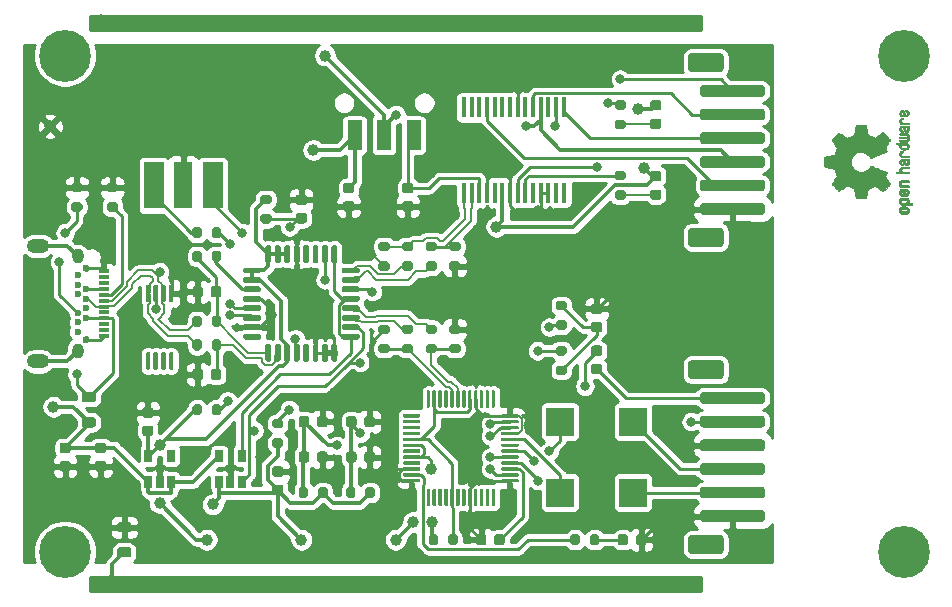
<source format=gbr>
%TF.GenerationSoftware,KiCad,Pcbnew,5.1.10*%
%TF.CreationDate,2021-05-24T23:09:48-06:00*%
%TF.ProjectId,mountaineer,6d6f756e-7461-4696-9e65-65722e6b6963,2*%
%TF.SameCoordinates,Original*%
%TF.FileFunction,Copper,L1,Top*%
%TF.FilePolarity,Positive*%
%FSLAX46Y46*%
G04 Gerber Fmt 4.6, Leading zero omitted, Abs format (unit mm)*
G04 Created by KiCad (PCBNEW 5.1.10) date 2021-05-24 23:09:48*
%MOMM*%
%LPD*%
G01*
G04 APERTURE LIST*
%TA.AperFunction,EtchedComponent*%
%ADD10C,0.010000*%
%TD*%
%TA.AperFunction,ComponentPad*%
%ADD11O,0.950000X1.300000*%
%TD*%
%TA.AperFunction,ComponentPad*%
%ADD12C,0.600000*%
%TD*%
%TA.AperFunction,SMDPad,CuDef*%
%ADD13R,0.850000X0.350000*%
%TD*%
%TA.AperFunction,ComponentPad*%
%ADD14O,1.900000X1.200000*%
%TD*%
%TA.AperFunction,SMDPad,CuDef*%
%ADD15R,1.700000X4.000000*%
%TD*%
%TA.AperFunction,SMDPad,CuDef*%
%ADD16R,1.500000X4.000000*%
%TD*%
%TA.AperFunction,SMDPad,CuDef*%
%ADD17R,1.250000X2.500000*%
%TD*%
%TA.AperFunction,ComponentPad*%
%ADD18C,4.400000*%
%TD*%
%TA.AperFunction,SMDPad,CuDef*%
%ADD19R,0.450000X1.750000*%
%TD*%
%TA.AperFunction,SMDPad,CuDef*%
%ADD20R,0.650000X1.060000*%
%TD*%
%TA.AperFunction,SMDPad,CuDef*%
%ADD21C,1.000000*%
%TD*%
%TA.AperFunction,SMDPad,CuDef*%
%ADD22R,2.350000X2.450000*%
%TD*%
%TA.AperFunction,ViaPad*%
%ADD23C,0.800000*%
%TD*%
%TA.AperFunction,ViaPad*%
%ADD24C,1.000000*%
%TD*%
%TA.AperFunction,Conductor*%
%ADD25C,0.250000*%
%TD*%
%TA.AperFunction,Conductor*%
%ADD26C,0.200000*%
%TD*%
%TA.AperFunction,Conductor*%
%ADD27C,0.350000*%
%TD*%
%TA.AperFunction,Conductor*%
%ADD28C,0.254000*%
%TD*%
%TA.AperFunction,Conductor*%
%ADD29C,0.100000*%
%TD*%
G04 APERTURE END LIST*
D10*
%TO.C,LOGO1*%
G36*
X183287776Y-94860122D02*
G01*
X183288355Y-94754388D01*
X183289922Y-94677868D01*
X183292972Y-94625628D01*
X183297996Y-94592737D01*
X183305489Y-94574263D01*
X183315944Y-94565273D01*
X183329853Y-94560837D01*
X183331654Y-94560406D01*
X183364145Y-94553667D01*
X183428252Y-94541192D01*
X183517151Y-94524281D01*
X183624019Y-94504229D01*
X183742033Y-94482336D01*
X183746178Y-94481571D01*
X183861831Y-94459641D01*
X183964014Y-94439123D01*
X184046598Y-94421341D01*
X184103456Y-94407619D01*
X184128458Y-94399282D01*
X184128901Y-94398884D01*
X184141110Y-94374323D01*
X184161456Y-94323685D01*
X184185545Y-94257905D01*
X184185674Y-94257539D01*
X184216818Y-94174683D01*
X184256491Y-94077000D01*
X184296381Y-93984923D01*
X184298353Y-93980566D01*
X184366420Y-93830593D01*
X184139639Y-93498502D01*
X184070504Y-93396626D01*
X184008697Y-93304343D01*
X183957733Y-93226997D01*
X183921127Y-93169936D01*
X183902394Y-93138505D01*
X183901004Y-93135521D01*
X183907190Y-93112679D01*
X183937035Y-93070018D01*
X183991947Y-93005872D01*
X184073334Y-92918579D01*
X184159922Y-92829465D01*
X184245247Y-92743559D01*
X184323108Y-92666673D01*
X184388697Y-92603436D01*
X184437205Y-92558477D01*
X184463825Y-92536424D01*
X184465195Y-92535604D01*
X184483463Y-92533166D01*
X184513295Y-92542350D01*
X184558721Y-92565426D01*
X184623770Y-92604663D01*
X184712470Y-92662330D01*
X184826657Y-92739205D01*
X184927162Y-92807430D01*
X185017303Y-92868418D01*
X185091849Y-92918644D01*
X185145565Y-92954584D01*
X185173218Y-92972713D01*
X185175095Y-92973854D01*
X185201590Y-92971641D01*
X185253086Y-92954862D01*
X185319851Y-92926858D01*
X185341172Y-92916878D01*
X185436159Y-92873328D01*
X185543937Y-92826866D01*
X185637192Y-92789123D01*
X185706406Y-92761927D01*
X185759006Y-92740325D01*
X185786497Y-92727842D01*
X185788616Y-92726291D01*
X185792124Y-92703332D01*
X185801738Y-92649214D01*
X185816089Y-92571132D01*
X185833807Y-92476281D01*
X185853525Y-92371857D01*
X185873874Y-92265056D01*
X185893486Y-92163074D01*
X185910991Y-92073106D01*
X185925022Y-92002347D01*
X185934209Y-91957994D01*
X185936807Y-91947115D01*
X185943218Y-91935878D01*
X185957697Y-91927395D01*
X185985133Y-91921286D01*
X186030411Y-91917168D01*
X186098420Y-91914659D01*
X186194047Y-91913379D01*
X186322180Y-91912946D01*
X186374701Y-91912923D01*
X186801845Y-91912923D01*
X186822091Y-92015500D01*
X186833070Y-92072569D01*
X186849095Y-92157731D01*
X186868233Y-92260628D01*
X186888551Y-92370904D01*
X186894132Y-92401385D01*
X186913917Y-92503145D01*
X186933373Y-92591795D01*
X186950697Y-92659892D01*
X186964088Y-92699996D01*
X186968079Y-92706677D01*
X186996342Y-92723081D01*
X187051109Y-92746601D01*
X187121588Y-92772684D01*
X187136769Y-92777858D01*
X187230896Y-92812044D01*
X187337101Y-92854477D01*
X187432473Y-92896003D01*
X187432916Y-92896208D01*
X187582525Y-92965360D01*
X188251617Y-92510488D01*
X188544116Y-92802500D01*
X188631170Y-92890820D01*
X188707909Y-92971375D01*
X188770237Y-93039640D01*
X188814056Y-93091092D01*
X188835270Y-93121206D01*
X188836616Y-93125526D01*
X188826016Y-93150889D01*
X188796547Y-93202642D01*
X188751705Y-93275132D01*
X188694984Y-93362706D01*
X188631462Y-93457388D01*
X188566668Y-93553484D01*
X188510287Y-93639163D01*
X188465788Y-93708984D01*
X188436639Y-93757506D01*
X188426308Y-93779218D01*
X188435050Y-93805707D01*
X188458087Y-93855938D01*
X188490631Y-93919549D01*
X188494249Y-93926292D01*
X188537210Y-94011954D01*
X188558279Y-94070694D01*
X188558503Y-94107228D01*
X188538928Y-94126269D01*
X188538654Y-94126380D01*
X188515472Y-94135898D01*
X188460441Y-94158597D01*
X188377822Y-94192718D01*
X188271872Y-94236500D01*
X188146852Y-94288184D01*
X188007020Y-94346008D01*
X187871637Y-94402009D01*
X187722234Y-94463553D01*
X187583832Y-94520061D01*
X187460673Y-94569839D01*
X187357002Y-94611194D01*
X187277059Y-94642432D01*
X187225088Y-94661859D01*
X187205692Y-94667846D01*
X187183443Y-94652832D01*
X187147982Y-94613561D01*
X187108887Y-94561193D01*
X186985245Y-94412059D01*
X186843522Y-94295489D01*
X186686704Y-94212882D01*
X186517775Y-94165634D01*
X186339722Y-94155143D01*
X186257539Y-94162769D01*
X186087031Y-94204318D01*
X185936459Y-94275877D01*
X185807309Y-94373005D01*
X185701064Y-94491266D01*
X185619210Y-94626220D01*
X185563232Y-94773429D01*
X185534615Y-94928456D01*
X185534844Y-95086861D01*
X185565405Y-95244206D01*
X185627782Y-95396054D01*
X185723460Y-95537965D01*
X185777572Y-95597197D01*
X185916520Y-95710797D01*
X186068361Y-95789894D01*
X186228667Y-95835014D01*
X186393012Y-95846684D01*
X186556971Y-95825431D01*
X186716118Y-95771780D01*
X186866025Y-95686260D01*
X187002267Y-95569395D01*
X187108887Y-95438807D01*
X187149642Y-95384412D01*
X187184718Y-95345986D01*
X187205726Y-95332154D01*
X187228635Y-95339397D01*
X187283365Y-95359995D01*
X187365672Y-95392254D01*
X187471315Y-95434479D01*
X187596050Y-95484977D01*
X187735636Y-95542052D01*
X187871670Y-95598146D01*
X188021201Y-95660033D01*
X188159767Y-95717356D01*
X188283107Y-95768356D01*
X188386964Y-95811273D01*
X188467080Y-95844347D01*
X188519195Y-95865819D01*
X188538654Y-95873775D01*
X188558423Y-95892571D01*
X188558365Y-95928926D01*
X188537441Y-95987521D01*
X188494613Y-96073032D01*
X188494249Y-96073708D01*
X188461012Y-96138093D01*
X188436802Y-96190139D01*
X188426404Y-96219488D01*
X188426308Y-96220783D01*
X188436855Y-96242876D01*
X188466184Y-96291652D01*
X188510827Y-96361669D01*
X188567314Y-96447486D01*
X188631462Y-96542612D01*
X188696411Y-96639460D01*
X188752896Y-96726747D01*
X188797421Y-96798819D01*
X188826490Y-96850023D01*
X188836616Y-96874474D01*
X188823307Y-96896990D01*
X188786112Y-96942258D01*
X188729128Y-97005756D01*
X188656449Y-97082961D01*
X188572171Y-97169349D01*
X188544016Y-97197601D01*
X188251416Y-97489713D01*
X187925104Y-97267369D01*
X187824897Y-97199798D01*
X187734963Y-97140493D01*
X187660510Y-97092783D01*
X187606751Y-97059993D01*
X187578894Y-97045452D01*
X187576912Y-97045026D01*
X187550655Y-97052692D01*
X187497837Y-97073311D01*
X187427310Y-97103315D01*
X187380093Y-97124375D01*
X187289694Y-97163752D01*
X187198366Y-97200835D01*
X187121200Y-97229585D01*
X187097692Y-97237395D01*
X187034916Y-97259583D01*
X186986411Y-97281273D01*
X186968079Y-97293187D01*
X186956859Y-97319477D01*
X186940954Y-97376858D01*
X186922167Y-97457882D01*
X186902299Y-97555105D01*
X186894132Y-97598615D01*
X186873829Y-97709104D01*
X186854170Y-97815084D01*
X186837088Y-97906199D01*
X186824518Y-97972092D01*
X186822091Y-97984500D01*
X186801845Y-98087077D01*
X186374701Y-98087077D01*
X186234246Y-98086847D01*
X186127979Y-98085901D01*
X186051013Y-98083859D01*
X185998460Y-98080338D01*
X185965433Y-98074957D01*
X185947045Y-98067334D01*
X185938408Y-98057088D01*
X185936807Y-98052885D01*
X185931127Y-98027530D01*
X185919795Y-97971516D01*
X185904179Y-97892036D01*
X185885647Y-97796288D01*
X185865569Y-97691467D01*
X185845312Y-97584768D01*
X185826246Y-97483387D01*
X185809739Y-97394521D01*
X185797159Y-97325363D01*
X185789875Y-97283111D01*
X185788616Y-97273710D01*
X185771763Y-97265193D01*
X185726870Y-97246340D01*
X185662430Y-97220676D01*
X185637192Y-97210877D01*
X185539686Y-97171352D01*
X185431959Y-97124808D01*
X185341172Y-97083123D01*
X185271753Y-97052450D01*
X185214710Y-97032044D01*
X185179777Y-97025232D01*
X185175095Y-97026318D01*
X185152991Y-97040715D01*
X185103831Y-97073588D01*
X185032848Y-97121410D01*
X184945278Y-97180652D01*
X184846357Y-97247785D01*
X184826830Y-97261059D01*
X184711140Y-97338954D01*
X184623044Y-97396213D01*
X184558486Y-97435119D01*
X184513411Y-97457956D01*
X184483763Y-97467006D01*
X184465485Y-97464552D01*
X184465369Y-97464489D01*
X184441361Y-97445173D01*
X184394947Y-97402449D01*
X184330937Y-97340949D01*
X184254145Y-97265302D01*
X184169382Y-97180139D01*
X184159922Y-97170535D01*
X184055989Y-97063210D01*
X183979675Y-96980385D01*
X183929571Y-96920395D01*
X183904270Y-96881577D01*
X183901004Y-96864480D01*
X183915250Y-96839527D01*
X183948156Y-96787745D01*
X183996208Y-96714480D01*
X184055890Y-96625080D01*
X184123688Y-96524889D01*
X184139639Y-96501499D01*
X184366420Y-96169407D01*
X184298353Y-96019435D01*
X184258685Y-95928230D01*
X184218791Y-95830331D01*
X184186983Y-95746169D01*
X184185674Y-95742462D01*
X184161576Y-95676631D01*
X184141200Y-95625884D01*
X184128936Y-95601158D01*
X184128901Y-95601116D01*
X184106734Y-95593271D01*
X184052217Y-95579934D01*
X183971480Y-95562430D01*
X183870650Y-95542083D01*
X183755856Y-95520218D01*
X183746178Y-95518429D01*
X183627904Y-95496496D01*
X183520542Y-95476360D01*
X183430917Y-95459320D01*
X183365851Y-95446672D01*
X183332168Y-95439716D01*
X183331654Y-95439594D01*
X183317325Y-95435361D01*
X183306507Y-95427129D01*
X183298706Y-95409967D01*
X183293429Y-95378942D01*
X183290182Y-95329122D01*
X183288472Y-95255576D01*
X183287807Y-95153371D01*
X183287693Y-95017575D01*
X183287692Y-95000000D01*
X183287776Y-94860122D01*
G37*
X183287776Y-94860122D02*
X183288355Y-94754388D01*
X183289922Y-94677868D01*
X183292972Y-94625628D01*
X183297996Y-94592737D01*
X183305489Y-94574263D01*
X183315944Y-94565273D01*
X183329853Y-94560837D01*
X183331654Y-94560406D01*
X183364145Y-94553667D01*
X183428252Y-94541192D01*
X183517151Y-94524281D01*
X183624019Y-94504229D01*
X183742033Y-94482336D01*
X183746178Y-94481571D01*
X183861831Y-94459641D01*
X183964014Y-94439123D01*
X184046598Y-94421341D01*
X184103456Y-94407619D01*
X184128458Y-94399282D01*
X184128901Y-94398884D01*
X184141110Y-94374323D01*
X184161456Y-94323685D01*
X184185545Y-94257905D01*
X184185674Y-94257539D01*
X184216818Y-94174683D01*
X184256491Y-94077000D01*
X184296381Y-93984923D01*
X184298353Y-93980566D01*
X184366420Y-93830593D01*
X184139639Y-93498502D01*
X184070504Y-93396626D01*
X184008697Y-93304343D01*
X183957733Y-93226997D01*
X183921127Y-93169936D01*
X183902394Y-93138505D01*
X183901004Y-93135521D01*
X183907190Y-93112679D01*
X183937035Y-93070018D01*
X183991947Y-93005872D01*
X184073334Y-92918579D01*
X184159922Y-92829465D01*
X184245247Y-92743559D01*
X184323108Y-92666673D01*
X184388697Y-92603436D01*
X184437205Y-92558477D01*
X184463825Y-92536424D01*
X184465195Y-92535604D01*
X184483463Y-92533166D01*
X184513295Y-92542350D01*
X184558721Y-92565426D01*
X184623770Y-92604663D01*
X184712470Y-92662330D01*
X184826657Y-92739205D01*
X184927162Y-92807430D01*
X185017303Y-92868418D01*
X185091849Y-92918644D01*
X185145565Y-92954584D01*
X185173218Y-92972713D01*
X185175095Y-92973854D01*
X185201590Y-92971641D01*
X185253086Y-92954862D01*
X185319851Y-92926858D01*
X185341172Y-92916878D01*
X185436159Y-92873328D01*
X185543937Y-92826866D01*
X185637192Y-92789123D01*
X185706406Y-92761927D01*
X185759006Y-92740325D01*
X185786497Y-92727842D01*
X185788616Y-92726291D01*
X185792124Y-92703332D01*
X185801738Y-92649214D01*
X185816089Y-92571132D01*
X185833807Y-92476281D01*
X185853525Y-92371857D01*
X185873874Y-92265056D01*
X185893486Y-92163074D01*
X185910991Y-92073106D01*
X185925022Y-92002347D01*
X185934209Y-91957994D01*
X185936807Y-91947115D01*
X185943218Y-91935878D01*
X185957697Y-91927395D01*
X185985133Y-91921286D01*
X186030411Y-91917168D01*
X186098420Y-91914659D01*
X186194047Y-91913379D01*
X186322180Y-91912946D01*
X186374701Y-91912923D01*
X186801845Y-91912923D01*
X186822091Y-92015500D01*
X186833070Y-92072569D01*
X186849095Y-92157731D01*
X186868233Y-92260628D01*
X186888551Y-92370904D01*
X186894132Y-92401385D01*
X186913917Y-92503145D01*
X186933373Y-92591795D01*
X186950697Y-92659892D01*
X186964088Y-92699996D01*
X186968079Y-92706677D01*
X186996342Y-92723081D01*
X187051109Y-92746601D01*
X187121588Y-92772684D01*
X187136769Y-92777858D01*
X187230896Y-92812044D01*
X187337101Y-92854477D01*
X187432473Y-92896003D01*
X187432916Y-92896208D01*
X187582525Y-92965360D01*
X188251617Y-92510488D01*
X188544116Y-92802500D01*
X188631170Y-92890820D01*
X188707909Y-92971375D01*
X188770237Y-93039640D01*
X188814056Y-93091092D01*
X188835270Y-93121206D01*
X188836616Y-93125526D01*
X188826016Y-93150889D01*
X188796547Y-93202642D01*
X188751705Y-93275132D01*
X188694984Y-93362706D01*
X188631462Y-93457388D01*
X188566668Y-93553484D01*
X188510287Y-93639163D01*
X188465788Y-93708984D01*
X188436639Y-93757506D01*
X188426308Y-93779218D01*
X188435050Y-93805707D01*
X188458087Y-93855938D01*
X188490631Y-93919549D01*
X188494249Y-93926292D01*
X188537210Y-94011954D01*
X188558279Y-94070694D01*
X188558503Y-94107228D01*
X188538928Y-94126269D01*
X188538654Y-94126380D01*
X188515472Y-94135898D01*
X188460441Y-94158597D01*
X188377822Y-94192718D01*
X188271872Y-94236500D01*
X188146852Y-94288184D01*
X188007020Y-94346008D01*
X187871637Y-94402009D01*
X187722234Y-94463553D01*
X187583832Y-94520061D01*
X187460673Y-94569839D01*
X187357002Y-94611194D01*
X187277059Y-94642432D01*
X187225088Y-94661859D01*
X187205692Y-94667846D01*
X187183443Y-94652832D01*
X187147982Y-94613561D01*
X187108887Y-94561193D01*
X186985245Y-94412059D01*
X186843522Y-94295489D01*
X186686704Y-94212882D01*
X186517775Y-94165634D01*
X186339722Y-94155143D01*
X186257539Y-94162769D01*
X186087031Y-94204318D01*
X185936459Y-94275877D01*
X185807309Y-94373005D01*
X185701064Y-94491266D01*
X185619210Y-94626220D01*
X185563232Y-94773429D01*
X185534615Y-94928456D01*
X185534844Y-95086861D01*
X185565405Y-95244206D01*
X185627782Y-95396054D01*
X185723460Y-95537965D01*
X185777572Y-95597197D01*
X185916520Y-95710797D01*
X186068361Y-95789894D01*
X186228667Y-95835014D01*
X186393012Y-95846684D01*
X186556971Y-95825431D01*
X186716118Y-95771780D01*
X186866025Y-95686260D01*
X187002267Y-95569395D01*
X187108887Y-95438807D01*
X187149642Y-95384412D01*
X187184718Y-95345986D01*
X187205726Y-95332154D01*
X187228635Y-95339397D01*
X187283365Y-95359995D01*
X187365672Y-95392254D01*
X187471315Y-95434479D01*
X187596050Y-95484977D01*
X187735636Y-95542052D01*
X187871670Y-95598146D01*
X188021201Y-95660033D01*
X188159767Y-95717356D01*
X188283107Y-95768356D01*
X188386964Y-95811273D01*
X188467080Y-95844347D01*
X188519195Y-95865819D01*
X188538654Y-95873775D01*
X188558423Y-95892571D01*
X188558365Y-95928926D01*
X188537441Y-95987521D01*
X188494613Y-96073032D01*
X188494249Y-96073708D01*
X188461012Y-96138093D01*
X188436802Y-96190139D01*
X188426404Y-96219488D01*
X188426308Y-96220783D01*
X188436855Y-96242876D01*
X188466184Y-96291652D01*
X188510827Y-96361669D01*
X188567314Y-96447486D01*
X188631462Y-96542612D01*
X188696411Y-96639460D01*
X188752896Y-96726747D01*
X188797421Y-96798819D01*
X188826490Y-96850023D01*
X188836616Y-96874474D01*
X188823307Y-96896990D01*
X188786112Y-96942258D01*
X188729128Y-97005756D01*
X188656449Y-97082961D01*
X188572171Y-97169349D01*
X188544016Y-97197601D01*
X188251416Y-97489713D01*
X187925104Y-97267369D01*
X187824897Y-97199798D01*
X187734963Y-97140493D01*
X187660510Y-97092783D01*
X187606751Y-97059993D01*
X187578894Y-97045452D01*
X187576912Y-97045026D01*
X187550655Y-97052692D01*
X187497837Y-97073311D01*
X187427310Y-97103315D01*
X187380093Y-97124375D01*
X187289694Y-97163752D01*
X187198366Y-97200835D01*
X187121200Y-97229585D01*
X187097692Y-97237395D01*
X187034916Y-97259583D01*
X186986411Y-97281273D01*
X186968079Y-97293187D01*
X186956859Y-97319477D01*
X186940954Y-97376858D01*
X186922167Y-97457882D01*
X186902299Y-97555105D01*
X186894132Y-97598615D01*
X186873829Y-97709104D01*
X186854170Y-97815084D01*
X186837088Y-97906199D01*
X186824518Y-97972092D01*
X186822091Y-97984500D01*
X186801845Y-98087077D01*
X186374701Y-98087077D01*
X186234246Y-98086847D01*
X186127979Y-98085901D01*
X186051013Y-98083859D01*
X185998460Y-98080338D01*
X185965433Y-98074957D01*
X185947045Y-98067334D01*
X185938408Y-98057088D01*
X185936807Y-98052885D01*
X185931127Y-98027530D01*
X185919795Y-97971516D01*
X185904179Y-97892036D01*
X185885647Y-97796288D01*
X185865569Y-97691467D01*
X185845312Y-97584768D01*
X185826246Y-97483387D01*
X185809739Y-97394521D01*
X185797159Y-97325363D01*
X185789875Y-97283111D01*
X185788616Y-97273710D01*
X185771763Y-97265193D01*
X185726870Y-97246340D01*
X185662430Y-97220676D01*
X185637192Y-97210877D01*
X185539686Y-97171352D01*
X185431959Y-97124808D01*
X185341172Y-97083123D01*
X185271753Y-97052450D01*
X185214710Y-97032044D01*
X185179777Y-97025232D01*
X185175095Y-97026318D01*
X185152991Y-97040715D01*
X185103831Y-97073588D01*
X185032848Y-97121410D01*
X184945278Y-97180652D01*
X184846357Y-97247785D01*
X184826830Y-97261059D01*
X184711140Y-97338954D01*
X184623044Y-97396213D01*
X184558486Y-97435119D01*
X184513411Y-97457956D01*
X184483763Y-97467006D01*
X184465485Y-97464552D01*
X184465369Y-97464489D01*
X184441361Y-97445173D01*
X184394947Y-97402449D01*
X184330937Y-97340949D01*
X184254145Y-97265302D01*
X184169382Y-97180139D01*
X184159922Y-97170535D01*
X184055989Y-97063210D01*
X183979675Y-96980385D01*
X183929571Y-96920395D01*
X183904270Y-96881577D01*
X183901004Y-96864480D01*
X183915250Y-96839527D01*
X183948156Y-96787745D01*
X183996208Y-96714480D01*
X184055890Y-96625080D01*
X184123688Y-96524889D01*
X184139639Y-96501499D01*
X184366420Y-96169407D01*
X184298353Y-96019435D01*
X184258685Y-95928230D01*
X184218791Y-95830331D01*
X184186983Y-95746169D01*
X184185674Y-95742462D01*
X184161576Y-95676631D01*
X184141200Y-95625884D01*
X184128936Y-95601158D01*
X184128901Y-95601116D01*
X184106734Y-95593271D01*
X184052217Y-95579934D01*
X183971480Y-95562430D01*
X183870650Y-95542083D01*
X183755856Y-95520218D01*
X183746178Y-95518429D01*
X183627904Y-95496496D01*
X183520542Y-95476360D01*
X183430917Y-95459320D01*
X183365851Y-95446672D01*
X183332168Y-95439716D01*
X183331654Y-95439594D01*
X183317325Y-95435361D01*
X183306507Y-95427129D01*
X183298706Y-95409967D01*
X183293429Y-95378942D01*
X183290182Y-95329122D01*
X183288472Y-95255576D01*
X183287807Y-95153371D01*
X183287693Y-95017575D01*
X183287692Y-95000000D01*
X183287776Y-94860122D01*
G36*
X189647838Y-90754776D02*
G01*
X189698361Y-90677472D01*
X189743590Y-90640186D01*
X189825663Y-90610647D01*
X189890607Y-90608301D01*
X189977445Y-90613615D01*
X190065103Y-90813885D01*
X190109887Y-90911261D01*
X190145913Y-90974887D01*
X190177117Y-91007971D01*
X190207436Y-91013720D01*
X190240805Y-90995342D01*
X190262923Y-90975077D01*
X190298393Y-90916111D01*
X190300879Y-90851976D01*
X190273235Y-90793074D01*
X190218320Y-90749803D01*
X190198928Y-90742064D01*
X190138364Y-90704994D01*
X190112552Y-90662346D01*
X190090471Y-90603846D01*
X190174184Y-90603846D01*
X190231150Y-90609018D01*
X190279189Y-90629277D01*
X190334346Y-90671738D01*
X190341514Y-90678049D01*
X190390585Y-90725280D01*
X190416920Y-90765879D01*
X190429035Y-90816672D01*
X190433003Y-90858780D01*
X190433991Y-90934098D01*
X190421466Y-90987714D01*
X190402869Y-91021162D01*
X190361975Y-91073732D01*
X190317748Y-91110121D01*
X190262126Y-91133150D01*
X190187047Y-91145641D01*
X190084449Y-91150413D01*
X190032376Y-91150794D01*
X189969948Y-91149499D01*
X189969948Y-91031529D01*
X190003438Y-91030161D01*
X190008923Y-91026751D01*
X190001472Y-91004247D01*
X189981753Y-90955818D01*
X189953718Y-90891092D01*
X189947692Y-90877557D01*
X189906096Y-90795756D01*
X189869538Y-90750688D01*
X189835296Y-90740783D01*
X189800648Y-90764474D01*
X189785339Y-90784040D01*
X189754721Y-90854640D01*
X189759780Y-90920720D01*
X189797151Y-90976041D01*
X189863473Y-91014364D01*
X189916116Y-91026651D01*
X189969948Y-91031529D01*
X189969948Y-91149499D01*
X189910720Y-91148270D01*
X189820710Y-91138968D01*
X189755167Y-91120540D01*
X189706912Y-91090640D01*
X189668767Y-91046920D01*
X189656440Y-91027859D01*
X189624336Y-90941274D01*
X189622316Y-90846478D01*
X189647838Y-90754776D01*
G37*
X189647838Y-90754776D02*
X189698361Y-90677472D01*
X189743590Y-90640186D01*
X189825663Y-90610647D01*
X189890607Y-90608301D01*
X189977445Y-90613615D01*
X190065103Y-90813885D01*
X190109887Y-90911261D01*
X190145913Y-90974887D01*
X190177117Y-91007971D01*
X190207436Y-91013720D01*
X190240805Y-90995342D01*
X190262923Y-90975077D01*
X190298393Y-90916111D01*
X190300879Y-90851976D01*
X190273235Y-90793074D01*
X190218320Y-90749803D01*
X190198928Y-90742064D01*
X190138364Y-90704994D01*
X190112552Y-90662346D01*
X190090471Y-90603846D01*
X190174184Y-90603846D01*
X190231150Y-90609018D01*
X190279189Y-90629277D01*
X190334346Y-90671738D01*
X190341514Y-90678049D01*
X190390585Y-90725280D01*
X190416920Y-90765879D01*
X190429035Y-90816672D01*
X190433003Y-90858780D01*
X190433991Y-90934098D01*
X190421466Y-90987714D01*
X190402869Y-91021162D01*
X190361975Y-91073732D01*
X190317748Y-91110121D01*
X190262126Y-91133150D01*
X190187047Y-91145641D01*
X190084449Y-91150413D01*
X190032376Y-91150794D01*
X189969948Y-91149499D01*
X189969948Y-91031529D01*
X190003438Y-91030161D01*
X190008923Y-91026751D01*
X190001472Y-91004247D01*
X189981753Y-90955818D01*
X189953718Y-90891092D01*
X189947692Y-90877557D01*
X189906096Y-90795756D01*
X189869538Y-90750688D01*
X189835296Y-90740783D01*
X189800648Y-90764474D01*
X189785339Y-90784040D01*
X189754721Y-90854640D01*
X189759780Y-90920720D01*
X189797151Y-90976041D01*
X189863473Y-91014364D01*
X189916116Y-91026651D01*
X189969948Y-91031529D01*
X189969948Y-91149499D01*
X189910720Y-91148270D01*
X189820710Y-91138968D01*
X189755167Y-91120540D01*
X189706912Y-91090640D01*
X189668767Y-91046920D01*
X189656440Y-91027859D01*
X189624336Y-90941274D01*
X189622316Y-90846478D01*
X189647838Y-90754776D01*
G36*
X189636782Y-91429193D02*
G01*
X189646988Y-91405839D01*
X189691134Y-91350098D01*
X189754967Y-91302431D01*
X189823087Y-91272952D01*
X189856670Y-91268154D01*
X189903556Y-91284240D01*
X189928365Y-91319525D01*
X189943387Y-91357356D01*
X189946155Y-91374679D01*
X189926066Y-91383114D01*
X189882351Y-91399770D01*
X189862598Y-91407077D01*
X189794271Y-91448052D01*
X189760191Y-91507378D01*
X189761239Y-91583448D01*
X189762581Y-91589082D01*
X189781836Y-91629695D01*
X189819375Y-91659552D01*
X189879809Y-91679945D01*
X189967751Y-91692164D01*
X190087813Y-91697500D01*
X190151698Y-91698000D01*
X190252403Y-91698248D01*
X190321054Y-91699874D01*
X190364673Y-91704199D01*
X190390282Y-91712546D01*
X190404903Y-91726235D01*
X190415558Y-91746589D01*
X190416095Y-91747766D01*
X190432667Y-91786962D01*
X190438769Y-91806381D01*
X190420319Y-91809365D01*
X190369323Y-91811919D01*
X190292308Y-91813860D01*
X190195805Y-91815003D01*
X190125184Y-91815231D01*
X189988525Y-91814068D01*
X189884851Y-91809521D01*
X189808108Y-91800001D01*
X189752246Y-91783919D01*
X189711212Y-91759687D01*
X189678954Y-91725714D01*
X189656440Y-91692167D01*
X189626476Y-91611501D01*
X189619718Y-91517619D01*
X189636782Y-91429193D01*
G37*
X189636782Y-91429193D02*
X189646988Y-91405839D01*
X189691134Y-91350098D01*
X189754967Y-91302431D01*
X189823087Y-91272952D01*
X189856670Y-91268154D01*
X189903556Y-91284240D01*
X189928365Y-91319525D01*
X189943387Y-91357356D01*
X189946155Y-91374679D01*
X189926066Y-91383114D01*
X189882351Y-91399770D01*
X189862598Y-91407077D01*
X189794271Y-91448052D01*
X189760191Y-91507378D01*
X189761239Y-91583448D01*
X189762581Y-91589082D01*
X189781836Y-91629695D01*
X189819375Y-91659552D01*
X189879809Y-91679945D01*
X189967751Y-91692164D01*
X190087813Y-91697500D01*
X190151698Y-91698000D01*
X190252403Y-91698248D01*
X190321054Y-91699874D01*
X190364673Y-91704199D01*
X190390282Y-91712546D01*
X190404903Y-91726235D01*
X190415558Y-91746589D01*
X190416095Y-91747766D01*
X190432667Y-91786962D01*
X190438769Y-91806381D01*
X190420319Y-91809365D01*
X190369323Y-91811919D01*
X190292308Y-91813860D01*
X190195805Y-91815003D01*
X190125184Y-91815231D01*
X189988525Y-91814068D01*
X189884851Y-91809521D01*
X189808108Y-91800001D01*
X189752246Y-91783919D01*
X189711212Y-91759687D01*
X189678954Y-91725714D01*
X189656440Y-91692167D01*
X189626476Y-91611501D01*
X189619718Y-91517619D01*
X189636782Y-91429193D01*
G36*
X189633528Y-92112667D02*
G01*
X189659117Y-92056410D01*
X189690124Y-92012253D01*
X189724795Y-91979899D01*
X189769520Y-91957562D01*
X189830692Y-91943454D01*
X189914701Y-91935789D01*
X190027940Y-91932780D01*
X190102509Y-91932462D01*
X190393420Y-91932462D01*
X190416095Y-91982227D01*
X190432667Y-92021424D01*
X190438769Y-92040843D01*
X190420610Y-92044558D01*
X190371648Y-92047505D01*
X190300153Y-92049309D01*
X190243385Y-92049692D01*
X190161371Y-92051339D01*
X190096309Y-92055778D01*
X190056467Y-92062260D01*
X190048000Y-92067410D01*
X190056646Y-92102023D01*
X190078823Y-92156360D01*
X190108886Y-92219278D01*
X190141192Y-92279632D01*
X190170098Y-92326279D01*
X190189961Y-92348074D01*
X190190175Y-92348161D01*
X190226935Y-92346286D01*
X190262026Y-92329475D01*
X190290528Y-92299961D01*
X190300061Y-92256884D01*
X190298950Y-92220068D01*
X190298133Y-92167926D01*
X190310349Y-92140556D01*
X190342624Y-92124118D01*
X190348710Y-92122045D01*
X190394739Y-92114919D01*
X190422687Y-92133976D01*
X190436007Y-92183647D01*
X190438470Y-92237303D01*
X190420210Y-92333858D01*
X190394131Y-92383841D01*
X190332868Y-92445571D01*
X190257670Y-92478310D01*
X190178211Y-92481247D01*
X190104167Y-92453576D01*
X190057769Y-92411953D01*
X190031793Y-92370396D01*
X189998907Y-92305078D01*
X189965557Y-92228962D01*
X189960461Y-92216274D01*
X189923565Y-92132667D01*
X189891046Y-92084470D01*
X189858718Y-92068970D01*
X189822394Y-92083450D01*
X189794000Y-92108308D01*
X189759039Y-92167061D01*
X189756417Y-92231707D01*
X189783358Y-92290992D01*
X189837088Y-92333661D01*
X189850950Y-92339261D01*
X189901936Y-92371867D01*
X189939787Y-92419470D01*
X189970850Y-92479539D01*
X189882768Y-92479539D01*
X189828951Y-92476003D01*
X189786534Y-92460844D01*
X189741279Y-92427232D01*
X189706420Y-92394965D01*
X189657062Y-92344791D01*
X189630547Y-92305807D01*
X189619911Y-92263936D01*
X189618154Y-92216540D01*
X189633528Y-92112667D01*
G37*
X189633528Y-92112667D02*
X189659117Y-92056410D01*
X189690124Y-92012253D01*
X189724795Y-91979899D01*
X189769520Y-91957562D01*
X189830692Y-91943454D01*
X189914701Y-91935789D01*
X190027940Y-91932780D01*
X190102509Y-91932462D01*
X190393420Y-91932462D01*
X190416095Y-91982227D01*
X190432667Y-92021424D01*
X190438769Y-92040843D01*
X190420610Y-92044558D01*
X190371648Y-92047505D01*
X190300153Y-92049309D01*
X190243385Y-92049692D01*
X190161371Y-92051339D01*
X190096309Y-92055778D01*
X190056467Y-92062260D01*
X190048000Y-92067410D01*
X190056646Y-92102023D01*
X190078823Y-92156360D01*
X190108886Y-92219278D01*
X190141192Y-92279632D01*
X190170098Y-92326279D01*
X190189961Y-92348074D01*
X190190175Y-92348161D01*
X190226935Y-92346286D01*
X190262026Y-92329475D01*
X190290528Y-92299961D01*
X190300061Y-92256884D01*
X190298950Y-92220068D01*
X190298133Y-92167926D01*
X190310349Y-92140556D01*
X190342624Y-92124118D01*
X190348710Y-92122045D01*
X190394739Y-92114919D01*
X190422687Y-92133976D01*
X190436007Y-92183647D01*
X190438470Y-92237303D01*
X190420210Y-92333858D01*
X190394131Y-92383841D01*
X190332868Y-92445571D01*
X190257670Y-92478310D01*
X190178211Y-92481247D01*
X190104167Y-92453576D01*
X190057769Y-92411953D01*
X190031793Y-92370396D01*
X189998907Y-92305078D01*
X189965557Y-92228962D01*
X189960461Y-92216274D01*
X189923565Y-92132667D01*
X189891046Y-92084470D01*
X189858718Y-92068970D01*
X189822394Y-92083450D01*
X189794000Y-92108308D01*
X189759039Y-92167061D01*
X189756417Y-92231707D01*
X189783358Y-92290992D01*
X189837088Y-92333661D01*
X189850950Y-92339261D01*
X189901936Y-92371867D01*
X189939787Y-92419470D01*
X189970850Y-92479539D01*
X189882768Y-92479539D01*
X189828951Y-92476003D01*
X189786534Y-92460844D01*
X189741279Y-92427232D01*
X189706420Y-92394965D01*
X189657062Y-92344791D01*
X189630547Y-92305807D01*
X189619911Y-92263936D01*
X189618154Y-92216540D01*
X189633528Y-92112667D01*
G36*
X189636662Y-92604071D02*
G01*
X189688068Y-92601089D01*
X189766192Y-92598753D01*
X189864857Y-92597251D01*
X189968343Y-92596769D01*
X190318533Y-92596769D01*
X190380363Y-92658599D01*
X190418462Y-92701207D01*
X190433895Y-92738610D01*
X190432918Y-92789730D01*
X190430433Y-92810022D01*
X190423200Y-92873446D01*
X190419055Y-92925905D01*
X190418672Y-92938692D01*
X190421176Y-92981801D01*
X190427462Y-93043456D01*
X190430433Y-93067362D01*
X190435028Y-93126078D01*
X190425046Y-93165536D01*
X190394228Y-93204662D01*
X190380363Y-93218785D01*
X190318533Y-93280615D01*
X189663503Y-93280615D01*
X189640829Y-93230850D01*
X189624034Y-93187998D01*
X189618154Y-93162927D01*
X189636736Y-93156499D01*
X189688655Y-93150491D01*
X189768172Y-93145303D01*
X189869546Y-93141336D01*
X189955192Y-93139423D01*
X190292231Y-93134077D01*
X190298825Y-93087440D01*
X190294214Y-93045024D01*
X190279287Y-93024240D01*
X190251377Y-93018430D01*
X190191925Y-93013470D01*
X190108466Y-93009754D01*
X190008532Y-93007676D01*
X189957104Y-93007376D01*
X189661054Y-93007077D01*
X189639604Y-92945546D01*
X189625020Y-92901996D01*
X189618219Y-92878306D01*
X189618154Y-92877623D01*
X189636642Y-92875246D01*
X189687906Y-92872634D01*
X189765649Y-92870005D01*
X189863574Y-92867579D01*
X189955192Y-92865885D01*
X190292231Y-92860539D01*
X190292231Y-92743308D01*
X189984746Y-92737928D01*
X189677261Y-92732549D01*
X189647707Y-92675399D01*
X189627413Y-92633203D01*
X189618204Y-92608230D01*
X189618154Y-92607509D01*
X189636662Y-92604071D01*
G37*
X189636662Y-92604071D02*
X189688068Y-92601089D01*
X189766192Y-92598753D01*
X189864857Y-92597251D01*
X189968343Y-92596769D01*
X190318533Y-92596769D01*
X190380363Y-92658599D01*
X190418462Y-92701207D01*
X190433895Y-92738610D01*
X190432918Y-92789730D01*
X190430433Y-92810022D01*
X190423200Y-92873446D01*
X190419055Y-92925905D01*
X190418672Y-92938692D01*
X190421176Y-92981801D01*
X190427462Y-93043456D01*
X190430433Y-93067362D01*
X190435028Y-93126078D01*
X190425046Y-93165536D01*
X190394228Y-93204662D01*
X190380363Y-93218785D01*
X190318533Y-93280615D01*
X189663503Y-93280615D01*
X189640829Y-93230850D01*
X189624034Y-93187998D01*
X189618154Y-93162927D01*
X189636736Y-93156499D01*
X189688655Y-93150491D01*
X189768172Y-93145303D01*
X189869546Y-93141336D01*
X189955192Y-93139423D01*
X190292231Y-93134077D01*
X190298825Y-93087440D01*
X190294214Y-93045024D01*
X190279287Y-93024240D01*
X190251377Y-93018430D01*
X190191925Y-93013470D01*
X190108466Y-93009754D01*
X190008532Y-93007676D01*
X189957104Y-93007376D01*
X189661054Y-93007077D01*
X189639604Y-92945546D01*
X189625020Y-92901996D01*
X189618219Y-92878306D01*
X189618154Y-92877623D01*
X189636642Y-92875246D01*
X189687906Y-92872634D01*
X189765649Y-92870005D01*
X189863574Y-92867579D01*
X189955192Y-92865885D01*
X190292231Y-92860539D01*
X190292231Y-92743308D01*
X189984746Y-92737928D01*
X189677261Y-92732549D01*
X189647707Y-92675399D01*
X189627413Y-92633203D01*
X189618204Y-92608230D01*
X189618154Y-92607509D01*
X189636662Y-92604071D01*
G36*
X189780289Y-93397919D02*
G01*
X189926320Y-93398167D01*
X190038655Y-93399128D01*
X190122678Y-93401206D01*
X190183769Y-93404807D01*
X190227309Y-93410335D01*
X190258679Y-93418196D01*
X190283262Y-93428793D01*
X190297294Y-93436818D01*
X190373388Y-93503272D01*
X190421084Y-93587530D01*
X190438199Y-93680751D01*
X190422546Y-93774100D01*
X190394418Y-93829688D01*
X190345760Y-93888043D01*
X190286333Y-93927814D01*
X190208507Y-93951810D01*
X190104652Y-93962839D01*
X190028462Y-93964401D01*
X190022986Y-93964191D01*
X190022986Y-93827692D01*
X190110355Y-93826859D01*
X190168192Y-93823039D01*
X190206029Y-93814254D01*
X190233398Y-93798526D01*
X190254042Y-93779734D01*
X190293890Y-93716625D01*
X190297295Y-93648863D01*
X190264025Y-93584821D01*
X190259517Y-93579836D01*
X190236067Y-93558561D01*
X190208166Y-93545221D01*
X190166641Y-93537999D01*
X190102316Y-93535077D01*
X190031200Y-93534615D01*
X189941858Y-93535617D01*
X189882258Y-93539762D01*
X189843089Y-93548764D01*
X189815040Y-93564333D01*
X189800144Y-93577098D01*
X189762575Y-93636400D01*
X189758057Y-93704699D01*
X189786753Y-93769890D01*
X189797406Y-93782472D01*
X189821063Y-93803889D01*
X189849251Y-93817256D01*
X189891245Y-93824434D01*
X189956319Y-93827281D01*
X190022986Y-93827692D01*
X190022986Y-93964191D01*
X189905765Y-93959678D01*
X189813577Y-93943638D01*
X189744269Y-93913472D01*
X189690211Y-93866371D01*
X189662505Y-93829688D01*
X189632572Y-93763010D01*
X189618678Y-93685728D01*
X189622397Y-93613890D01*
X189637400Y-93573692D01*
X189641670Y-93557918D01*
X189625750Y-93547450D01*
X189583089Y-93540144D01*
X189518106Y-93534615D01*
X189445732Y-93528563D01*
X189402187Y-93520156D01*
X189377287Y-93504859D01*
X189360845Y-93478136D01*
X189353564Y-93461346D01*
X189326963Y-93397846D01*
X189780289Y-93397919D01*
G37*
X189780289Y-93397919D02*
X189926320Y-93398167D01*
X190038655Y-93399128D01*
X190122678Y-93401206D01*
X190183769Y-93404807D01*
X190227309Y-93410335D01*
X190258679Y-93418196D01*
X190283262Y-93428793D01*
X190297294Y-93436818D01*
X190373388Y-93503272D01*
X190421084Y-93587530D01*
X190438199Y-93680751D01*
X190422546Y-93774100D01*
X190394418Y-93829688D01*
X190345760Y-93888043D01*
X190286333Y-93927814D01*
X190208507Y-93951810D01*
X190104652Y-93962839D01*
X190028462Y-93964401D01*
X190022986Y-93964191D01*
X190022986Y-93827692D01*
X190110355Y-93826859D01*
X190168192Y-93823039D01*
X190206029Y-93814254D01*
X190233398Y-93798526D01*
X190254042Y-93779734D01*
X190293890Y-93716625D01*
X190297295Y-93648863D01*
X190264025Y-93584821D01*
X190259517Y-93579836D01*
X190236067Y-93558561D01*
X190208166Y-93545221D01*
X190166641Y-93537999D01*
X190102316Y-93535077D01*
X190031200Y-93534615D01*
X189941858Y-93535617D01*
X189882258Y-93539762D01*
X189843089Y-93548764D01*
X189815040Y-93564333D01*
X189800144Y-93577098D01*
X189762575Y-93636400D01*
X189758057Y-93704699D01*
X189786753Y-93769890D01*
X189797406Y-93782472D01*
X189821063Y-93803889D01*
X189849251Y-93817256D01*
X189891245Y-93824434D01*
X189956319Y-93827281D01*
X190022986Y-93827692D01*
X190022986Y-93964191D01*
X189905765Y-93959678D01*
X189813577Y-93943638D01*
X189744269Y-93913472D01*
X189690211Y-93866371D01*
X189662505Y-93829688D01*
X189632572Y-93763010D01*
X189618678Y-93685728D01*
X189622397Y-93613890D01*
X189637400Y-93573692D01*
X189641670Y-93557918D01*
X189625750Y-93547450D01*
X189583089Y-93540144D01*
X189518106Y-93534615D01*
X189445732Y-93528563D01*
X189402187Y-93520156D01*
X189377287Y-93504859D01*
X189360845Y-93478136D01*
X189353564Y-93461346D01*
X189326963Y-93397846D01*
X189780289Y-93397919D01*
G36*
X189624670Y-94286638D02*
G01*
X189657421Y-94197883D01*
X189715350Y-94125978D01*
X189756128Y-94097856D01*
X189830954Y-94067198D01*
X189885058Y-94067835D01*
X189921446Y-94100013D01*
X189927633Y-94111919D01*
X189946925Y-94163325D01*
X189941982Y-94189578D01*
X189909587Y-94198470D01*
X189891692Y-94198923D01*
X189825859Y-94215203D01*
X189779807Y-94257635D01*
X189757564Y-94316612D01*
X189763161Y-94382525D01*
X189792229Y-94436105D01*
X189808810Y-94454202D01*
X189828925Y-94467029D01*
X189859332Y-94475694D01*
X189906788Y-94481304D01*
X189978050Y-94484965D01*
X190079875Y-94487785D01*
X190112115Y-94488516D01*
X190222410Y-94491180D01*
X190300036Y-94494208D01*
X190351396Y-94498750D01*
X190382890Y-94505954D01*
X190400920Y-94516967D01*
X190411888Y-94532940D01*
X190416733Y-94543166D01*
X190433301Y-94586594D01*
X190438769Y-94612158D01*
X190420507Y-94620605D01*
X190365296Y-94625761D01*
X190272499Y-94627654D01*
X190141478Y-94626311D01*
X190121269Y-94625893D01*
X190001733Y-94622942D01*
X189914449Y-94619452D01*
X189852591Y-94614486D01*
X189809336Y-94607107D01*
X189777860Y-94596376D01*
X189751339Y-94581355D01*
X189739975Y-94573498D01*
X189689692Y-94528447D01*
X189650581Y-94478060D01*
X189647167Y-94471892D01*
X189620212Y-94381542D01*
X189624670Y-94286638D01*
G37*
X189624670Y-94286638D02*
X189657421Y-94197883D01*
X189715350Y-94125978D01*
X189756128Y-94097856D01*
X189830954Y-94067198D01*
X189885058Y-94067835D01*
X189921446Y-94100013D01*
X189927633Y-94111919D01*
X189946925Y-94163325D01*
X189941982Y-94189578D01*
X189909587Y-94198470D01*
X189891692Y-94198923D01*
X189825859Y-94215203D01*
X189779807Y-94257635D01*
X189757564Y-94316612D01*
X189763161Y-94382525D01*
X189792229Y-94436105D01*
X189808810Y-94454202D01*
X189828925Y-94467029D01*
X189859332Y-94475694D01*
X189906788Y-94481304D01*
X189978050Y-94484965D01*
X190079875Y-94487785D01*
X190112115Y-94488516D01*
X190222410Y-94491180D01*
X190300036Y-94494208D01*
X190351396Y-94498750D01*
X190382890Y-94505954D01*
X190400920Y-94516967D01*
X190411888Y-94532940D01*
X190416733Y-94543166D01*
X190433301Y-94586594D01*
X190438769Y-94612158D01*
X190420507Y-94620605D01*
X190365296Y-94625761D01*
X190272499Y-94627654D01*
X190141478Y-94626311D01*
X190121269Y-94625893D01*
X190001733Y-94622942D01*
X189914449Y-94619452D01*
X189852591Y-94614486D01*
X189809336Y-94607107D01*
X189777860Y-94596376D01*
X189751339Y-94581355D01*
X189739975Y-94573498D01*
X189689692Y-94528447D01*
X189650581Y-94478060D01*
X189647167Y-94471892D01*
X189620212Y-94381542D01*
X189624670Y-94286638D01*
G36*
X189626303Y-94946499D02*
G01*
X189654733Y-94869940D01*
X189655279Y-94869064D01*
X189690127Y-94821715D01*
X189730852Y-94786759D01*
X189783925Y-94762175D01*
X189855814Y-94745938D01*
X189952992Y-94736025D01*
X190081928Y-94730414D01*
X190100298Y-94729923D01*
X190377287Y-94722859D01*
X190408028Y-94782305D01*
X190428802Y-94825319D01*
X190438646Y-94851290D01*
X190438769Y-94852491D01*
X190420606Y-94856986D01*
X190371612Y-94860556D01*
X190300031Y-94862752D01*
X190242068Y-94863231D01*
X190148170Y-94863242D01*
X190089203Y-94867534D01*
X190061079Y-94882497D01*
X190059706Y-94914518D01*
X190080998Y-94969986D01*
X190120136Y-95053731D01*
X190152643Y-95115311D01*
X190180845Y-95146983D01*
X190211582Y-95156294D01*
X190213104Y-95156308D01*
X190266054Y-95140943D01*
X190294660Y-95095453D01*
X190298803Y-95025834D01*
X190298084Y-94975687D01*
X190312527Y-94949246D01*
X190347218Y-94932757D01*
X190391416Y-94923267D01*
X190416493Y-94936943D01*
X190420082Y-94942093D01*
X190434496Y-94990575D01*
X190436537Y-95058469D01*
X190426983Y-95128388D01*
X190409522Y-95177932D01*
X190351364Y-95246430D01*
X190270408Y-95285366D01*
X190207160Y-95293077D01*
X190150111Y-95287193D01*
X190103542Y-95265899D01*
X190062181Y-95223735D01*
X190020755Y-95155241D01*
X189973993Y-95054956D01*
X189971350Y-95048846D01*
X189929617Y-94958510D01*
X189895391Y-94902765D01*
X189864635Y-94878871D01*
X189833311Y-94884087D01*
X189797383Y-94915672D01*
X189789116Y-94925117D01*
X189757058Y-94988383D01*
X189758407Y-95053936D01*
X189789838Y-95111028D01*
X189848024Y-95148907D01*
X189859446Y-95152426D01*
X189914837Y-95186700D01*
X189941518Y-95230191D01*
X189967960Y-95293077D01*
X189899548Y-95293077D01*
X189800110Y-95273948D01*
X189708902Y-95217169D01*
X189678389Y-95187622D01*
X189639228Y-95120458D01*
X189621500Y-95035044D01*
X189626303Y-94946499D01*
G37*
X189626303Y-94946499D02*
X189654733Y-94869940D01*
X189655279Y-94869064D01*
X189690127Y-94821715D01*
X189730852Y-94786759D01*
X189783925Y-94762175D01*
X189855814Y-94745938D01*
X189952992Y-94736025D01*
X190081928Y-94730414D01*
X190100298Y-94729923D01*
X190377287Y-94722859D01*
X190408028Y-94782305D01*
X190428802Y-94825319D01*
X190438646Y-94851290D01*
X190438769Y-94852491D01*
X190420606Y-94856986D01*
X190371612Y-94860556D01*
X190300031Y-94862752D01*
X190242068Y-94863231D01*
X190148170Y-94863242D01*
X190089203Y-94867534D01*
X190061079Y-94882497D01*
X190059706Y-94914518D01*
X190080998Y-94969986D01*
X190120136Y-95053731D01*
X190152643Y-95115311D01*
X190180845Y-95146983D01*
X190211582Y-95156294D01*
X190213104Y-95156308D01*
X190266054Y-95140943D01*
X190294660Y-95095453D01*
X190298803Y-95025834D01*
X190298084Y-94975687D01*
X190312527Y-94949246D01*
X190347218Y-94932757D01*
X190391416Y-94923267D01*
X190416493Y-94936943D01*
X190420082Y-94942093D01*
X190434496Y-94990575D01*
X190436537Y-95058469D01*
X190426983Y-95128388D01*
X190409522Y-95177932D01*
X190351364Y-95246430D01*
X190270408Y-95285366D01*
X190207160Y-95293077D01*
X190150111Y-95287193D01*
X190103542Y-95265899D01*
X190062181Y-95223735D01*
X190020755Y-95155241D01*
X189973993Y-95054956D01*
X189971350Y-95048846D01*
X189929617Y-94958510D01*
X189895391Y-94902765D01*
X189864635Y-94878871D01*
X189833311Y-94884087D01*
X189797383Y-94915672D01*
X189789116Y-94925117D01*
X189757058Y-94988383D01*
X189758407Y-95053936D01*
X189789838Y-95111028D01*
X189848024Y-95148907D01*
X189859446Y-95152426D01*
X189914837Y-95186700D01*
X189941518Y-95230191D01*
X189967960Y-95293077D01*
X189899548Y-95293077D01*
X189800110Y-95273948D01*
X189708902Y-95217169D01*
X189678389Y-95187622D01*
X189639228Y-95120458D01*
X189621500Y-95035044D01*
X189626303Y-94946499D01*
G36*
X189492120Y-95840154D02*
G01*
X189571980Y-95834428D01*
X189619039Y-95827851D01*
X189639566Y-95818738D01*
X189639829Y-95805402D01*
X189637378Y-95801077D01*
X189619636Y-95743556D01*
X189620672Y-95668732D01*
X189638910Y-95592661D01*
X189662505Y-95545082D01*
X189700198Y-95496298D01*
X189742855Y-95460636D01*
X189797057Y-95436155D01*
X189869384Y-95420913D01*
X189966419Y-95412970D01*
X190094742Y-95410384D01*
X190119358Y-95410338D01*
X190395870Y-95410308D01*
X190417320Y-95471839D01*
X190431912Y-95515541D01*
X190438706Y-95539518D01*
X190438769Y-95540223D01*
X190420345Y-95542585D01*
X190369526Y-95544594D01*
X190292993Y-95546099D01*
X190197430Y-95546947D01*
X190139329Y-95547077D01*
X190024771Y-95547349D01*
X189942667Y-95548748D01*
X189886393Y-95552151D01*
X189849326Y-95558433D01*
X189824844Y-95568471D01*
X189806325Y-95583139D01*
X189797406Y-95592298D01*
X189761466Y-95655211D01*
X189758775Y-95723864D01*
X189789170Y-95786152D01*
X189800144Y-95797671D01*
X189820779Y-95814567D01*
X189845256Y-95826286D01*
X189880647Y-95833767D01*
X189934026Y-95837946D01*
X190012466Y-95839763D01*
X190120617Y-95840154D01*
X190395870Y-95840154D01*
X190417320Y-95901685D01*
X190431912Y-95945387D01*
X190438706Y-95969364D01*
X190438769Y-95970070D01*
X190420069Y-95971874D01*
X190367322Y-95973500D01*
X190285557Y-95974883D01*
X190179805Y-95975958D01*
X190055094Y-95976660D01*
X189916455Y-95976923D01*
X189381806Y-95976923D01*
X189328236Y-95849923D01*
X189492120Y-95840154D01*
G37*
X189492120Y-95840154D02*
X189571980Y-95834428D01*
X189619039Y-95827851D01*
X189639566Y-95818738D01*
X189639829Y-95805402D01*
X189637378Y-95801077D01*
X189619636Y-95743556D01*
X189620672Y-95668732D01*
X189638910Y-95592661D01*
X189662505Y-95545082D01*
X189700198Y-95496298D01*
X189742855Y-95460636D01*
X189797057Y-95436155D01*
X189869384Y-95420913D01*
X189966419Y-95412970D01*
X190094742Y-95410384D01*
X190119358Y-95410338D01*
X190395870Y-95410308D01*
X190417320Y-95471839D01*
X190431912Y-95515541D01*
X190438706Y-95539518D01*
X190438769Y-95540223D01*
X190420345Y-95542585D01*
X190369526Y-95544594D01*
X190292993Y-95546099D01*
X190197430Y-95546947D01*
X190139329Y-95547077D01*
X190024771Y-95547349D01*
X189942667Y-95548748D01*
X189886393Y-95552151D01*
X189849326Y-95558433D01*
X189824844Y-95568471D01*
X189806325Y-95583139D01*
X189797406Y-95592298D01*
X189761466Y-95655211D01*
X189758775Y-95723864D01*
X189789170Y-95786152D01*
X189800144Y-95797671D01*
X189820779Y-95814567D01*
X189845256Y-95826286D01*
X189880647Y-95833767D01*
X189934026Y-95837946D01*
X190012466Y-95839763D01*
X190120617Y-95840154D01*
X190395870Y-95840154D01*
X190417320Y-95901685D01*
X190431912Y-95945387D01*
X190438706Y-95969364D01*
X190438769Y-95970070D01*
X190420069Y-95971874D01*
X190367322Y-95973500D01*
X190285557Y-95974883D01*
X190179805Y-95975958D01*
X190055094Y-95976660D01*
X189916455Y-95976923D01*
X189381806Y-95976923D01*
X189328236Y-95849923D01*
X189492120Y-95840154D01*
G36*
X189599745Y-97465746D02*
G01*
X189651567Y-97388714D01*
X189726412Y-97329184D01*
X189821654Y-97293622D01*
X189891756Y-97286429D01*
X189921009Y-97287246D01*
X189943407Y-97294086D01*
X189963474Y-97312888D01*
X189985733Y-97349592D01*
X190014709Y-97410138D01*
X190054927Y-97500466D01*
X190055129Y-97500923D01*
X190093210Y-97584067D01*
X190127025Y-97652247D01*
X190152933Y-97698495D01*
X190167295Y-97715842D01*
X190167411Y-97715846D01*
X190198685Y-97700557D01*
X190233157Y-97664804D01*
X190257990Y-97623758D01*
X190262923Y-97602963D01*
X190245862Y-97546230D01*
X190203133Y-97497373D01*
X190156155Y-97473535D01*
X190121522Y-97450603D01*
X190082081Y-97405682D01*
X190048009Y-97352877D01*
X190029480Y-97306290D01*
X190028462Y-97296548D01*
X190045215Y-97285582D01*
X190088039Y-97284921D01*
X190145781Y-97292980D01*
X190207289Y-97308173D01*
X190261409Y-97328914D01*
X190263510Y-97329962D01*
X190350660Y-97392379D01*
X190409939Y-97473274D01*
X190439034Y-97565144D01*
X190435634Y-97660487D01*
X190397428Y-97751802D01*
X190394741Y-97755862D01*
X190329642Y-97827694D01*
X190244705Y-97874927D01*
X190133021Y-97901066D01*
X190101643Y-97904574D01*
X189953536Y-97910787D01*
X189884468Y-97903339D01*
X189884468Y-97715846D01*
X189927552Y-97713410D01*
X189940126Y-97700086D01*
X189930719Y-97666868D01*
X189908483Y-97614506D01*
X189880610Y-97555976D01*
X189879872Y-97554521D01*
X189853777Y-97504911D01*
X189836363Y-97485000D01*
X189818107Y-97489910D01*
X189794120Y-97510584D01*
X189759406Y-97563181D01*
X189756856Y-97619823D01*
X189782119Y-97670631D01*
X189830847Y-97705724D01*
X189884468Y-97715846D01*
X189884468Y-97903339D01*
X189835036Y-97898008D01*
X189741055Y-97865222D01*
X189675215Y-97819579D01*
X189608681Y-97737198D01*
X189575676Y-97646454D01*
X189573573Y-97553815D01*
X189599745Y-97465746D01*
G37*
X189599745Y-97465746D02*
X189651567Y-97388714D01*
X189726412Y-97329184D01*
X189821654Y-97293622D01*
X189891756Y-97286429D01*
X189921009Y-97287246D01*
X189943407Y-97294086D01*
X189963474Y-97312888D01*
X189985733Y-97349592D01*
X190014709Y-97410138D01*
X190054927Y-97500466D01*
X190055129Y-97500923D01*
X190093210Y-97584067D01*
X190127025Y-97652247D01*
X190152933Y-97698495D01*
X190167295Y-97715842D01*
X190167411Y-97715846D01*
X190198685Y-97700557D01*
X190233157Y-97664804D01*
X190257990Y-97623758D01*
X190262923Y-97602963D01*
X190245862Y-97546230D01*
X190203133Y-97497373D01*
X190156155Y-97473535D01*
X190121522Y-97450603D01*
X190082081Y-97405682D01*
X190048009Y-97352877D01*
X190029480Y-97306290D01*
X190028462Y-97296548D01*
X190045215Y-97285582D01*
X190088039Y-97284921D01*
X190145781Y-97292980D01*
X190207289Y-97308173D01*
X190261409Y-97328914D01*
X190263510Y-97329962D01*
X190350660Y-97392379D01*
X190409939Y-97473274D01*
X190439034Y-97565144D01*
X190435634Y-97660487D01*
X190397428Y-97751802D01*
X190394741Y-97755862D01*
X190329642Y-97827694D01*
X190244705Y-97874927D01*
X190133021Y-97901066D01*
X190101643Y-97904574D01*
X189953536Y-97910787D01*
X189884468Y-97903339D01*
X189884468Y-97715846D01*
X189927552Y-97713410D01*
X189940126Y-97700086D01*
X189930719Y-97666868D01*
X189908483Y-97614506D01*
X189880610Y-97555976D01*
X189879872Y-97554521D01*
X189853777Y-97504911D01*
X189836363Y-97485000D01*
X189818107Y-97489910D01*
X189794120Y-97510584D01*
X189759406Y-97563181D01*
X189756856Y-97619823D01*
X189782119Y-97670631D01*
X189830847Y-97705724D01*
X189884468Y-97715846D01*
X189884468Y-97903339D01*
X189835036Y-97898008D01*
X189741055Y-97865222D01*
X189675215Y-97819579D01*
X189608681Y-97737198D01*
X189575676Y-97646454D01*
X189573573Y-97553815D01*
X189599745Y-97465746D01*
G36*
X189587256Y-98983114D02*
G01*
X189635409Y-98891536D01*
X189712905Y-98823951D01*
X189762727Y-98799943D01*
X189837533Y-98781262D01*
X189932052Y-98771699D01*
X190035210Y-98770792D01*
X190135935Y-98778079D01*
X190223153Y-98793097D01*
X190285791Y-98815385D01*
X190296579Y-98822235D01*
X190377105Y-98903368D01*
X190425336Y-98999734D01*
X190439450Y-99104299D01*
X190417629Y-99210032D01*
X190404547Y-99239457D01*
X190364231Y-99296759D01*
X190310775Y-99347050D01*
X190303995Y-99351803D01*
X190271321Y-99371122D01*
X190236394Y-99383892D01*
X190190414Y-99391436D01*
X190124584Y-99395076D01*
X190030105Y-99396135D01*
X190008923Y-99396154D01*
X190002182Y-99396106D01*
X190002182Y-99200769D01*
X190091349Y-99199632D01*
X190150520Y-99195159D01*
X190188741Y-99185754D01*
X190215053Y-99169824D01*
X190223846Y-99161692D01*
X190257261Y-99114942D01*
X190255737Y-99069553D01*
X190226752Y-99023660D01*
X190195809Y-98996288D01*
X190150643Y-98980077D01*
X190079420Y-98970974D01*
X190071114Y-98970349D01*
X189942037Y-98968796D01*
X189846172Y-98985035D01*
X189784107Y-99018848D01*
X189756432Y-99070016D01*
X189754923Y-99088280D01*
X189762513Y-99136240D01*
X189788808Y-99169047D01*
X189839095Y-99189105D01*
X189918664Y-99198822D01*
X190002182Y-99200769D01*
X190002182Y-99396106D01*
X189908249Y-99395426D01*
X189837906Y-99392371D01*
X189789163Y-99385678D01*
X189753288Y-99374040D01*
X189721548Y-99356147D01*
X189715648Y-99352192D01*
X189636104Y-99285733D01*
X189589929Y-99213315D01*
X189571599Y-99125151D01*
X189570703Y-99095213D01*
X189587256Y-98983114D01*
G37*
X189587256Y-98983114D02*
X189635409Y-98891536D01*
X189712905Y-98823951D01*
X189762727Y-98799943D01*
X189837533Y-98781262D01*
X189932052Y-98771699D01*
X190035210Y-98770792D01*
X190135935Y-98778079D01*
X190223153Y-98793097D01*
X190285791Y-98815385D01*
X190296579Y-98822235D01*
X190377105Y-98903368D01*
X190425336Y-98999734D01*
X190439450Y-99104299D01*
X190417629Y-99210032D01*
X190404547Y-99239457D01*
X190364231Y-99296759D01*
X190310775Y-99347050D01*
X190303995Y-99351803D01*
X190271321Y-99371122D01*
X190236394Y-99383892D01*
X190190414Y-99391436D01*
X190124584Y-99395076D01*
X190030105Y-99396135D01*
X190008923Y-99396154D01*
X190002182Y-99396106D01*
X190002182Y-99200769D01*
X190091349Y-99199632D01*
X190150520Y-99195159D01*
X190188741Y-99185754D01*
X190215053Y-99169824D01*
X190223846Y-99161692D01*
X190257261Y-99114942D01*
X190255737Y-99069553D01*
X190226752Y-99023660D01*
X190195809Y-98996288D01*
X190150643Y-98980077D01*
X190079420Y-98970974D01*
X190071114Y-98970349D01*
X189942037Y-98968796D01*
X189846172Y-98985035D01*
X189784107Y-99018848D01*
X189756432Y-99070016D01*
X189754923Y-99088280D01*
X189762513Y-99136240D01*
X189788808Y-99169047D01*
X189839095Y-99189105D01*
X189918664Y-99198822D01*
X190002182Y-99200769D01*
X190002182Y-99396106D01*
X189908249Y-99395426D01*
X189837906Y-99392371D01*
X189789163Y-99385678D01*
X189753288Y-99374040D01*
X189721548Y-99356147D01*
X189715648Y-99352192D01*
X189636104Y-99285733D01*
X189589929Y-99213315D01*
X189571599Y-99125151D01*
X189570703Y-99095213D01*
X189587256Y-98983114D01*
G36*
X189595089Y-96728336D02*
G01*
X189631358Y-96665633D01*
X189667358Y-96622039D01*
X189705075Y-96590155D01*
X189751199Y-96568190D01*
X189812421Y-96554351D01*
X189895431Y-96546847D01*
X190006919Y-96543883D01*
X190087062Y-96543539D01*
X190382065Y-96543539D01*
X190456515Y-96709615D01*
X190133402Y-96719385D01*
X190012729Y-96723421D01*
X189925141Y-96727656D01*
X189864650Y-96732903D01*
X189825268Y-96739975D01*
X189801007Y-96749689D01*
X189785880Y-96762856D01*
X189782606Y-96767081D01*
X189757034Y-96831091D01*
X189767153Y-96895792D01*
X189794000Y-96934308D01*
X189813024Y-96949975D01*
X189837988Y-96960820D01*
X189875834Y-96967712D01*
X189933502Y-96971521D01*
X190017935Y-96973117D01*
X190105928Y-96973385D01*
X190216323Y-96973437D01*
X190294463Y-96975328D01*
X190347165Y-96981655D01*
X190381242Y-96995017D01*
X190403511Y-97018015D01*
X190420787Y-97053246D01*
X190438738Y-97100303D01*
X190458278Y-97151697D01*
X190111485Y-97145579D01*
X189986468Y-97143116D01*
X189894082Y-97140233D01*
X189827881Y-97136102D01*
X189781420Y-97129893D01*
X189748256Y-97120774D01*
X189721944Y-97107917D01*
X189698729Y-97092416D01*
X189624569Y-97017629D01*
X189581684Y-96926372D01*
X189571412Y-96827117D01*
X189595089Y-96728336D01*
G37*
X189595089Y-96728336D02*
X189631358Y-96665633D01*
X189667358Y-96622039D01*
X189705075Y-96590155D01*
X189751199Y-96568190D01*
X189812421Y-96554351D01*
X189895431Y-96546847D01*
X190006919Y-96543883D01*
X190087062Y-96543539D01*
X190382065Y-96543539D01*
X190456515Y-96709615D01*
X190133402Y-96719385D01*
X190012729Y-96723421D01*
X189925141Y-96727656D01*
X189864650Y-96732903D01*
X189825268Y-96739975D01*
X189801007Y-96749689D01*
X189785880Y-96762856D01*
X189782606Y-96767081D01*
X189757034Y-96831091D01*
X189767153Y-96895792D01*
X189794000Y-96934308D01*
X189813024Y-96949975D01*
X189837988Y-96960820D01*
X189875834Y-96967712D01*
X189933502Y-96971521D01*
X190017935Y-96973117D01*
X190105928Y-96973385D01*
X190216323Y-96973437D01*
X190294463Y-96975328D01*
X190347165Y-96981655D01*
X190381242Y-96995017D01*
X190403511Y-97018015D01*
X190420787Y-97053246D01*
X190438738Y-97100303D01*
X190458278Y-97151697D01*
X190111485Y-97145579D01*
X189986468Y-97143116D01*
X189894082Y-97140233D01*
X189827881Y-97136102D01*
X189781420Y-97129893D01*
X189748256Y-97120774D01*
X189721944Y-97107917D01*
X189698729Y-97092416D01*
X189624569Y-97017629D01*
X189581684Y-96926372D01*
X189571412Y-96827117D01*
X189595089Y-96728336D01*
G36*
X189584505Y-98231114D02*
G01*
X189621727Y-98156461D01*
X189690261Y-98090569D01*
X189715648Y-98072423D01*
X189748866Y-98052655D01*
X189784945Y-98039828D01*
X189833098Y-98032490D01*
X189902536Y-98029187D01*
X189994206Y-98028462D01*
X190119830Y-98031737D01*
X190214154Y-98043123D01*
X190284523Y-98064959D01*
X190338286Y-98099581D01*
X190382788Y-98149330D01*
X190385423Y-98152986D01*
X190412377Y-98202015D01*
X190425712Y-98261055D01*
X190429000Y-98336141D01*
X190429000Y-98458205D01*
X190547497Y-98458256D01*
X190613492Y-98459392D01*
X190652202Y-98466314D01*
X190675419Y-98484402D01*
X190694933Y-98519038D01*
X190698920Y-98527355D01*
X190717603Y-98566280D01*
X190729403Y-98596417D01*
X190730422Y-98618826D01*
X190716761Y-98634567D01*
X190684522Y-98644698D01*
X190629804Y-98650277D01*
X190548711Y-98652365D01*
X190437344Y-98652019D01*
X190291802Y-98650300D01*
X190248269Y-98649763D01*
X190098205Y-98647828D01*
X190000042Y-98646096D01*
X190000042Y-98458308D01*
X190083364Y-98457252D01*
X190137880Y-98452562D01*
X190173837Y-98441949D01*
X190201482Y-98423128D01*
X190214965Y-98410350D01*
X190254417Y-98358110D01*
X190257628Y-98311858D01*
X190225049Y-98264133D01*
X190223846Y-98262923D01*
X190198668Y-98243506D01*
X190164447Y-98231693D01*
X190111748Y-98225735D01*
X190031131Y-98223880D01*
X190013271Y-98223846D01*
X189902175Y-98228330D01*
X189825161Y-98242926D01*
X189778147Y-98269350D01*
X189757050Y-98309317D01*
X189754923Y-98332416D01*
X189764900Y-98387238D01*
X189797752Y-98424842D01*
X189857857Y-98447477D01*
X189949598Y-98457394D01*
X190000042Y-98458308D01*
X190000042Y-98646096D01*
X189982060Y-98645778D01*
X189894679Y-98643127D01*
X189830905Y-98639394D01*
X189785582Y-98634093D01*
X189753555Y-98626742D01*
X189729668Y-98616857D01*
X189708764Y-98603954D01*
X189700898Y-98598421D01*
X189626595Y-98525031D01*
X189584467Y-98432240D01*
X189572722Y-98324904D01*
X189584505Y-98231114D01*
G37*
X189584505Y-98231114D02*
X189621727Y-98156461D01*
X189690261Y-98090569D01*
X189715648Y-98072423D01*
X189748866Y-98052655D01*
X189784945Y-98039828D01*
X189833098Y-98032490D01*
X189902536Y-98029187D01*
X189994206Y-98028462D01*
X190119830Y-98031737D01*
X190214154Y-98043123D01*
X190284523Y-98064959D01*
X190338286Y-98099581D01*
X190382788Y-98149330D01*
X190385423Y-98152986D01*
X190412377Y-98202015D01*
X190425712Y-98261055D01*
X190429000Y-98336141D01*
X190429000Y-98458205D01*
X190547497Y-98458256D01*
X190613492Y-98459392D01*
X190652202Y-98466314D01*
X190675419Y-98484402D01*
X190694933Y-98519038D01*
X190698920Y-98527355D01*
X190717603Y-98566280D01*
X190729403Y-98596417D01*
X190730422Y-98618826D01*
X190716761Y-98634567D01*
X190684522Y-98644698D01*
X190629804Y-98650277D01*
X190548711Y-98652365D01*
X190437344Y-98652019D01*
X190291802Y-98650300D01*
X190248269Y-98649763D01*
X190098205Y-98647828D01*
X190000042Y-98646096D01*
X190000042Y-98458308D01*
X190083364Y-98457252D01*
X190137880Y-98452562D01*
X190173837Y-98441949D01*
X190201482Y-98423128D01*
X190214965Y-98410350D01*
X190254417Y-98358110D01*
X190257628Y-98311858D01*
X190225049Y-98264133D01*
X190223846Y-98262923D01*
X190198668Y-98243506D01*
X190164447Y-98231693D01*
X190111748Y-98225735D01*
X190031131Y-98223880D01*
X190013271Y-98223846D01*
X189902175Y-98228330D01*
X189825161Y-98242926D01*
X189778147Y-98269350D01*
X189757050Y-98309317D01*
X189754923Y-98332416D01*
X189764900Y-98387238D01*
X189797752Y-98424842D01*
X189857857Y-98447477D01*
X189949598Y-98457394D01*
X190000042Y-98458308D01*
X190000042Y-98646096D01*
X189982060Y-98645778D01*
X189894679Y-98643127D01*
X189830905Y-98639394D01*
X189785582Y-98634093D01*
X189753555Y-98626742D01*
X189729668Y-98616857D01*
X189708764Y-98603954D01*
X189700898Y-98598421D01*
X189626595Y-98525031D01*
X189584467Y-98432240D01*
X189572722Y-98324904D01*
X189584505Y-98231114D01*
%TD*%
%TO.P,R25,2*%
%TO.N,/OC#*%
%TA.AperFunction,SMDPad,CuDef*%
G36*
G01*
X131425000Y-116275000D02*
X131425000Y-115725000D01*
G75*
G02*
X131625000Y-115525000I200000J0D01*
G01*
X132025000Y-115525000D01*
G75*
G02*
X132225000Y-115725000I0J-200000D01*
G01*
X132225000Y-116275000D01*
G75*
G02*
X132025000Y-116475000I-200000J0D01*
G01*
X131625000Y-116475000D01*
G75*
G02*
X131425000Y-116275000I0J200000D01*
G01*
G37*
%TD.AperFunction*%
%TO.P,R25,1*%
%TO.N,+3V3*%
%TA.AperFunction,SMDPad,CuDef*%
G36*
G01*
X129775000Y-116275000D02*
X129775000Y-115725000D01*
G75*
G02*
X129975000Y-115525000I200000J0D01*
G01*
X130375000Y-115525000D01*
G75*
G02*
X130575000Y-115725000I0J-200000D01*
G01*
X130575000Y-116275000D01*
G75*
G02*
X130375000Y-116475000I-200000J0D01*
G01*
X129975000Y-116475000D01*
G75*
G02*
X129775000Y-116275000I0J200000D01*
G01*
G37*
%TD.AperFunction*%
%TD*%
D11*
%TO.P,J1,S1*%
%TO.N,GND1*%
X120050000Y-111000000D03*
X120050000Y-103000000D03*
D12*
%TO.P,J1,B6*%
%TO.N,/DR+*%
X120750000Y-107400000D03*
%TO.P,J1,B7*%
%TO.N,/DR-*%
X120750000Y-106600000D03*
%TO.P,J1,B4*%
%TO.N,Net-(J1-PadA4)*%
X120750000Y-108200000D03*
%TO.P,J1,B9*%
X120750000Y-105800000D03*
%TO.P,J1,B5*%
%TO.N,Net-(J1-PadB5)*%
X120050000Y-107800000D03*
%TO.P,J1,B8*%
%TO.N,Net-(J1-PadB8)*%
X120050000Y-106200000D03*
%TO.P,J1,B3*%
%TO.N,N/C*%
X120050000Y-108600000D03*
%TO.P,J1,B10*%
X120050000Y-105400000D03*
%TO.P,J1,B2*%
X120050000Y-109400000D03*
%TO.P,J1,B11*%
X120050000Y-104600000D03*
%TO.P,J1,B12*%
%TO.N,GNDREF*%
X120750000Y-103950000D03*
%TO.P,J1,B1*%
X120750000Y-110050000D03*
D13*
%TO.P,J1,A11*%
%TO.N,N/C*%
X122275000Y-109250000D03*
%TO.P,J1,A10*%
X122275000Y-108750000D03*
%TO.P,J1,A9*%
%TO.N,Net-(J1-PadA4)*%
X122275000Y-108250000D03*
%TO.P,J1,A8*%
%TO.N,Net-(J1-PadA8)*%
X122275000Y-107750000D03*
%TO.P,J1,A7*%
%TO.N,/DR-*%
X122275000Y-107250000D03*
%TO.P,J1,A6*%
%TO.N,/DR+*%
X122275000Y-106750000D03*
%TO.P,J1,A5*%
%TO.N,Net-(J1-PadA5)*%
X122275000Y-106250000D03*
%TO.P,J1,A4*%
%TO.N,Net-(J1-PadA4)*%
X122275000Y-105750000D03*
%TO.P,J1,A3*%
%TO.N,N/C*%
X122275000Y-105250000D03*
%TO.P,J1,A2*%
X122275000Y-104750000D03*
%TO.P,J1,A12*%
%TO.N,GNDREF*%
X122275000Y-109750000D03*
%TO.P,J1,A1*%
X122275000Y-104250000D03*
D14*
%TO.P,J1,S1*%
%TO.N,GND1*%
X116700000Y-102100000D03*
X116700000Y-111900000D03*
%TD*%
%TO.P,L2,2*%
%TO.N,VBUS*%
%TA.AperFunction,SMDPad,CuDef*%
G36*
G01*
X120618750Y-116625000D02*
X121381250Y-116625000D01*
G75*
G02*
X121600000Y-116843750I0J-218750D01*
G01*
X121600000Y-117281250D01*
G75*
G02*
X121381250Y-117500000I-218750J0D01*
G01*
X120618750Y-117500000D01*
G75*
G02*
X120400000Y-117281250I0J218750D01*
G01*
X120400000Y-116843750D01*
G75*
G02*
X120618750Y-116625000I218750J0D01*
G01*
G37*
%TD.AperFunction*%
%TO.P,L2,1*%
%TO.N,Net-(J1-PadA4)*%
%TA.AperFunction,SMDPad,CuDef*%
G36*
G01*
X120618750Y-114500000D02*
X121381250Y-114500000D01*
G75*
G02*
X121600000Y-114718750I0J-218750D01*
G01*
X121600000Y-115156250D01*
G75*
G02*
X121381250Y-115375000I-218750J0D01*
G01*
X120618750Y-115375000D01*
G75*
G02*
X120400000Y-115156250I0J218750D01*
G01*
X120400000Y-114718750D01*
G75*
G02*
X120618750Y-114500000I218750J0D01*
G01*
G37*
%TD.AperFunction*%
%TD*%
%TO.P,L1,2*%
%TO.N,GNDREF*%
%TA.AperFunction,SMDPad,CuDef*%
G36*
G01*
X124381250Y-126375000D02*
X123618750Y-126375000D01*
G75*
G02*
X123400000Y-126156250I0J218750D01*
G01*
X123400000Y-125718750D01*
G75*
G02*
X123618750Y-125500000I218750J0D01*
G01*
X124381250Y-125500000D01*
G75*
G02*
X124600000Y-125718750I0J-218750D01*
G01*
X124600000Y-126156250D01*
G75*
G02*
X124381250Y-126375000I-218750J0D01*
G01*
G37*
%TD.AperFunction*%
%TO.P,L1,1*%
%TO.N,GND1*%
%TA.AperFunction,SMDPad,CuDef*%
G36*
G01*
X124381250Y-128500000D02*
X123618750Y-128500000D01*
G75*
G02*
X123400000Y-128281250I0J218750D01*
G01*
X123400000Y-127843750D01*
G75*
G02*
X123618750Y-127625000I218750J0D01*
G01*
X124381250Y-127625000D01*
G75*
G02*
X124600000Y-127843750I0J-218750D01*
G01*
X124600000Y-128281250D01*
G75*
G02*
X124381250Y-128500000I-218750J0D01*
G01*
G37*
%TD.AperFunction*%
%TD*%
%TO.P,U5,8*%
%TO.N,/DR-*%
%TA.AperFunction,SMDPad,CuDef*%
G36*
G01*
X126125000Y-106875000D02*
X125925000Y-106875000D01*
G75*
G02*
X125825000Y-106775000I0J100000D01*
G01*
X125825000Y-105500000D01*
G75*
G02*
X125925000Y-105400000I100000J0D01*
G01*
X126125000Y-105400000D01*
G75*
G02*
X126225000Y-105500000I0J-100000D01*
G01*
X126225000Y-106775000D01*
G75*
G02*
X126125000Y-106875000I-100000J0D01*
G01*
G37*
%TD.AperFunction*%
%TO.P,U5,7*%
%TO.N,GNDREF*%
%TA.AperFunction,SMDPad,CuDef*%
G36*
G01*
X126775000Y-106875000D02*
X126575000Y-106875000D01*
G75*
G02*
X126475000Y-106775000I0J100000D01*
G01*
X126475000Y-105500000D01*
G75*
G02*
X126575000Y-105400000I100000J0D01*
G01*
X126775000Y-105400000D01*
G75*
G02*
X126875000Y-105500000I0J-100000D01*
G01*
X126875000Y-106775000D01*
G75*
G02*
X126775000Y-106875000I-100000J0D01*
G01*
G37*
%TD.AperFunction*%
%TO.P,U5,6*%
%TO.N,/DR+*%
%TA.AperFunction,SMDPad,CuDef*%
G36*
G01*
X127425000Y-106875000D02*
X127225000Y-106875000D01*
G75*
G02*
X127125000Y-106775000I0J100000D01*
G01*
X127125000Y-105500000D01*
G75*
G02*
X127225000Y-105400000I100000J0D01*
G01*
X127425000Y-105400000D01*
G75*
G02*
X127525000Y-105500000I0J-100000D01*
G01*
X127525000Y-106775000D01*
G75*
G02*
X127425000Y-106875000I-100000J0D01*
G01*
G37*
%TD.AperFunction*%
%TO.P,U5,5*%
%TO.N,GNDREF*%
%TA.AperFunction,SMDPad,CuDef*%
G36*
G01*
X128075000Y-106875000D02*
X127875000Y-106875000D01*
G75*
G02*
X127775000Y-106775000I0J100000D01*
G01*
X127775000Y-105500000D01*
G75*
G02*
X127875000Y-105400000I100000J0D01*
G01*
X128075000Y-105400000D01*
G75*
G02*
X128175000Y-105500000I0J-100000D01*
G01*
X128175000Y-106775000D01*
G75*
G02*
X128075000Y-106875000I-100000J0D01*
G01*
G37*
%TD.AperFunction*%
%TO.P,U5,4*%
%TO.N,N/C*%
%TA.AperFunction,SMDPad,CuDef*%
G36*
G01*
X128075000Y-112600000D02*
X127875000Y-112600000D01*
G75*
G02*
X127775000Y-112500000I0J100000D01*
G01*
X127775000Y-111225000D01*
G75*
G02*
X127875000Y-111125000I100000J0D01*
G01*
X128075000Y-111125000D01*
G75*
G02*
X128175000Y-111225000I0J-100000D01*
G01*
X128175000Y-112500000D01*
G75*
G02*
X128075000Y-112600000I-100000J0D01*
G01*
G37*
%TD.AperFunction*%
%TO.P,U5,3*%
%TA.AperFunction,SMDPad,CuDef*%
G36*
G01*
X127425000Y-112600000D02*
X127225000Y-112600000D01*
G75*
G02*
X127125000Y-112500000I0J100000D01*
G01*
X127125000Y-111225000D01*
G75*
G02*
X127225000Y-111125000I100000J0D01*
G01*
X127425000Y-111125000D01*
G75*
G02*
X127525000Y-111225000I0J-100000D01*
G01*
X127525000Y-112500000D01*
G75*
G02*
X127425000Y-112600000I-100000J0D01*
G01*
G37*
%TD.AperFunction*%
%TO.P,U5,2*%
%TA.AperFunction,SMDPad,CuDef*%
G36*
G01*
X126775000Y-112600000D02*
X126575000Y-112600000D01*
G75*
G02*
X126475000Y-112500000I0J100000D01*
G01*
X126475000Y-111225000D01*
G75*
G02*
X126575000Y-111125000I100000J0D01*
G01*
X126775000Y-111125000D01*
G75*
G02*
X126875000Y-111225000I0J-100000D01*
G01*
X126875000Y-112500000D01*
G75*
G02*
X126775000Y-112600000I-100000J0D01*
G01*
G37*
%TD.AperFunction*%
%TO.P,U5,1*%
%TA.AperFunction,SMDPad,CuDef*%
G36*
G01*
X126125000Y-112600000D02*
X125925000Y-112600000D01*
G75*
G02*
X125825000Y-112500000I0J100000D01*
G01*
X125825000Y-111225000D01*
G75*
G02*
X125925000Y-111125000I100000J0D01*
G01*
X126125000Y-111125000D01*
G75*
G02*
X126225000Y-111225000I0J-100000D01*
G01*
X126225000Y-112500000D01*
G75*
G02*
X126125000Y-112600000I-100000J0D01*
G01*
G37*
%TD.AperFunction*%
%TD*%
D15*
%TO.P,Y1,3*%
%TO.N,/XTAL1*%
X131500000Y-97000000D03*
D16*
%TO.P,Y1,2*%
%TO.N,GNDREF*%
X129000000Y-97000000D03*
D15*
%TO.P,Y1,1*%
%TO.N,Net-(R2-Pad1)*%
X126500000Y-97000000D03*
%TD*%
%TO.P,J2,MP*%
%TO.N,N/C*%
%TA.AperFunction,SMDPad,CuDef*%
G36*
G01*
X174500000Y-87400000D02*
X172000000Y-87400000D01*
G75*
G02*
X171750000Y-87150000I0J250000D01*
G01*
X171750000Y-86050000D01*
G75*
G02*
X172000000Y-85800000I250000J0D01*
G01*
X174500000Y-85800000D01*
G75*
G02*
X174750000Y-86050000I0J-250000D01*
G01*
X174750000Y-87150000D01*
G75*
G02*
X174500000Y-87400000I-250000J0D01*
G01*
G37*
%TD.AperFunction*%
%TA.AperFunction,SMDPad,CuDef*%
G36*
G01*
X174500000Y-102200000D02*
X172000000Y-102200000D01*
G75*
G02*
X171750000Y-101950000I0J250000D01*
G01*
X171750000Y-100850000D01*
G75*
G02*
X172000000Y-100600000I250000J0D01*
G01*
X174500000Y-100600000D01*
G75*
G02*
X174750000Y-100850000I0J-250000D01*
G01*
X174750000Y-101950000D01*
G75*
G02*
X174500000Y-102200000I-250000J0D01*
G01*
G37*
%TD.AperFunction*%
%TO.P,J2,6*%
%TO.N,/DTR*%
%TA.AperFunction,SMDPad,CuDef*%
G36*
G01*
X178000000Y-89500000D02*
X173000000Y-89500000D01*
G75*
G02*
X172750000Y-89250000I0J250000D01*
G01*
X172750000Y-88750000D01*
G75*
G02*
X173000000Y-88500000I250000J0D01*
G01*
X178000000Y-88500000D01*
G75*
G02*
X178250000Y-88750000I0J-250000D01*
G01*
X178250000Y-89250000D01*
G75*
G02*
X178000000Y-89500000I-250000J0D01*
G01*
G37*
%TD.AperFunction*%
%TO.P,J2,5*%
%TO.N,/RXD*%
%TA.AperFunction,SMDPad,CuDef*%
G36*
G01*
X178000000Y-91500000D02*
X173000000Y-91500000D01*
G75*
G02*
X172750000Y-91250000I0J250000D01*
G01*
X172750000Y-90750000D01*
G75*
G02*
X173000000Y-90500000I250000J0D01*
G01*
X178000000Y-90500000D01*
G75*
G02*
X178250000Y-90750000I0J-250000D01*
G01*
X178250000Y-91250000D01*
G75*
G02*
X178000000Y-91500000I-250000J0D01*
G01*
G37*
%TD.AperFunction*%
%TO.P,J2,4*%
%TO.N,/TXD*%
%TA.AperFunction,SMDPad,CuDef*%
G36*
G01*
X178000000Y-93500000D02*
X173000000Y-93500000D01*
G75*
G02*
X172750000Y-93250000I0J250000D01*
G01*
X172750000Y-92750000D01*
G75*
G02*
X173000000Y-92500000I250000J0D01*
G01*
X178000000Y-92500000D01*
G75*
G02*
X178250000Y-92750000I0J-250000D01*
G01*
X178250000Y-93250000D01*
G75*
G02*
X178000000Y-93500000I-250000J0D01*
G01*
G37*
%TD.AperFunction*%
%TO.P,J2,3*%
%TO.N,/VCCIO*%
%TA.AperFunction,SMDPad,CuDef*%
G36*
G01*
X178000000Y-95500000D02*
X173000000Y-95500000D01*
G75*
G02*
X172750000Y-95250000I0J250000D01*
G01*
X172750000Y-94750000D01*
G75*
G02*
X173000000Y-94500000I250000J0D01*
G01*
X178000000Y-94500000D01*
G75*
G02*
X178250000Y-94750000I0J-250000D01*
G01*
X178250000Y-95250000D01*
G75*
G02*
X178000000Y-95500000I-250000J0D01*
G01*
G37*
%TD.AperFunction*%
%TO.P,J2,2*%
%TO.N,/CTS*%
%TA.AperFunction,SMDPad,CuDef*%
G36*
G01*
X178000000Y-97500000D02*
X173000000Y-97500000D01*
G75*
G02*
X172750000Y-97250000I0J250000D01*
G01*
X172750000Y-96750000D01*
G75*
G02*
X173000000Y-96500000I250000J0D01*
G01*
X178000000Y-96500000D01*
G75*
G02*
X178250000Y-96750000I0J-250000D01*
G01*
X178250000Y-97250000D01*
G75*
G02*
X178000000Y-97500000I-250000J0D01*
G01*
G37*
%TD.AperFunction*%
%TO.P,J2,1*%
%TO.N,GNDREF*%
%TA.AperFunction,SMDPad,CuDef*%
G36*
G01*
X178000000Y-99500000D02*
X173000000Y-99500000D01*
G75*
G02*
X172750000Y-99250000I0J250000D01*
G01*
X172750000Y-98750000D01*
G75*
G02*
X173000000Y-98500000I250000J0D01*
G01*
X178000000Y-98500000D01*
G75*
G02*
X178250000Y-98750000I0J-250000D01*
G01*
X178250000Y-99250000D01*
G75*
G02*
X178000000Y-99500000I-250000J0D01*
G01*
G37*
%TD.AperFunction*%
%TD*%
%TO.P,J3,MP*%
%TO.N,N/C*%
%TA.AperFunction,SMDPad,CuDef*%
G36*
G01*
X174500000Y-113400000D02*
X172000000Y-113400000D01*
G75*
G02*
X171750000Y-113150000I0J250000D01*
G01*
X171750000Y-112050000D01*
G75*
G02*
X172000000Y-111800000I250000J0D01*
G01*
X174500000Y-111800000D01*
G75*
G02*
X174750000Y-112050000I0J-250000D01*
G01*
X174750000Y-113150000D01*
G75*
G02*
X174500000Y-113400000I-250000J0D01*
G01*
G37*
%TD.AperFunction*%
%TA.AperFunction,SMDPad,CuDef*%
G36*
G01*
X174500000Y-128200000D02*
X172000000Y-128200000D01*
G75*
G02*
X171750000Y-127950000I0J250000D01*
G01*
X171750000Y-126850000D01*
G75*
G02*
X172000000Y-126600000I250000J0D01*
G01*
X174500000Y-126600000D01*
G75*
G02*
X174750000Y-126850000I0J-250000D01*
G01*
X174750000Y-127950000D01*
G75*
G02*
X174500000Y-128200000I-250000J0D01*
G01*
G37*
%TD.AperFunction*%
%TO.P,J3,6*%
%TO.N,/MIC_IN*%
%TA.AperFunction,SMDPad,CuDef*%
G36*
G01*
X178000000Y-115500000D02*
X173000000Y-115500000D01*
G75*
G02*
X172750000Y-115250000I0J250000D01*
G01*
X172750000Y-114750000D01*
G75*
G02*
X173000000Y-114500000I250000J0D01*
G01*
X178000000Y-114500000D01*
G75*
G02*
X178250000Y-114750000I0J-250000D01*
G01*
X178250000Y-115250000D01*
G75*
G02*
X178000000Y-115500000I-250000J0D01*
G01*
G37*
%TD.AperFunction*%
%TO.P,J3,5*%
%TO.N,/MIC_BIAS*%
%TA.AperFunction,SMDPad,CuDef*%
G36*
G01*
X178000000Y-117500000D02*
X173000000Y-117500000D01*
G75*
G02*
X172750000Y-117250000I0J250000D01*
G01*
X172750000Y-116750000D01*
G75*
G02*
X173000000Y-116500000I250000J0D01*
G01*
X178000000Y-116500000D01*
G75*
G02*
X178250000Y-116750000I0J-250000D01*
G01*
X178250000Y-117250000D01*
G75*
G02*
X178000000Y-117500000I-250000J0D01*
G01*
G37*
%TD.AperFunction*%
%TO.P,J3,4*%
%TO.N,GNDREF*%
%TA.AperFunction,SMDPad,CuDef*%
G36*
G01*
X178000000Y-119500000D02*
X173000000Y-119500000D01*
G75*
G02*
X172750000Y-119250000I0J250000D01*
G01*
X172750000Y-118750000D01*
G75*
G02*
X173000000Y-118500000I250000J0D01*
G01*
X178000000Y-118500000D01*
G75*
G02*
X178250000Y-118750000I0J-250000D01*
G01*
X178250000Y-119250000D01*
G75*
G02*
X178000000Y-119500000I-250000J0D01*
G01*
G37*
%TD.AperFunction*%
%TO.P,J3,3*%
%TO.N,/AUDIO_L*%
%TA.AperFunction,SMDPad,CuDef*%
G36*
G01*
X178000000Y-121500000D02*
X173000000Y-121500000D01*
G75*
G02*
X172750000Y-121250000I0J250000D01*
G01*
X172750000Y-120750000D01*
G75*
G02*
X173000000Y-120500000I250000J0D01*
G01*
X178000000Y-120500000D01*
G75*
G02*
X178250000Y-120750000I0J-250000D01*
G01*
X178250000Y-121250000D01*
G75*
G02*
X178000000Y-121500000I-250000J0D01*
G01*
G37*
%TD.AperFunction*%
%TO.P,J3,2*%
%TO.N,/AUDIO_R*%
%TA.AperFunction,SMDPad,CuDef*%
G36*
G01*
X178000000Y-123500000D02*
X173000000Y-123500000D01*
G75*
G02*
X172750000Y-123250000I0J250000D01*
G01*
X172750000Y-122750000D01*
G75*
G02*
X173000000Y-122500000I250000J0D01*
G01*
X178000000Y-122500000D01*
G75*
G02*
X178250000Y-122750000I0J-250000D01*
G01*
X178250000Y-123250000D01*
G75*
G02*
X178000000Y-123500000I-250000J0D01*
G01*
G37*
%TD.AperFunction*%
%TO.P,J3,1*%
%TO.N,GNDREF*%
%TA.AperFunction,SMDPad,CuDef*%
G36*
G01*
X178000000Y-125500000D02*
X173000000Y-125500000D01*
G75*
G02*
X172750000Y-125250000I0J250000D01*
G01*
X172750000Y-124750000D01*
G75*
G02*
X173000000Y-124500000I250000J0D01*
G01*
X178000000Y-124500000D01*
G75*
G02*
X178250000Y-124750000I0J-250000D01*
G01*
X178250000Y-125250000D01*
G75*
G02*
X178000000Y-125500000I-250000J0D01*
G01*
G37*
%TD.AperFunction*%
%TD*%
D17*
%TO.P,SW1,3*%
%TO.N,+5V*%
X143500000Y-92750000D03*
%TO.P,SW1,2*%
%TO.N,/VCCIO*%
X146000000Y-92750000D03*
%TO.P,SW1,1*%
%TO.N,/3V3U*%
X148500000Y-92750000D03*
%TD*%
D18*
%TO.P,H4,1*%
%TO.N,GND1*%
X190000000Y-86000000D03*
%TD*%
%TO.P,H3,1*%
%TO.N,GND1*%
X190000000Y-128000000D03*
%TD*%
%TO.P,H2,1*%
%TO.N,GND1*%
X119000000Y-86000000D03*
%TD*%
%TO.P,H1,1*%
%TO.N,GND1*%
X119000000Y-128000000D03*
%TD*%
D19*
%TO.P,U2,28*%
%TO.N,Net-(U2-Pad28)*%
X161225000Y-97600000D03*
%TO.P,U2,27*%
%TO.N,Net-(U2-Pad27)*%
X160575000Y-97600000D03*
%TO.P,U2,26*%
%TO.N,GNDREF*%
X159925000Y-97600000D03*
%TO.P,U2,25*%
X159275000Y-97600000D03*
%TO.P,U2,24*%
%TO.N,N/C*%
X158625000Y-97600000D03*
%TO.P,U2,23*%
%TO.N,/TXLED*%
X157975000Y-97600000D03*
%TO.P,U2,22*%
%TO.N,/RXLED*%
X157325000Y-97600000D03*
%TO.P,U2,21*%
%TO.N,GNDREF*%
X156675000Y-97600000D03*
%TO.P,U2,20*%
%TO.N,+5V*%
X156025000Y-97600000D03*
%TO.P,U2,19*%
%TO.N,Net-(U2-Pad19)*%
X155375000Y-97600000D03*
%TO.P,U2,18*%
%TO.N,GNDREF*%
X154725000Y-97600000D03*
%TO.P,U2,17*%
%TO.N,/3V3U*%
X154075000Y-97600000D03*
%TO.P,U2,16*%
%TO.N,/U2-*%
X153425000Y-97600000D03*
%TO.P,U2,15*%
%TO.N,/U2+*%
X152775000Y-97600000D03*
%TO.P,U2,14*%
%TO.N,Net-(U2-Pad14)*%
X152775000Y-90400000D03*
%TO.P,U2,13*%
%TO.N,Net-(U2-Pad13)*%
X153425000Y-90400000D03*
%TO.P,U2,12*%
%TO.N,Net-(U2-Pad12)*%
X154075000Y-90400000D03*
%TO.P,U2,11*%
%TO.N,/CTS*%
X154725000Y-90400000D03*
%TO.P,U2,10*%
%TO.N,Net-(U2-Pad10)*%
X155375000Y-90400000D03*
%TO.P,U2,9*%
%TO.N,Net-(U2-Pad9)*%
X156025000Y-90400000D03*
%TO.P,U2,8*%
%TO.N,N/C*%
X156675000Y-90400000D03*
%TO.P,U2,7*%
%TO.N,GNDREF*%
X157325000Y-90400000D03*
%TO.P,U2,6*%
%TO.N,Net-(U2-Pad6)*%
X157975000Y-90400000D03*
%TO.P,U2,5*%
%TO.N,/RXD*%
X158625000Y-90400000D03*
%TO.P,U2,4*%
%TO.N,/VCCIO*%
X159275000Y-90400000D03*
%TO.P,U2,3*%
%TO.N,Net-(U2-Pad3)*%
X159925000Y-90400000D03*
%TO.P,U2,2*%
%TO.N,/DTR*%
X160575000Y-90400000D03*
%TO.P,U2,1*%
%TO.N,/TXD*%
X161225000Y-90400000D03*
%TD*%
%TO.P,U1,32*%
%TO.N,Net-(U1-Pad32)*%
%TA.AperFunction,SMDPad,CuDef*%
G36*
G01*
X135450000Y-110050000D02*
X134200000Y-110050000D01*
G75*
G02*
X134075000Y-109925000I0J125000D01*
G01*
X134075000Y-109675000D01*
G75*
G02*
X134200000Y-109550000I125000J0D01*
G01*
X135450000Y-109550000D01*
G75*
G02*
X135575000Y-109675000I0J-125000D01*
G01*
X135575000Y-109925000D01*
G75*
G02*
X135450000Y-110050000I-125000J0D01*
G01*
G37*
%TD.AperFunction*%
%TO.P,U1,31*%
%TO.N,GNDREF*%
%TA.AperFunction,SMDPad,CuDef*%
G36*
G01*
X135450000Y-109250000D02*
X134200000Y-109250000D01*
G75*
G02*
X134075000Y-109125000I0J125000D01*
G01*
X134075000Y-108875000D01*
G75*
G02*
X134200000Y-108750000I125000J0D01*
G01*
X135450000Y-108750000D01*
G75*
G02*
X135575000Y-108875000I0J-125000D01*
G01*
X135575000Y-109125000D01*
G75*
G02*
X135450000Y-109250000I-125000J0D01*
G01*
G37*
%TD.AperFunction*%
%TO.P,U1,30*%
%TO.N,/XTAL1*%
%TA.AperFunction,SMDPad,CuDef*%
G36*
G01*
X135450000Y-108450000D02*
X134200000Y-108450000D01*
G75*
G02*
X134075000Y-108325000I0J125000D01*
G01*
X134075000Y-108075000D01*
G75*
G02*
X134200000Y-107950000I125000J0D01*
G01*
X135450000Y-107950000D01*
G75*
G02*
X135575000Y-108075000I0J-125000D01*
G01*
X135575000Y-108325000D01*
G75*
G02*
X135450000Y-108450000I-125000J0D01*
G01*
G37*
%TD.AperFunction*%
%TO.P,U1,29*%
%TO.N,/XTAL2*%
%TA.AperFunction,SMDPad,CuDef*%
G36*
G01*
X135450000Y-107650000D02*
X134200000Y-107650000D01*
G75*
G02*
X134075000Y-107525000I0J125000D01*
G01*
X134075000Y-107275000D01*
G75*
G02*
X134200000Y-107150000I125000J0D01*
G01*
X135450000Y-107150000D01*
G75*
G02*
X135575000Y-107275000I0J-125000D01*
G01*
X135575000Y-107525000D01*
G75*
G02*
X135450000Y-107650000I-125000J0D01*
G01*
G37*
%TD.AperFunction*%
%TO.P,U1,28*%
%TO.N,GNDREF*%
%TA.AperFunction,SMDPad,CuDef*%
G36*
G01*
X135450000Y-106850000D02*
X134200000Y-106850000D01*
G75*
G02*
X134075000Y-106725000I0J125000D01*
G01*
X134075000Y-106475000D01*
G75*
G02*
X134200000Y-106350000I125000J0D01*
G01*
X135450000Y-106350000D01*
G75*
G02*
X135575000Y-106475000I0J-125000D01*
G01*
X135575000Y-106725000D01*
G75*
G02*
X135450000Y-106850000I-125000J0D01*
G01*
G37*
%TD.AperFunction*%
%TO.P,U1,27*%
%TO.N,/DP0PUR*%
%TA.AperFunction,SMDPad,CuDef*%
G36*
G01*
X135450000Y-106050000D02*
X134200000Y-106050000D01*
G75*
G02*
X134075000Y-105925000I0J125000D01*
G01*
X134075000Y-105675000D01*
G75*
G02*
X134200000Y-105550000I125000J0D01*
G01*
X135450000Y-105550000D01*
G75*
G02*
X135575000Y-105675000I0J-125000D01*
G01*
X135575000Y-105925000D01*
G75*
G02*
X135450000Y-106050000I-125000J0D01*
G01*
G37*
%TD.AperFunction*%
%TO.P,U1,26*%
%TO.N,+3V3*%
%TA.AperFunction,SMDPad,CuDef*%
G36*
G01*
X135450000Y-105250000D02*
X134200000Y-105250000D01*
G75*
G02*
X134075000Y-105125000I0J125000D01*
G01*
X134075000Y-104875000D01*
G75*
G02*
X134200000Y-104750000I125000J0D01*
G01*
X135450000Y-104750000D01*
G75*
G02*
X135575000Y-104875000I0J-125000D01*
G01*
X135575000Y-105125000D01*
G75*
G02*
X135450000Y-105250000I-125000J0D01*
G01*
G37*
%TD.AperFunction*%
%TO.P,U1,25*%
%TA.AperFunction,SMDPad,CuDef*%
G36*
G01*
X135450000Y-104450000D02*
X134200000Y-104450000D01*
G75*
G02*
X134075000Y-104325000I0J125000D01*
G01*
X134075000Y-104075000D01*
G75*
G02*
X134200000Y-103950000I125000J0D01*
G01*
X135450000Y-103950000D01*
G75*
G02*
X135575000Y-104075000I0J-125000D01*
G01*
X135575000Y-104325000D01*
G75*
G02*
X135450000Y-104450000I-125000J0D01*
G01*
G37*
%TD.AperFunction*%
%TO.P,U1,24*%
%TA.AperFunction,SMDPad,CuDef*%
G36*
G01*
X136325000Y-103575000D02*
X136075000Y-103575000D01*
G75*
G02*
X135950000Y-103450000I0J125000D01*
G01*
X135950000Y-102200000D01*
G75*
G02*
X136075000Y-102075000I125000J0D01*
G01*
X136325000Y-102075000D01*
G75*
G02*
X136450000Y-102200000I0J-125000D01*
G01*
X136450000Y-103450000D01*
G75*
G02*
X136325000Y-103575000I-125000J0D01*
G01*
G37*
%TD.AperFunction*%
%TO.P,U1,23*%
%TA.AperFunction,SMDPad,CuDef*%
G36*
G01*
X137125000Y-103575000D02*
X136875000Y-103575000D01*
G75*
G02*
X136750000Y-103450000I0J125000D01*
G01*
X136750000Y-102200000D01*
G75*
G02*
X136875000Y-102075000I125000J0D01*
G01*
X137125000Y-102075000D01*
G75*
G02*
X137250000Y-102200000I0J-125000D01*
G01*
X137250000Y-103450000D01*
G75*
G02*
X137125000Y-103575000I-125000J0D01*
G01*
G37*
%TD.AperFunction*%
%TO.P,U1,22*%
%TA.AperFunction,SMDPad,CuDef*%
G36*
G01*
X137925000Y-103575000D02*
X137675000Y-103575000D01*
G75*
G02*
X137550000Y-103450000I0J125000D01*
G01*
X137550000Y-102200000D01*
G75*
G02*
X137675000Y-102075000I125000J0D01*
G01*
X137925000Y-102075000D01*
G75*
G02*
X138050000Y-102200000I0J-125000D01*
G01*
X138050000Y-103450000D01*
G75*
G02*
X137925000Y-103575000I-125000J0D01*
G01*
G37*
%TD.AperFunction*%
%TO.P,U1,21*%
%TO.N,GNDREF*%
%TA.AperFunction,SMDPad,CuDef*%
G36*
G01*
X138725000Y-103575000D02*
X138475000Y-103575000D01*
G75*
G02*
X138350000Y-103450000I0J125000D01*
G01*
X138350000Y-102200000D01*
G75*
G02*
X138475000Y-102075000I125000J0D01*
G01*
X138725000Y-102075000D01*
G75*
G02*
X138850000Y-102200000I0J-125000D01*
G01*
X138850000Y-103450000D01*
G75*
G02*
X138725000Y-103575000I-125000J0D01*
G01*
G37*
%TD.AperFunction*%
%TO.P,U1,20*%
%TO.N,Net-(U1-Pad20)*%
%TA.AperFunction,SMDPad,CuDef*%
G36*
G01*
X139525000Y-103575000D02*
X139275000Y-103575000D01*
G75*
G02*
X139150000Y-103450000I0J125000D01*
G01*
X139150000Y-102200000D01*
G75*
G02*
X139275000Y-102075000I125000J0D01*
G01*
X139525000Y-102075000D01*
G75*
G02*
X139650000Y-102200000I0J-125000D01*
G01*
X139650000Y-103450000D01*
G75*
G02*
X139525000Y-103575000I-125000J0D01*
G01*
G37*
%TD.AperFunction*%
%TO.P,U1,19*%
%TO.N,Net-(U1-Pad19)*%
%TA.AperFunction,SMDPad,CuDef*%
G36*
G01*
X140325000Y-103575000D02*
X140075000Y-103575000D01*
G75*
G02*
X139950000Y-103450000I0J125000D01*
G01*
X139950000Y-102200000D01*
G75*
G02*
X140075000Y-102075000I125000J0D01*
G01*
X140325000Y-102075000D01*
G75*
G02*
X140450000Y-102200000I0J-125000D01*
G01*
X140450000Y-103450000D01*
G75*
G02*
X140325000Y-103575000I-125000J0D01*
G01*
G37*
%TD.AperFunction*%
%TO.P,U1,18*%
%TO.N,/OC#*%
%TA.AperFunction,SMDPad,CuDef*%
G36*
G01*
X141125000Y-103575000D02*
X140875000Y-103575000D01*
G75*
G02*
X140750000Y-103450000I0J125000D01*
G01*
X140750000Y-102200000D01*
G75*
G02*
X140875000Y-102075000I125000J0D01*
G01*
X141125000Y-102075000D01*
G75*
G02*
X141250000Y-102200000I0J-125000D01*
G01*
X141250000Y-103450000D01*
G75*
G02*
X141125000Y-103575000I-125000J0D01*
G01*
G37*
%TD.AperFunction*%
%TO.P,U1,17*%
%TO.N,/EN#*%
%TA.AperFunction,SMDPad,CuDef*%
G36*
G01*
X141925000Y-103575000D02*
X141675000Y-103575000D01*
G75*
G02*
X141550000Y-103450000I0J125000D01*
G01*
X141550000Y-102200000D01*
G75*
G02*
X141675000Y-102075000I125000J0D01*
G01*
X141925000Y-102075000D01*
G75*
G02*
X142050000Y-102200000I0J-125000D01*
G01*
X142050000Y-103450000D01*
G75*
G02*
X141925000Y-103575000I-125000J0D01*
G01*
G37*
%TD.AperFunction*%
%TO.P,U1,16*%
%TO.N,/D2+*%
%TA.AperFunction,SMDPad,CuDef*%
G36*
G01*
X143800000Y-104450000D02*
X142550000Y-104450000D01*
G75*
G02*
X142425000Y-104325000I0J125000D01*
G01*
X142425000Y-104075000D01*
G75*
G02*
X142550000Y-103950000I125000J0D01*
G01*
X143800000Y-103950000D01*
G75*
G02*
X143925000Y-104075000I0J-125000D01*
G01*
X143925000Y-104325000D01*
G75*
G02*
X143800000Y-104450000I-125000J0D01*
G01*
G37*
%TD.AperFunction*%
%TO.P,U1,15*%
%TO.N,/D2-*%
%TA.AperFunction,SMDPad,CuDef*%
G36*
G01*
X143800000Y-105250000D02*
X142550000Y-105250000D01*
G75*
G02*
X142425000Y-105125000I0J125000D01*
G01*
X142425000Y-104875000D01*
G75*
G02*
X142550000Y-104750000I125000J0D01*
G01*
X143800000Y-104750000D01*
G75*
G02*
X143925000Y-104875000I0J-125000D01*
G01*
X143925000Y-105125000D01*
G75*
G02*
X143800000Y-105250000I-125000J0D01*
G01*
G37*
%TD.AperFunction*%
%TO.P,U1,14*%
%TO.N,/OC#*%
%TA.AperFunction,SMDPad,CuDef*%
G36*
G01*
X143800000Y-106050000D02*
X142550000Y-106050000D01*
G75*
G02*
X142425000Y-105925000I0J125000D01*
G01*
X142425000Y-105675000D01*
G75*
G02*
X142550000Y-105550000I125000J0D01*
G01*
X143800000Y-105550000D01*
G75*
G02*
X143925000Y-105675000I0J-125000D01*
G01*
X143925000Y-105925000D01*
G75*
G02*
X143800000Y-106050000I-125000J0D01*
G01*
G37*
%TD.AperFunction*%
%TO.P,U1,13*%
%TO.N,/EN#*%
%TA.AperFunction,SMDPad,CuDef*%
G36*
G01*
X143800000Y-106850000D02*
X142550000Y-106850000D01*
G75*
G02*
X142425000Y-106725000I0J125000D01*
G01*
X142425000Y-106475000D01*
G75*
G02*
X142550000Y-106350000I125000J0D01*
G01*
X143800000Y-106350000D01*
G75*
G02*
X143925000Y-106475000I0J-125000D01*
G01*
X143925000Y-106725000D01*
G75*
G02*
X143800000Y-106850000I-125000J0D01*
G01*
G37*
%TD.AperFunction*%
%TO.P,U1,12*%
%TO.N,/D1+*%
%TA.AperFunction,SMDPad,CuDef*%
G36*
G01*
X143800000Y-107650000D02*
X142550000Y-107650000D01*
G75*
G02*
X142425000Y-107525000I0J125000D01*
G01*
X142425000Y-107275000D01*
G75*
G02*
X142550000Y-107150000I125000J0D01*
G01*
X143800000Y-107150000D01*
G75*
G02*
X143925000Y-107275000I0J-125000D01*
G01*
X143925000Y-107525000D01*
G75*
G02*
X143800000Y-107650000I-125000J0D01*
G01*
G37*
%TD.AperFunction*%
%TO.P,U1,11*%
%TO.N,/D1-*%
%TA.AperFunction,SMDPad,CuDef*%
G36*
G01*
X143800000Y-108450000D02*
X142550000Y-108450000D01*
G75*
G02*
X142425000Y-108325000I0J125000D01*
G01*
X142425000Y-108075000D01*
G75*
G02*
X142550000Y-107950000I125000J0D01*
G01*
X143800000Y-107950000D01*
G75*
G02*
X143925000Y-108075000I0J-125000D01*
G01*
X143925000Y-108325000D01*
G75*
G02*
X143800000Y-108450000I-125000J0D01*
G01*
G37*
%TD.AperFunction*%
%TO.P,U1,10*%
%TO.N,/OC#*%
%TA.AperFunction,SMDPad,CuDef*%
G36*
G01*
X143800000Y-109250000D02*
X142550000Y-109250000D01*
G75*
G02*
X142425000Y-109125000I0J125000D01*
G01*
X142425000Y-108875000D01*
G75*
G02*
X142550000Y-108750000I125000J0D01*
G01*
X143800000Y-108750000D01*
G75*
G02*
X143925000Y-108875000I0J-125000D01*
G01*
X143925000Y-109125000D01*
G75*
G02*
X143800000Y-109250000I-125000J0D01*
G01*
G37*
%TD.AperFunction*%
%TO.P,U1,9*%
%TO.N,/EN#*%
%TA.AperFunction,SMDPad,CuDef*%
G36*
G01*
X143800000Y-110050000D02*
X142550000Y-110050000D01*
G75*
G02*
X142425000Y-109925000I0J125000D01*
G01*
X142425000Y-109675000D01*
G75*
G02*
X142550000Y-109550000I125000J0D01*
G01*
X143800000Y-109550000D01*
G75*
G02*
X143925000Y-109675000I0J-125000D01*
G01*
X143925000Y-109925000D01*
G75*
G02*
X143800000Y-110050000I-125000J0D01*
G01*
G37*
%TD.AperFunction*%
%TO.P,U1,8*%
%TO.N,GNDREF*%
%TA.AperFunction,SMDPad,CuDef*%
G36*
G01*
X141925000Y-111925000D02*
X141675000Y-111925000D01*
G75*
G02*
X141550000Y-111800000I0J125000D01*
G01*
X141550000Y-110550000D01*
G75*
G02*
X141675000Y-110425000I125000J0D01*
G01*
X141925000Y-110425000D01*
G75*
G02*
X142050000Y-110550000I0J-125000D01*
G01*
X142050000Y-111800000D01*
G75*
G02*
X141925000Y-111925000I-125000J0D01*
G01*
G37*
%TD.AperFunction*%
%TO.P,U1,7*%
%TA.AperFunction,SMDPad,CuDef*%
G36*
G01*
X141125000Y-111925000D02*
X140875000Y-111925000D01*
G75*
G02*
X140750000Y-111800000I0J125000D01*
G01*
X140750000Y-110550000D01*
G75*
G02*
X140875000Y-110425000I125000J0D01*
G01*
X141125000Y-110425000D01*
G75*
G02*
X141250000Y-110550000I0J-125000D01*
G01*
X141250000Y-111800000D01*
G75*
G02*
X141125000Y-111925000I-125000J0D01*
G01*
G37*
%TD.AperFunction*%
%TO.P,U1,6*%
%TA.AperFunction,SMDPad,CuDef*%
G36*
G01*
X140325000Y-111925000D02*
X140075000Y-111925000D01*
G75*
G02*
X139950000Y-111800000I0J125000D01*
G01*
X139950000Y-110550000D01*
G75*
G02*
X140075000Y-110425000I125000J0D01*
G01*
X140325000Y-110425000D01*
G75*
G02*
X140450000Y-110550000I0J-125000D01*
G01*
X140450000Y-111800000D01*
G75*
G02*
X140325000Y-111925000I-125000J0D01*
G01*
G37*
%TD.AperFunction*%
%TO.P,U1,5*%
%TO.N,Net-(U1-Pad5)*%
%TA.AperFunction,SMDPad,CuDef*%
G36*
G01*
X139525000Y-111925000D02*
X139275000Y-111925000D01*
G75*
G02*
X139150000Y-111800000I0J125000D01*
G01*
X139150000Y-110550000D01*
G75*
G02*
X139275000Y-110425000I125000J0D01*
G01*
X139525000Y-110425000D01*
G75*
G02*
X139650000Y-110550000I0J-125000D01*
G01*
X139650000Y-111800000D01*
G75*
G02*
X139525000Y-111925000I-125000J0D01*
G01*
G37*
%TD.AperFunction*%
%TO.P,U1,4*%
%TO.N,/RESET#*%
%TA.AperFunction,SMDPad,CuDef*%
G36*
G01*
X138725000Y-111925000D02*
X138475000Y-111925000D01*
G75*
G02*
X138350000Y-111800000I0J125000D01*
G01*
X138350000Y-110550000D01*
G75*
G02*
X138475000Y-110425000I125000J0D01*
G01*
X138725000Y-110425000D01*
G75*
G02*
X138850000Y-110550000I0J-125000D01*
G01*
X138850000Y-111800000D01*
G75*
G02*
X138725000Y-111925000I-125000J0D01*
G01*
G37*
%TD.AperFunction*%
%TO.P,U1,3*%
%TO.N,+3V3*%
%TA.AperFunction,SMDPad,CuDef*%
G36*
G01*
X137925000Y-111925000D02*
X137675000Y-111925000D01*
G75*
G02*
X137550000Y-111800000I0J125000D01*
G01*
X137550000Y-110550000D01*
G75*
G02*
X137675000Y-110425000I125000J0D01*
G01*
X137925000Y-110425000D01*
G75*
G02*
X138050000Y-110550000I0J-125000D01*
G01*
X138050000Y-111800000D01*
G75*
G02*
X137925000Y-111925000I-125000J0D01*
G01*
G37*
%TD.AperFunction*%
%TO.P,U1,2*%
%TO.N,/D0-*%
%TA.AperFunction,SMDPad,CuDef*%
G36*
G01*
X137125000Y-111925000D02*
X136875000Y-111925000D01*
G75*
G02*
X136750000Y-111800000I0J125000D01*
G01*
X136750000Y-110550000D01*
G75*
G02*
X136875000Y-110425000I125000J0D01*
G01*
X137125000Y-110425000D01*
G75*
G02*
X137250000Y-110550000I0J-125000D01*
G01*
X137250000Y-111800000D01*
G75*
G02*
X137125000Y-111925000I-125000J0D01*
G01*
G37*
%TD.AperFunction*%
%TO.P,U1,1*%
%TO.N,/D0+*%
%TA.AperFunction,SMDPad,CuDef*%
G36*
G01*
X136325000Y-111925000D02*
X136075000Y-111925000D01*
G75*
G02*
X135950000Y-111800000I0J125000D01*
G01*
X135950000Y-110550000D01*
G75*
G02*
X136075000Y-110425000I125000J0D01*
G01*
X136325000Y-110425000D01*
G75*
G02*
X136450000Y-110550000I0J-125000D01*
G01*
X136450000Y-111800000D01*
G75*
G02*
X136325000Y-111925000I-125000J0D01*
G01*
G37*
%TD.AperFunction*%
%TD*%
%TO.P,U3,48*%
%TO.N,N/C*%
%TA.AperFunction,SMDPad,CuDef*%
G36*
G01*
X149600000Y-115750000D02*
X149600000Y-114425000D01*
G75*
G02*
X149675000Y-114350000I75000J0D01*
G01*
X149825000Y-114350000D01*
G75*
G02*
X149900000Y-114425000I0J-75000D01*
G01*
X149900000Y-115750000D01*
G75*
G02*
X149825000Y-115825000I-75000J0D01*
G01*
X149675000Y-115825000D01*
G75*
G02*
X149600000Y-115750000I0J75000D01*
G01*
G37*
%TD.AperFunction*%
%TO.P,U3,47*%
%TO.N,/HIDPU*%
%TA.AperFunction,SMDPad,CuDef*%
G36*
G01*
X150100000Y-115750000D02*
X150100000Y-114425000D01*
G75*
G02*
X150175000Y-114350000I75000J0D01*
G01*
X150325000Y-114350000D01*
G75*
G02*
X150400000Y-114425000I0J-75000D01*
G01*
X150400000Y-115750000D01*
G75*
G02*
X150325000Y-115825000I-75000J0D01*
G01*
X150175000Y-115825000D01*
G75*
G02*
X150100000Y-115750000I0J75000D01*
G01*
G37*
%TD.AperFunction*%
%TO.P,U3,46*%
%TO.N,N/C*%
%TA.AperFunction,SMDPad,CuDef*%
G36*
G01*
X150600000Y-115750000D02*
X150600000Y-114425000D01*
G75*
G02*
X150675000Y-114350000I75000J0D01*
G01*
X150825000Y-114350000D01*
G75*
G02*
X150900000Y-114425000I0J-75000D01*
G01*
X150900000Y-115750000D01*
G75*
G02*
X150825000Y-115825000I-75000J0D01*
G01*
X150675000Y-115825000D01*
G75*
G02*
X150600000Y-115750000I0J75000D01*
G01*
G37*
%TD.AperFunction*%
%TO.P,U3,45*%
%TA.AperFunction,SMDPad,CuDef*%
G36*
G01*
X151100000Y-115750000D02*
X151100000Y-114425000D01*
G75*
G02*
X151175000Y-114350000I75000J0D01*
G01*
X151325000Y-114350000D01*
G75*
G02*
X151400000Y-114425000I0J-75000D01*
G01*
X151400000Y-115750000D01*
G75*
G02*
X151325000Y-115825000I-75000J0D01*
G01*
X151175000Y-115825000D01*
G75*
G02*
X151100000Y-115750000I0J75000D01*
G01*
G37*
%TD.AperFunction*%
%TO.P,U3,44*%
%TO.N,/U1-*%
%TA.AperFunction,SMDPad,CuDef*%
G36*
G01*
X151600000Y-115750000D02*
X151600000Y-114425000D01*
G75*
G02*
X151675000Y-114350000I75000J0D01*
G01*
X151825000Y-114350000D01*
G75*
G02*
X151900000Y-114425000I0J-75000D01*
G01*
X151900000Y-115750000D01*
G75*
G02*
X151825000Y-115825000I-75000J0D01*
G01*
X151675000Y-115825000D01*
G75*
G02*
X151600000Y-115750000I0J75000D01*
G01*
G37*
%TD.AperFunction*%
%TO.P,U3,43*%
%TO.N,/U1+*%
%TA.AperFunction,SMDPad,CuDef*%
G36*
G01*
X152100000Y-115750000D02*
X152100000Y-114425000D01*
G75*
G02*
X152175000Y-114350000I75000J0D01*
G01*
X152325000Y-114350000D01*
G75*
G02*
X152400000Y-114425000I0J-75000D01*
G01*
X152400000Y-115750000D01*
G75*
G02*
X152325000Y-115825000I-75000J0D01*
G01*
X152175000Y-115825000D01*
G75*
G02*
X152100000Y-115750000I0J75000D01*
G01*
G37*
%TD.AperFunction*%
%TO.P,U3,42*%
%TO.N,Net-(U3-Pad42)*%
%TA.AperFunction,SMDPad,CuDef*%
G36*
G01*
X152600000Y-115750000D02*
X152600000Y-114425000D01*
G75*
G02*
X152675000Y-114350000I75000J0D01*
G01*
X152825000Y-114350000D01*
G75*
G02*
X152900000Y-114425000I0J-75000D01*
G01*
X152900000Y-115750000D01*
G75*
G02*
X152825000Y-115825000I-75000J0D01*
G01*
X152675000Y-115825000D01*
G75*
G02*
X152600000Y-115750000I0J75000D01*
G01*
G37*
%TD.AperFunction*%
%TO.P,U3,41*%
%TO.N,/HIDPU*%
%TA.AperFunction,SMDPad,CuDef*%
G36*
G01*
X153100000Y-115750000D02*
X153100000Y-114425000D01*
G75*
G02*
X153175000Y-114350000I75000J0D01*
G01*
X153325000Y-114350000D01*
G75*
G02*
X153400000Y-114425000I0J-75000D01*
G01*
X153400000Y-115750000D01*
G75*
G02*
X153325000Y-115825000I-75000J0D01*
G01*
X153175000Y-115825000D01*
G75*
G02*
X153100000Y-115750000I0J75000D01*
G01*
G37*
%TD.AperFunction*%
%TO.P,U3,40*%
%TO.N,GNDREF*%
%TA.AperFunction,SMDPad,CuDef*%
G36*
G01*
X153600000Y-115750000D02*
X153600000Y-114425000D01*
G75*
G02*
X153675000Y-114350000I75000J0D01*
G01*
X153825000Y-114350000D01*
G75*
G02*
X153900000Y-114425000I0J-75000D01*
G01*
X153900000Y-115750000D01*
G75*
G02*
X153825000Y-115825000I-75000J0D01*
G01*
X153675000Y-115825000D01*
G75*
G02*
X153600000Y-115750000I0J75000D01*
G01*
G37*
%TD.AperFunction*%
%TO.P,U3,39*%
%TO.N,Net-(U3-Pad39)*%
%TA.AperFunction,SMDPad,CuDef*%
G36*
G01*
X154100000Y-115750000D02*
X154100000Y-114425000D01*
G75*
G02*
X154175000Y-114350000I75000J0D01*
G01*
X154325000Y-114350000D01*
G75*
G02*
X154400000Y-114425000I0J-75000D01*
G01*
X154400000Y-115750000D01*
G75*
G02*
X154325000Y-115825000I-75000J0D01*
G01*
X154175000Y-115825000D01*
G75*
G02*
X154100000Y-115750000I0J75000D01*
G01*
G37*
%TD.AperFunction*%
%TO.P,U3,38*%
%TO.N,N/C*%
%TA.AperFunction,SMDPad,CuDef*%
G36*
G01*
X154600000Y-115750000D02*
X154600000Y-114425000D01*
G75*
G02*
X154675000Y-114350000I75000J0D01*
G01*
X154825000Y-114350000D01*
G75*
G02*
X154900000Y-114425000I0J-75000D01*
G01*
X154900000Y-115750000D01*
G75*
G02*
X154825000Y-115825000I-75000J0D01*
G01*
X154675000Y-115825000D01*
G75*
G02*
X154600000Y-115750000I0J75000D01*
G01*
G37*
%TD.AperFunction*%
%TO.P,U3,37*%
%TA.AperFunction,SMDPad,CuDef*%
G36*
G01*
X155100000Y-115750000D02*
X155100000Y-114425000D01*
G75*
G02*
X155175000Y-114350000I75000J0D01*
G01*
X155325000Y-114350000D01*
G75*
G02*
X155400000Y-114425000I0J-75000D01*
G01*
X155400000Y-115750000D01*
G75*
G02*
X155325000Y-115825000I-75000J0D01*
G01*
X155175000Y-115825000D01*
G75*
G02*
X155100000Y-115750000I0J75000D01*
G01*
G37*
%TD.AperFunction*%
%TO.P,U3,36*%
%TO.N,GNDREF*%
%TA.AperFunction,SMDPad,CuDef*%
G36*
G01*
X155925000Y-116575000D02*
X155925000Y-116425000D01*
G75*
G02*
X156000000Y-116350000I75000J0D01*
G01*
X157325000Y-116350000D01*
G75*
G02*
X157400000Y-116425000I0J-75000D01*
G01*
X157400000Y-116575000D01*
G75*
G02*
X157325000Y-116650000I-75000J0D01*
G01*
X156000000Y-116650000D01*
G75*
G02*
X155925000Y-116575000I0J75000D01*
G01*
G37*
%TD.AperFunction*%
%TO.P,U3,35*%
%TO.N,/DVDD*%
%TA.AperFunction,SMDPad,CuDef*%
G36*
G01*
X155925000Y-117075000D02*
X155925000Y-116925000D01*
G75*
G02*
X156000000Y-116850000I75000J0D01*
G01*
X157325000Y-116850000D01*
G75*
G02*
X157400000Y-116925000I0J-75000D01*
G01*
X157400000Y-117075000D01*
G75*
G02*
X157325000Y-117150000I-75000J0D01*
G01*
X156000000Y-117150000D01*
G75*
G02*
X155925000Y-117075000I0J75000D01*
G01*
G37*
%TD.AperFunction*%
%TO.P,U3,34*%
%TO.N,/AVDD2*%
%TA.AperFunction,SMDPad,CuDef*%
G36*
G01*
X155925000Y-117575000D02*
X155925000Y-117425000D01*
G75*
G02*
X156000000Y-117350000I75000J0D01*
G01*
X157325000Y-117350000D01*
G75*
G02*
X157400000Y-117425000I0J-75000D01*
G01*
X157400000Y-117575000D01*
G75*
G02*
X157325000Y-117650000I-75000J0D01*
G01*
X156000000Y-117650000D01*
G75*
G02*
X155925000Y-117575000I0J75000D01*
G01*
G37*
%TD.AperFunction*%
%TO.P,U3,33*%
%TO.N,GNDREF*%
%TA.AperFunction,SMDPad,CuDef*%
G36*
G01*
X155925000Y-118075000D02*
X155925000Y-117925000D01*
G75*
G02*
X156000000Y-117850000I75000J0D01*
G01*
X157325000Y-117850000D01*
G75*
G02*
X157400000Y-117925000I0J-75000D01*
G01*
X157400000Y-118075000D01*
G75*
G02*
X157325000Y-118150000I-75000J0D01*
G01*
X156000000Y-118150000D01*
G75*
G02*
X155925000Y-118075000I0J75000D01*
G01*
G37*
%TD.AperFunction*%
%TO.P,U3,32*%
%TO.N,/LOR*%
%TA.AperFunction,SMDPad,CuDef*%
G36*
G01*
X155925000Y-118575000D02*
X155925000Y-118425000D01*
G75*
G02*
X156000000Y-118350000I75000J0D01*
G01*
X157325000Y-118350000D01*
G75*
G02*
X157400000Y-118425000I0J-75000D01*
G01*
X157400000Y-118575000D01*
G75*
G02*
X157325000Y-118650000I-75000J0D01*
G01*
X156000000Y-118650000D01*
G75*
G02*
X155925000Y-118575000I0J75000D01*
G01*
G37*
%TD.AperFunction*%
%TO.P,U3,31*%
%TO.N,Net-(U3-Pad31)*%
%TA.AperFunction,SMDPad,CuDef*%
G36*
G01*
X155925000Y-119075000D02*
X155925000Y-118925000D01*
G75*
G02*
X156000000Y-118850000I75000J0D01*
G01*
X157325000Y-118850000D01*
G75*
G02*
X157400000Y-118925000I0J-75000D01*
G01*
X157400000Y-119075000D01*
G75*
G02*
X157325000Y-119150000I-75000J0D01*
G01*
X156000000Y-119150000D01*
G75*
G02*
X155925000Y-119075000I0J75000D01*
G01*
G37*
%TD.AperFunction*%
%TO.P,U3,30*%
%TO.N,/LOL*%
%TA.AperFunction,SMDPad,CuDef*%
G36*
G01*
X155925000Y-119575000D02*
X155925000Y-119425000D01*
G75*
G02*
X156000000Y-119350000I75000J0D01*
G01*
X157325000Y-119350000D01*
G75*
G02*
X157400000Y-119425000I0J-75000D01*
G01*
X157400000Y-119575000D01*
G75*
G02*
X157325000Y-119650000I-75000J0D01*
G01*
X156000000Y-119650000D01*
G75*
G02*
X155925000Y-119575000I0J75000D01*
G01*
G37*
%TD.AperFunction*%
%TO.P,U3,29*%
%TO.N,/AVDD1*%
%TA.AperFunction,SMDPad,CuDef*%
G36*
G01*
X155925000Y-120075000D02*
X155925000Y-119925000D01*
G75*
G02*
X156000000Y-119850000I75000J0D01*
G01*
X157325000Y-119850000D01*
G75*
G02*
X157400000Y-119925000I0J-75000D01*
G01*
X157400000Y-120075000D01*
G75*
G02*
X157325000Y-120150000I-75000J0D01*
G01*
X156000000Y-120150000D01*
G75*
G02*
X155925000Y-120075000I0J75000D01*
G01*
G37*
%TD.AperFunction*%
%TO.P,U3,28*%
%TO.N,/MICIN*%
%TA.AperFunction,SMDPad,CuDef*%
G36*
G01*
X155925000Y-120575000D02*
X155925000Y-120425000D01*
G75*
G02*
X156000000Y-120350000I75000J0D01*
G01*
X157325000Y-120350000D01*
G75*
G02*
X157400000Y-120425000I0J-75000D01*
G01*
X157400000Y-120575000D01*
G75*
G02*
X157325000Y-120650000I-75000J0D01*
G01*
X156000000Y-120650000D01*
G75*
G02*
X155925000Y-120575000I0J75000D01*
G01*
G37*
%TD.AperFunction*%
%TO.P,U3,27*%
%TO.N,/VREF*%
%TA.AperFunction,SMDPad,CuDef*%
G36*
G01*
X155925000Y-121075000D02*
X155925000Y-120925000D01*
G75*
G02*
X156000000Y-120850000I75000J0D01*
G01*
X157325000Y-120850000D01*
G75*
G02*
X157400000Y-120925000I0J-75000D01*
G01*
X157400000Y-121075000D01*
G75*
G02*
X157325000Y-121150000I-75000J0D01*
G01*
X156000000Y-121150000D01*
G75*
G02*
X155925000Y-121075000I0J75000D01*
G01*
G37*
%TD.AperFunction*%
%TO.P,U3,26*%
%TO.N,/VBIAS*%
%TA.AperFunction,SMDPad,CuDef*%
G36*
G01*
X155925000Y-121575000D02*
X155925000Y-121425000D01*
G75*
G02*
X156000000Y-121350000I75000J0D01*
G01*
X157325000Y-121350000D01*
G75*
G02*
X157400000Y-121425000I0J-75000D01*
G01*
X157400000Y-121575000D01*
G75*
G02*
X157325000Y-121650000I-75000J0D01*
G01*
X156000000Y-121650000D01*
G75*
G02*
X155925000Y-121575000I0J75000D01*
G01*
G37*
%TD.AperFunction*%
%TO.P,U3,25*%
%TO.N,GNDREF*%
%TA.AperFunction,SMDPad,CuDef*%
G36*
G01*
X155925000Y-122075000D02*
X155925000Y-121925000D01*
G75*
G02*
X156000000Y-121850000I75000J0D01*
G01*
X157325000Y-121850000D01*
G75*
G02*
X157400000Y-121925000I0J-75000D01*
G01*
X157400000Y-122075000D01*
G75*
G02*
X157325000Y-122150000I-75000J0D01*
G01*
X156000000Y-122150000D01*
G75*
G02*
X155925000Y-122075000I0J75000D01*
G01*
G37*
%TD.AperFunction*%
%TO.P,U3,24*%
%TO.N,N/C*%
%TA.AperFunction,SMDPad,CuDef*%
G36*
G01*
X155100000Y-124075000D02*
X155100000Y-122750000D01*
G75*
G02*
X155175000Y-122675000I75000J0D01*
G01*
X155325000Y-122675000D01*
G75*
G02*
X155400000Y-122750000I0J-75000D01*
G01*
X155400000Y-124075000D01*
G75*
G02*
X155325000Y-124150000I-75000J0D01*
G01*
X155175000Y-124150000D01*
G75*
G02*
X155100000Y-124075000I0J75000D01*
G01*
G37*
%TD.AperFunction*%
%TO.P,U3,23*%
%TA.AperFunction,SMDPad,CuDef*%
G36*
G01*
X154600000Y-124075000D02*
X154600000Y-122750000D01*
G75*
G02*
X154675000Y-122675000I75000J0D01*
G01*
X154825000Y-122675000D01*
G75*
G02*
X154900000Y-122750000I0J-75000D01*
G01*
X154900000Y-124075000D01*
G75*
G02*
X154825000Y-124150000I-75000J0D01*
G01*
X154675000Y-124150000D01*
G75*
G02*
X154600000Y-124075000I0J75000D01*
G01*
G37*
%TD.AperFunction*%
%TO.P,U3,22*%
%TA.AperFunction,SMDPad,CuDef*%
G36*
G01*
X154100000Y-124075000D02*
X154100000Y-122750000D01*
G75*
G02*
X154175000Y-122675000I75000J0D01*
G01*
X154325000Y-122675000D01*
G75*
G02*
X154400000Y-122750000I0J-75000D01*
G01*
X154400000Y-124075000D01*
G75*
G02*
X154325000Y-124150000I-75000J0D01*
G01*
X154175000Y-124150000D01*
G75*
G02*
X154100000Y-124075000I0J75000D01*
G01*
G37*
%TD.AperFunction*%
%TO.P,U3,21*%
%TA.AperFunction,SMDPad,CuDef*%
G36*
G01*
X153600000Y-124075000D02*
X153600000Y-122750000D01*
G75*
G02*
X153675000Y-122675000I75000J0D01*
G01*
X153825000Y-122675000D01*
G75*
G02*
X153900000Y-122750000I0J-75000D01*
G01*
X153900000Y-124075000D01*
G75*
G02*
X153825000Y-124150000I-75000J0D01*
G01*
X153675000Y-124150000D01*
G75*
G02*
X153600000Y-124075000I0J75000D01*
G01*
G37*
%TD.AperFunction*%
%TO.P,U3,20*%
%TO.N,GNDREF*%
%TA.AperFunction,SMDPad,CuDef*%
G36*
G01*
X153100000Y-124075000D02*
X153100000Y-122750000D01*
G75*
G02*
X153175000Y-122675000I75000J0D01*
G01*
X153325000Y-122675000D01*
G75*
G02*
X153400000Y-122750000I0J-75000D01*
G01*
X153400000Y-124075000D01*
G75*
G02*
X153325000Y-124150000I-75000J0D01*
G01*
X153175000Y-124150000D01*
G75*
G02*
X153100000Y-124075000I0J75000D01*
G01*
G37*
%TD.AperFunction*%
%TO.P,U3,19*%
%TO.N,Net-(U3-Pad19)*%
%TA.AperFunction,SMDPad,CuDef*%
G36*
G01*
X152600000Y-124075000D02*
X152600000Y-122750000D01*
G75*
G02*
X152675000Y-122675000I75000J0D01*
G01*
X152825000Y-122675000D01*
G75*
G02*
X152900000Y-122750000I0J-75000D01*
G01*
X152900000Y-124075000D01*
G75*
G02*
X152825000Y-124150000I-75000J0D01*
G01*
X152675000Y-124150000D01*
G75*
G02*
X152600000Y-124075000I0J75000D01*
G01*
G37*
%TD.AperFunction*%
%TO.P,U3,18*%
%TO.N,N/C*%
%TA.AperFunction,SMDPad,CuDef*%
G36*
G01*
X152100000Y-124075000D02*
X152100000Y-122750000D01*
G75*
G02*
X152175000Y-122675000I75000J0D01*
G01*
X152325000Y-122675000D01*
G75*
G02*
X152400000Y-122750000I0J-75000D01*
G01*
X152400000Y-124075000D01*
G75*
G02*
X152325000Y-124150000I-75000J0D01*
G01*
X152175000Y-124150000D01*
G75*
G02*
X152100000Y-124075000I0J75000D01*
G01*
G37*
%TD.AperFunction*%
%TO.P,U3,17*%
%TO.N,/HIDPU*%
%TA.AperFunction,SMDPad,CuDef*%
G36*
G01*
X151600000Y-124075000D02*
X151600000Y-122750000D01*
G75*
G02*
X151675000Y-122675000I75000J0D01*
G01*
X151825000Y-122675000D01*
G75*
G02*
X151900000Y-122750000I0J-75000D01*
G01*
X151900000Y-124075000D01*
G75*
G02*
X151825000Y-124150000I-75000J0D01*
G01*
X151675000Y-124150000D01*
G75*
G02*
X151600000Y-124075000I0J75000D01*
G01*
G37*
%TD.AperFunction*%
%TO.P,U3,16*%
%TO.N,N/C*%
%TA.AperFunction,SMDPad,CuDef*%
G36*
G01*
X151100000Y-124075000D02*
X151100000Y-122750000D01*
G75*
G02*
X151175000Y-122675000I75000J0D01*
G01*
X151325000Y-122675000D01*
G75*
G02*
X151400000Y-122750000I0J-75000D01*
G01*
X151400000Y-124075000D01*
G75*
G02*
X151325000Y-124150000I-75000J0D01*
G01*
X151175000Y-124150000D01*
G75*
G02*
X151100000Y-124075000I0J75000D01*
G01*
G37*
%TD.AperFunction*%
%TO.P,U3,15*%
%TA.AperFunction,SMDPad,CuDef*%
G36*
G01*
X150600000Y-124075000D02*
X150600000Y-122750000D01*
G75*
G02*
X150675000Y-122675000I75000J0D01*
G01*
X150825000Y-122675000D01*
G75*
G02*
X150900000Y-122750000I0J-75000D01*
G01*
X150900000Y-124075000D01*
G75*
G02*
X150825000Y-124150000I-75000J0D01*
G01*
X150675000Y-124150000D01*
G75*
G02*
X150600000Y-124075000I0J75000D01*
G01*
G37*
%TD.AperFunction*%
%TO.P,U3,14*%
%TA.AperFunction,SMDPad,CuDef*%
G36*
G01*
X150100000Y-124075000D02*
X150100000Y-122750000D01*
G75*
G02*
X150175000Y-122675000I75000J0D01*
G01*
X150325000Y-122675000D01*
G75*
G02*
X150400000Y-122750000I0J-75000D01*
G01*
X150400000Y-124075000D01*
G75*
G02*
X150325000Y-124150000I-75000J0D01*
G01*
X150175000Y-124150000D01*
G75*
G02*
X150100000Y-124075000I0J75000D01*
G01*
G37*
%TD.AperFunction*%
%TO.P,U3,13*%
%TA.AperFunction,SMDPad,CuDef*%
G36*
G01*
X149600000Y-124075000D02*
X149600000Y-122750000D01*
G75*
G02*
X149675000Y-122675000I75000J0D01*
G01*
X149825000Y-122675000D01*
G75*
G02*
X149900000Y-122750000I0J-75000D01*
G01*
X149900000Y-124075000D01*
G75*
G02*
X149825000Y-124150000I-75000J0D01*
G01*
X149675000Y-124150000D01*
G75*
G02*
X149600000Y-124075000I0J75000D01*
G01*
G37*
%TD.AperFunction*%
%TO.P,U3,12*%
%TO.N,GNDREF*%
%TA.AperFunction,SMDPad,CuDef*%
G36*
G01*
X147600000Y-122075000D02*
X147600000Y-121925000D01*
G75*
G02*
X147675000Y-121850000I75000J0D01*
G01*
X149000000Y-121850000D01*
G75*
G02*
X149075000Y-121925000I0J-75000D01*
G01*
X149075000Y-122075000D01*
G75*
G02*
X149000000Y-122150000I-75000J0D01*
G01*
X147675000Y-122150000D01*
G75*
G02*
X147600000Y-122075000I0J75000D01*
G01*
G37*
%TD.AperFunction*%
%TO.P,U3,11*%
%TO.N,/LEDO*%
%TA.AperFunction,SMDPad,CuDef*%
G36*
G01*
X147600000Y-121575000D02*
X147600000Y-121425000D01*
G75*
G02*
X147675000Y-121350000I75000J0D01*
G01*
X149000000Y-121350000D01*
G75*
G02*
X149075000Y-121425000I0J-75000D01*
G01*
X149075000Y-121575000D01*
G75*
G02*
X149000000Y-121650000I-75000J0D01*
G01*
X147675000Y-121650000D01*
G75*
G02*
X147600000Y-121575000I0J75000D01*
G01*
G37*
%TD.AperFunction*%
%TO.P,U3,10*%
%TO.N,GNDREF*%
%TA.AperFunction,SMDPad,CuDef*%
G36*
G01*
X147600000Y-121075000D02*
X147600000Y-120925000D01*
G75*
G02*
X147675000Y-120850000I75000J0D01*
G01*
X149000000Y-120850000D01*
G75*
G02*
X149075000Y-120925000I0J-75000D01*
G01*
X149075000Y-121075000D01*
G75*
G02*
X149000000Y-121150000I-75000J0D01*
G01*
X147675000Y-121150000D01*
G75*
G02*
X147600000Y-121075000I0J75000D01*
G01*
G37*
%TD.AperFunction*%
%TO.P,U3,9*%
%TO.N,N/C*%
%TA.AperFunction,SMDPad,CuDef*%
G36*
G01*
X147600000Y-120575000D02*
X147600000Y-120425000D01*
G75*
G02*
X147675000Y-120350000I75000J0D01*
G01*
X149000000Y-120350000D01*
G75*
G02*
X149075000Y-120425000I0J-75000D01*
G01*
X149075000Y-120575000D01*
G75*
G02*
X149000000Y-120650000I-75000J0D01*
G01*
X147675000Y-120650000D01*
G75*
G02*
X147600000Y-120575000I0J75000D01*
G01*
G37*
%TD.AperFunction*%
%TO.P,U3,8*%
%TO.N,/3V3A*%
%TA.AperFunction,SMDPad,CuDef*%
G36*
G01*
X147600000Y-120075000D02*
X147600000Y-119925000D01*
G75*
G02*
X147675000Y-119850000I75000J0D01*
G01*
X149000000Y-119850000D01*
G75*
G02*
X149075000Y-119925000I0J-75000D01*
G01*
X149075000Y-120075000D01*
G75*
G02*
X149000000Y-120150000I-75000J0D01*
G01*
X147675000Y-120150000D01*
G75*
G02*
X147600000Y-120075000I0J75000D01*
G01*
G37*
%TD.AperFunction*%
%TO.P,U3,7*%
%TO.N,Net-(U3-Pad7)*%
%TA.AperFunction,SMDPad,CuDef*%
G36*
G01*
X147600000Y-119575000D02*
X147600000Y-119425000D01*
G75*
G02*
X147675000Y-119350000I75000J0D01*
G01*
X149000000Y-119350000D01*
G75*
G02*
X149075000Y-119425000I0J-75000D01*
G01*
X149075000Y-119575000D01*
G75*
G02*
X149000000Y-119650000I-75000J0D01*
G01*
X147675000Y-119650000D01*
G75*
G02*
X147600000Y-119575000I0J75000D01*
G01*
G37*
%TD.AperFunction*%
%TO.P,U3,6*%
%TO.N,/3V3A*%
%TA.AperFunction,SMDPad,CuDef*%
G36*
G01*
X147600000Y-119075000D02*
X147600000Y-118925000D01*
G75*
G02*
X147675000Y-118850000I75000J0D01*
G01*
X149000000Y-118850000D01*
G75*
G02*
X149075000Y-118925000I0J-75000D01*
G01*
X149075000Y-119075000D01*
G75*
G02*
X149000000Y-119150000I-75000J0D01*
G01*
X147675000Y-119150000D01*
G75*
G02*
X147600000Y-119075000I0J75000D01*
G01*
G37*
%TD.AperFunction*%
%TO.P,U3,5*%
%TO.N,/HIDPU*%
%TA.AperFunction,SMDPad,CuDef*%
G36*
G01*
X147600000Y-118575000D02*
X147600000Y-118425000D01*
G75*
G02*
X147675000Y-118350000I75000J0D01*
G01*
X149000000Y-118350000D01*
G75*
G02*
X149075000Y-118425000I0J-75000D01*
G01*
X149075000Y-118575000D01*
G75*
G02*
X149000000Y-118650000I-75000J0D01*
G01*
X147675000Y-118650000D01*
G75*
G02*
X147600000Y-118575000I0J75000D01*
G01*
G37*
%TD.AperFunction*%
%TO.P,U3,4*%
%TO.N,Net-(U3-Pad4)*%
%TA.AperFunction,SMDPad,CuDef*%
G36*
G01*
X147600000Y-118075000D02*
X147600000Y-117925000D01*
G75*
G02*
X147675000Y-117850000I75000J0D01*
G01*
X149000000Y-117850000D01*
G75*
G02*
X149075000Y-117925000I0J-75000D01*
G01*
X149075000Y-118075000D01*
G75*
G02*
X149000000Y-118150000I-75000J0D01*
G01*
X147675000Y-118150000D01*
G75*
G02*
X147600000Y-118075000I0J75000D01*
G01*
G37*
%TD.AperFunction*%
%TO.P,U3,3*%
%TO.N,Net-(U3-Pad3)*%
%TA.AperFunction,SMDPad,CuDef*%
G36*
G01*
X147600000Y-117575000D02*
X147600000Y-117425000D01*
G75*
G02*
X147675000Y-117350000I75000J0D01*
G01*
X149000000Y-117350000D01*
G75*
G02*
X149075000Y-117425000I0J-75000D01*
G01*
X149075000Y-117575000D01*
G75*
G02*
X149000000Y-117650000I-75000J0D01*
G01*
X147675000Y-117650000D01*
G75*
G02*
X147600000Y-117575000I0J75000D01*
G01*
G37*
%TD.AperFunction*%
%TO.P,U3,2*%
%TO.N,Net-(U3-Pad2)*%
%TA.AperFunction,SMDPad,CuDef*%
G36*
G01*
X147600000Y-117075000D02*
X147600000Y-116925000D01*
G75*
G02*
X147675000Y-116850000I75000J0D01*
G01*
X149000000Y-116850000D01*
G75*
G02*
X149075000Y-116925000I0J-75000D01*
G01*
X149075000Y-117075000D01*
G75*
G02*
X149000000Y-117150000I-75000J0D01*
G01*
X147675000Y-117150000D01*
G75*
G02*
X147600000Y-117075000I0J75000D01*
G01*
G37*
%TD.AperFunction*%
%TO.P,U3,1*%
%TO.N,Net-(U3-Pad1)*%
%TA.AperFunction,SMDPad,CuDef*%
G36*
G01*
X147600000Y-116575000D02*
X147600000Y-116425000D01*
G75*
G02*
X147675000Y-116350000I75000J0D01*
G01*
X149000000Y-116350000D01*
G75*
G02*
X149075000Y-116425000I0J-75000D01*
G01*
X149075000Y-116575000D01*
G75*
G02*
X149000000Y-116650000I-75000J0D01*
G01*
X147675000Y-116650000D01*
G75*
G02*
X147600000Y-116575000I0J75000D01*
G01*
G37*
%TD.AperFunction*%
%TD*%
%TO.P,R24,2*%
%TO.N,+5V*%
%TA.AperFunction,SMDPad,CuDef*%
G36*
G01*
X144425000Y-123275000D02*
X144425000Y-122725000D01*
G75*
G02*
X144625000Y-122525000I200000J0D01*
G01*
X145025000Y-122525000D01*
G75*
G02*
X145225000Y-122725000I0J-200000D01*
G01*
X145225000Y-123275000D01*
G75*
G02*
X145025000Y-123475000I-200000J0D01*
G01*
X144625000Y-123475000D01*
G75*
G02*
X144425000Y-123275000I0J200000D01*
G01*
G37*
%TD.AperFunction*%
%TO.P,R24,1*%
%TO.N,/AVDD2*%
%TA.AperFunction,SMDPad,CuDef*%
G36*
G01*
X142775000Y-123275000D02*
X142775000Y-122725000D01*
G75*
G02*
X142975000Y-122525000I200000J0D01*
G01*
X143375000Y-122525000D01*
G75*
G02*
X143575000Y-122725000I0J-200000D01*
G01*
X143575000Y-123275000D01*
G75*
G02*
X143375000Y-123475000I-200000J0D01*
G01*
X142975000Y-123475000D01*
G75*
G02*
X142775000Y-123275000I0J200000D01*
G01*
G37*
%TD.AperFunction*%
%TD*%
%TO.P,R23,2*%
%TO.N,+5V*%
%TA.AperFunction,SMDPad,CuDef*%
G36*
G01*
X140425000Y-123275000D02*
X140425000Y-122725000D01*
G75*
G02*
X140625000Y-122525000I200000J0D01*
G01*
X141025000Y-122525000D01*
G75*
G02*
X141225000Y-122725000I0J-200000D01*
G01*
X141225000Y-123275000D01*
G75*
G02*
X141025000Y-123475000I-200000J0D01*
G01*
X140625000Y-123475000D01*
G75*
G02*
X140425000Y-123275000I0J200000D01*
G01*
G37*
%TD.AperFunction*%
%TO.P,R23,1*%
%TO.N,/AVDD1*%
%TA.AperFunction,SMDPad,CuDef*%
G36*
G01*
X138775000Y-123275000D02*
X138775000Y-122725000D01*
G75*
G02*
X138975000Y-122525000I200000J0D01*
G01*
X139375000Y-122525000D01*
G75*
G02*
X139575000Y-122725000I0J-200000D01*
G01*
X139575000Y-123275000D01*
G75*
G02*
X139375000Y-123475000I-200000J0D01*
G01*
X138975000Y-123475000D01*
G75*
G02*
X138775000Y-123275000I0J200000D01*
G01*
G37*
%TD.AperFunction*%
%TD*%
%TO.P,R22,2*%
%TO.N,+5V*%
%TA.AperFunction,SMDPad,CuDef*%
G36*
G01*
X136725000Y-118425000D02*
X137275000Y-118425000D01*
G75*
G02*
X137475000Y-118625000I0J-200000D01*
G01*
X137475000Y-119025000D01*
G75*
G02*
X137275000Y-119225000I-200000J0D01*
G01*
X136725000Y-119225000D01*
G75*
G02*
X136525000Y-119025000I0J200000D01*
G01*
X136525000Y-118625000D01*
G75*
G02*
X136725000Y-118425000I200000J0D01*
G01*
G37*
%TD.AperFunction*%
%TO.P,R22,1*%
%TO.N,/DVDD*%
%TA.AperFunction,SMDPad,CuDef*%
G36*
G01*
X136725000Y-116775000D02*
X137275000Y-116775000D01*
G75*
G02*
X137475000Y-116975000I0J-200000D01*
G01*
X137475000Y-117375000D01*
G75*
G02*
X137275000Y-117575000I-200000J0D01*
G01*
X136725000Y-117575000D01*
G75*
G02*
X136525000Y-117375000I0J200000D01*
G01*
X136525000Y-116975000D01*
G75*
G02*
X136725000Y-116775000I200000J0D01*
G01*
G37*
%TD.AperFunction*%
%TD*%
D20*
%TO.P,U6,5*%
%TO.N,VBUS*%
X132050000Y-119900000D03*
%TO.P,U6,4*%
%TO.N,/EN#*%
X133950000Y-119900000D03*
%TO.P,U6,3*%
%TO.N,/OC#*%
X133950000Y-122100000D03*
%TO.P,U6,2*%
%TO.N,GNDREF*%
X133000000Y-122100000D03*
%TO.P,U6,1*%
%TO.N,+5V*%
X132050000Y-122100000D03*
%TD*%
%TO.P,U4,5*%
%TO.N,+3V3*%
X126050000Y-119900000D03*
%TO.P,U4,4*%
%TO.N,Net-(U4-Pad4)*%
X127950000Y-119900000D03*
%TO.P,U4,3*%
%TO.N,VBUS*%
X127950000Y-122100000D03*
%TO.P,U4,2*%
%TO.N,GNDREF*%
X127000000Y-122100000D03*
%TO.P,U4,1*%
%TO.N,VBUS*%
X126050000Y-122100000D03*
%TD*%
D21*
%TO.P,TP6,1*%
%TO.N,+5V*%
X139000000Y-127000000D03*
%TD*%
%TO.P,TP5,1*%
%TO.N,/VCCIO*%
X141000000Y-86000000D03*
%TD*%
%TO.P,TP4,1*%
%TO.N,/3V3A*%
X147000000Y-127000000D03*
%TD*%
%TO.P,TP3,1*%
%TO.N,+3V3*%
X131000000Y-127000000D03*
%TD*%
%TO.P,TP2,1*%
%TO.N,GNDREF*%
X117750000Y-92000000D03*
%TD*%
%TO.P,TP1,1*%
%TO.N,VBUS*%
X118000000Y-115750000D03*
%TD*%
%TO.P,R21,2*%
%TO.N,/RXLED*%
%TA.AperFunction,SMDPad,CuDef*%
G36*
G01*
X166275000Y-90575000D02*
X165725000Y-90575000D01*
G75*
G02*
X165525000Y-90375000I0J200000D01*
G01*
X165525000Y-89975000D01*
G75*
G02*
X165725000Y-89775000I200000J0D01*
G01*
X166275000Y-89775000D01*
G75*
G02*
X166475000Y-89975000I0J-200000D01*
G01*
X166475000Y-90375000D01*
G75*
G02*
X166275000Y-90575000I-200000J0D01*
G01*
G37*
%TD.AperFunction*%
%TO.P,R21,1*%
%TO.N,Net-(D3-Pad1)*%
%TA.AperFunction,SMDPad,CuDef*%
G36*
G01*
X166275000Y-92225000D02*
X165725000Y-92225000D01*
G75*
G02*
X165525000Y-92025000I0J200000D01*
G01*
X165525000Y-91625000D01*
G75*
G02*
X165725000Y-91425000I200000J0D01*
G01*
X166275000Y-91425000D01*
G75*
G02*
X166475000Y-91625000I0J-200000D01*
G01*
X166475000Y-92025000D01*
G75*
G02*
X166275000Y-92225000I-200000J0D01*
G01*
G37*
%TD.AperFunction*%
%TD*%
%TO.P,R20,2*%
%TO.N,/TXLED*%
%TA.AperFunction,SMDPad,CuDef*%
G36*
G01*
X166275000Y-96575000D02*
X165725000Y-96575000D01*
G75*
G02*
X165525000Y-96375000I0J200000D01*
G01*
X165525000Y-95975000D01*
G75*
G02*
X165725000Y-95775000I200000J0D01*
G01*
X166275000Y-95775000D01*
G75*
G02*
X166475000Y-95975000I0J-200000D01*
G01*
X166475000Y-96375000D01*
G75*
G02*
X166275000Y-96575000I-200000J0D01*
G01*
G37*
%TD.AperFunction*%
%TO.P,R20,1*%
%TO.N,Net-(D2-Pad1)*%
%TA.AperFunction,SMDPad,CuDef*%
G36*
G01*
X166275000Y-98225000D02*
X165725000Y-98225000D01*
G75*
G02*
X165525000Y-98025000I0J200000D01*
G01*
X165525000Y-97625000D01*
G75*
G02*
X165725000Y-97425000I200000J0D01*
G01*
X166275000Y-97425000D01*
G75*
G02*
X166475000Y-97625000I0J-200000D01*
G01*
X166475000Y-98025000D01*
G75*
G02*
X166275000Y-98225000I-200000J0D01*
G01*
G37*
%TD.AperFunction*%
%TD*%
%TO.P,R19,2*%
%TO.N,/HIDPU*%
%TA.AperFunction,SMDPad,CuDef*%
G36*
G01*
X151425000Y-127275000D02*
X151425000Y-126725000D01*
G75*
G02*
X151625000Y-126525000I200000J0D01*
G01*
X152025000Y-126525000D01*
G75*
G02*
X152225000Y-126725000I0J-200000D01*
G01*
X152225000Y-127275000D01*
G75*
G02*
X152025000Y-127475000I-200000J0D01*
G01*
X151625000Y-127475000D01*
G75*
G02*
X151425000Y-127275000I0J200000D01*
G01*
G37*
%TD.AperFunction*%
%TO.P,R19,1*%
%TO.N,/3V3A*%
%TA.AperFunction,SMDPad,CuDef*%
G36*
G01*
X149775000Y-127275000D02*
X149775000Y-126725000D01*
G75*
G02*
X149975000Y-126525000I200000J0D01*
G01*
X150375000Y-126525000D01*
G75*
G02*
X150575000Y-126725000I0J-200000D01*
G01*
X150575000Y-127275000D01*
G75*
G02*
X150375000Y-127475000I-200000J0D01*
G01*
X149975000Y-127475000D01*
G75*
G02*
X149775000Y-127275000I0J200000D01*
G01*
G37*
%TD.AperFunction*%
%TD*%
%TO.P,R18,2*%
%TO.N,/LEDO*%
%TA.AperFunction,SMDPad,CuDef*%
G36*
G01*
X162575000Y-126725000D02*
X162575000Y-127275000D01*
G75*
G02*
X162375000Y-127475000I-200000J0D01*
G01*
X161975000Y-127475000D01*
G75*
G02*
X161775000Y-127275000I0J200000D01*
G01*
X161775000Y-126725000D01*
G75*
G02*
X161975000Y-126525000I200000J0D01*
G01*
X162375000Y-126525000D01*
G75*
G02*
X162575000Y-126725000I0J-200000D01*
G01*
G37*
%TD.AperFunction*%
%TO.P,R18,1*%
%TO.N,Net-(D1-Pad2)*%
%TA.AperFunction,SMDPad,CuDef*%
G36*
G01*
X164225000Y-126725000D02*
X164225000Y-127275000D01*
G75*
G02*
X164025000Y-127475000I-200000J0D01*
G01*
X163625000Y-127475000D01*
G75*
G02*
X163425000Y-127275000I0J200000D01*
G01*
X163425000Y-126725000D01*
G75*
G02*
X163625000Y-126525000I200000J0D01*
G01*
X164025000Y-126525000D01*
G75*
G02*
X164225000Y-126725000I0J-200000D01*
G01*
G37*
%TD.AperFunction*%
%TD*%
%TO.P,R17,2*%
%TO.N,Net-(C16-Pad1)*%
%TA.AperFunction,SMDPad,CuDef*%
G36*
G01*
X161275000Y-107575000D02*
X160725000Y-107575000D01*
G75*
G02*
X160525000Y-107375000I0J200000D01*
G01*
X160525000Y-106975000D01*
G75*
G02*
X160725000Y-106775000I200000J0D01*
G01*
X161275000Y-106775000D01*
G75*
G02*
X161475000Y-106975000I0J-200000D01*
G01*
X161475000Y-107375000D01*
G75*
G02*
X161275000Y-107575000I-200000J0D01*
G01*
G37*
%TD.AperFunction*%
%TO.P,R17,1*%
%TO.N,/MIC_BIAS*%
%TA.AperFunction,SMDPad,CuDef*%
G36*
G01*
X161275000Y-109225000D02*
X160725000Y-109225000D01*
G75*
G02*
X160525000Y-109025000I0J200000D01*
G01*
X160525000Y-108625000D01*
G75*
G02*
X160725000Y-108425000I200000J0D01*
G01*
X161275000Y-108425000D01*
G75*
G02*
X161475000Y-108625000I0J-200000D01*
G01*
X161475000Y-109025000D01*
G75*
G02*
X161275000Y-109225000I-200000J0D01*
G01*
G37*
%TD.AperFunction*%
%TD*%
%TO.P,R16,2*%
%TO.N,/VBIAS*%
%TA.AperFunction,SMDPad,CuDef*%
G36*
G01*
X161275000Y-111400000D02*
X160725000Y-111400000D01*
G75*
G02*
X160525000Y-111200000I0J200000D01*
G01*
X160525000Y-110800000D01*
G75*
G02*
X160725000Y-110600000I200000J0D01*
G01*
X161275000Y-110600000D01*
G75*
G02*
X161475000Y-110800000I0J-200000D01*
G01*
X161475000Y-111200000D01*
G75*
G02*
X161275000Y-111400000I-200000J0D01*
G01*
G37*
%TD.AperFunction*%
%TO.P,R16,1*%
%TO.N,Net-(C16-Pad1)*%
%TA.AperFunction,SMDPad,CuDef*%
G36*
G01*
X161275000Y-113050000D02*
X160725000Y-113050000D01*
G75*
G02*
X160525000Y-112850000I0J200000D01*
G01*
X160525000Y-112450000D01*
G75*
G02*
X160725000Y-112250000I200000J0D01*
G01*
X161275000Y-112250000D01*
G75*
G02*
X161475000Y-112450000I0J-200000D01*
G01*
X161475000Y-112850000D01*
G75*
G02*
X161275000Y-113050000I-200000J0D01*
G01*
G37*
%TD.AperFunction*%
%TD*%
%TO.P,R15,2*%
%TO.N,GNDREF*%
%TA.AperFunction,SMDPad,CuDef*%
G36*
G01*
X151725000Y-103425000D02*
X152275000Y-103425000D01*
G75*
G02*
X152475000Y-103625000I0J-200000D01*
G01*
X152475000Y-104025000D01*
G75*
G02*
X152275000Y-104225000I-200000J0D01*
G01*
X151725000Y-104225000D01*
G75*
G02*
X151525000Y-104025000I0J200000D01*
G01*
X151525000Y-103625000D01*
G75*
G02*
X151725000Y-103425000I200000J0D01*
G01*
G37*
%TD.AperFunction*%
%TO.P,R15,1*%
%TO.N,/U2-*%
%TA.AperFunction,SMDPad,CuDef*%
G36*
G01*
X151725000Y-101775000D02*
X152275000Y-101775000D01*
G75*
G02*
X152475000Y-101975000I0J-200000D01*
G01*
X152475000Y-102375000D01*
G75*
G02*
X152275000Y-102575000I-200000J0D01*
G01*
X151725000Y-102575000D01*
G75*
G02*
X151525000Y-102375000I0J200000D01*
G01*
X151525000Y-101975000D01*
G75*
G02*
X151725000Y-101775000I200000J0D01*
G01*
G37*
%TD.AperFunction*%
%TD*%
%TO.P,R14,2*%
%TO.N,GNDREF*%
%TA.AperFunction,SMDPad,CuDef*%
G36*
G01*
X145725000Y-103425000D02*
X146275000Y-103425000D01*
G75*
G02*
X146475000Y-103625000I0J-200000D01*
G01*
X146475000Y-104025000D01*
G75*
G02*
X146275000Y-104225000I-200000J0D01*
G01*
X145725000Y-104225000D01*
G75*
G02*
X145525000Y-104025000I0J200000D01*
G01*
X145525000Y-103625000D01*
G75*
G02*
X145725000Y-103425000I200000J0D01*
G01*
G37*
%TD.AperFunction*%
%TO.P,R14,1*%
%TO.N,/U2+*%
%TA.AperFunction,SMDPad,CuDef*%
G36*
G01*
X145725000Y-101775000D02*
X146275000Y-101775000D01*
G75*
G02*
X146475000Y-101975000I0J-200000D01*
G01*
X146475000Y-102375000D01*
G75*
G02*
X146275000Y-102575000I-200000J0D01*
G01*
X145725000Y-102575000D01*
G75*
G02*
X145525000Y-102375000I0J200000D01*
G01*
X145525000Y-101975000D01*
G75*
G02*
X145725000Y-101775000I200000J0D01*
G01*
G37*
%TD.AperFunction*%
%TD*%
%TO.P,R13,2*%
%TO.N,/D2-*%
%TA.AperFunction,SMDPad,CuDef*%
G36*
G01*
X149725000Y-103425000D02*
X150275000Y-103425000D01*
G75*
G02*
X150475000Y-103625000I0J-200000D01*
G01*
X150475000Y-104025000D01*
G75*
G02*
X150275000Y-104225000I-200000J0D01*
G01*
X149725000Y-104225000D01*
G75*
G02*
X149525000Y-104025000I0J200000D01*
G01*
X149525000Y-103625000D01*
G75*
G02*
X149725000Y-103425000I200000J0D01*
G01*
G37*
%TD.AperFunction*%
%TO.P,R13,1*%
%TO.N,/U2-*%
%TA.AperFunction,SMDPad,CuDef*%
G36*
G01*
X149725000Y-101775000D02*
X150275000Y-101775000D01*
G75*
G02*
X150475000Y-101975000I0J-200000D01*
G01*
X150475000Y-102375000D01*
G75*
G02*
X150275000Y-102575000I-200000J0D01*
G01*
X149725000Y-102575000D01*
G75*
G02*
X149525000Y-102375000I0J200000D01*
G01*
X149525000Y-101975000D01*
G75*
G02*
X149725000Y-101775000I200000J0D01*
G01*
G37*
%TD.AperFunction*%
%TD*%
%TO.P,R12,2*%
%TO.N,/D2+*%
%TA.AperFunction,SMDPad,CuDef*%
G36*
G01*
X147725000Y-103425000D02*
X148275000Y-103425000D01*
G75*
G02*
X148475000Y-103625000I0J-200000D01*
G01*
X148475000Y-104025000D01*
G75*
G02*
X148275000Y-104225000I-200000J0D01*
G01*
X147725000Y-104225000D01*
G75*
G02*
X147525000Y-104025000I0J200000D01*
G01*
X147525000Y-103625000D01*
G75*
G02*
X147725000Y-103425000I200000J0D01*
G01*
G37*
%TD.AperFunction*%
%TO.P,R12,1*%
%TO.N,/U2+*%
%TA.AperFunction,SMDPad,CuDef*%
G36*
G01*
X147725000Y-101775000D02*
X148275000Y-101775000D01*
G75*
G02*
X148475000Y-101975000I0J-200000D01*
G01*
X148475000Y-102375000D01*
G75*
G02*
X148275000Y-102575000I-200000J0D01*
G01*
X147725000Y-102575000D01*
G75*
G02*
X147525000Y-102375000I0J200000D01*
G01*
X147525000Y-101975000D01*
G75*
G02*
X147725000Y-101775000I200000J0D01*
G01*
G37*
%TD.AperFunction*%
%TD*%
%TO.P,R11,2*%
%TO.N,GNDREF*%
%TA.AperFunction,SMDPad,CuDef*%
G36*
G01*
X146275000Y-109575000D02*
X145725000Y-109575000D01*
G75*
G02*
X145525000Y-109375000I0J200000D01*
G01*
X145525000Y-108975000D01*
G75*
G02*
X145725000Y-108775000I200000J0D01*
G01*
X146275000Y-108775000D01*
G75*
G02*
X146475000Y-108975000I0J-200000D01*
G01*
X146475000Y-109375000D01*
G75*
G02*
X146275000Y-109575000I-200000J0D01*
G01*
G37*
%TD.AperFunction*%
%TO.P,R11,1*%
%TO.N,/U1-*%
%TA.AperFunction,SMDPad,CuDef*%
G36*
G01*
X146275000Y-111225000D02*
X145725000Y-111225000D01*
G75*
G02*
X145525000Y-111025000I0J200000D01*
G01*
X145525000Y-110625000D01*
G75*
G02*
X145725000Y-110425000I200000J0D01*
G01*
X146275000Y-110425000D01*
G75*
G02*
X146475000Y-110625000I0J-200000D01*
G01*
X146475000Y-111025000D01*
G75*
G02*
X146275000Y-111225000I-200000J0D01*
G01*
G37*
%TD.AperFunction*%
%TD*%
%TO.P,R10,2*%
%TO.N,GNDREF*%
%TA.AperFunction,SMDPad,CuDef*%
G36*
G01*
X152275000Y-109575000D02*
X151725000Y-109575000D01*
G75*
G02*
X151525000Y-109375000I0J200000D01*
G01*
X151525000Y-108975000D01*
G75*
G02*
X151725000Y-108775000I200000J0D01*
G01*
X152275000Y-108775000D01*
G75*
G02*
X152475000Y-108975000I0J-200000D01*
G01*
X152475000Y-109375000D01*
G75*
G02*
X152275000Y-109575000I-200000J0D01*
G01*
G37*
%TD.AperFunction*%
%TO.P,R10,1*%
%TO.N,/U1+*%
%TA.AperFunction,SMDPad,CuDef*%
G36*
G01*
X152275000Y-111225000D02*
X151725000Y-111225000D01*
G75*
G02*
X151525000Y-111025000I0J200000D01*
G01*
X151525000Y-110625000D01*
G75*
G02*
X151725000Y-110425000I200000J0D01*
G01*
X152275000Y-110425000D01*
G75*
G02*
X152475000Y-110625000I0J-200000D01*
G01*
X152475000Y-111025000D01*
G75*
G02*
X152275000Y-111225000I-200000J0D01*
G01*
G37*
%TD.AperFunction*%
%TD*%
%TO.P,R9,2*%
%TO.N,/D1-*%
%TA.AperFunction,SMDPad,CuDef*%
G36*
G01*
X148275000Y-109575000D02*
X147725000Y-109575000D01*
G75*
G02*
X147525000Y-109375000I0J200000D01*
G01*
X147525000Y-108975000D01*
G75*
G02*
X147725000Y-108775000I200000J0D01*
G01*
X148275000Y-108775000D01*
G75*
G02*
X148475000Y-108975000I0J-200000D01*
G01*
X148475000Y-109375000D01*
G75*
G02*
X148275000Y-109575000I-200000J0D01*
G01*
G37*
%TD.AperFunction*%
%TO.P,R9,1*%
%TO.N,/U1-*%
%TA.AperFunction,SMDPad,CuDef*%
G36*
G01*
X148275000Y-111225000D02*
X147725000Y-111225000D01*
G75*
G02*
X147525000Y-111025000I0J200000D01*
G01*
X147525000Y-110625000D01*
G75*
G02*
X147725000Y-110425000I200000J0D01*
G01*
X148275000Y-110425000D01*
G75*
G02*
X148475000Y-110625000I0J-200000D01*
G01*
X148475000Y-111025000D01*
G75*
G02*
X148275000Y-111225000I-200000J0D01*
G01*
G37*
%TD.AperFunction*%
%TD*%
%TO.P,R8,2*%
%TO.N,/D1+*%
%TA.AperFunction,SMDPad,CuDef*%
G36*
G01*
X150275000Y-109575000D02*
X149725000Y-109575000D01*
G75*
G02*
X149525000Y-109375000I0J200000D01*
G01*
X149525000Y-108975000D01*
G75*
G02*
X149725000Y-108775000I200000J0D01*
G01*
X150275000Y-108775000D01*
G75*
G02*
X150475000Y-108975000I0J-200000D01*
G01*
X150475000Y-109375000D01*
G75*
G02*
X150275000Y-109575000I-200000J0D01*
G01*
G37*
%TD.AperFunction*%
%TO.P,R8,1*%
%TO.N,/U1+*%
%TA.AperFunction,SMDPad,CuDef*%
G36*
G01*
X150275000Y-111225000D02*
X149725000Y-111225000D01*
G75*
G02*
X149525000Y-111025000I0J200000D01*
G01*
X149525000Y-110625000D01*
G75*
G02*
X149725000Y-110425000I200000J0D01*
G01*
X150275000Y-110425000D01*
G75*
G02*
X150475000Y-110625000I0J-200000D01*
G01*
X150475000Y-111025000D01*
G75*
G02*
X150275000Y-111225000I-200000J0D01*
G01*
G37*
%TD.AperFunction*%
%TD*%
%TO.P,R7,2*%
%TO.N,/DR-*%
%TA.AperFunction,SMDPad,CuDef*%
G36*
G01*
X130575000Y-110225000D02*
X130575000Y-110775000D01*
G75*
G02*
X130375000Y-110975000I-200000J0D01*
G01*
X129975000Y-110975000D01*
G75*
G02*
X129775000Y-110775000I0J200000D01*
G01*
X129775000Y-110225000D01*
G75*
G02*
X129975000Y-110025000I200000J0D01*
G01*
X130375000Y-110025000D01*
G75*
G02*
X130575000Y-110225000I0J-200000D01*
G01*
G37*
%TD.AperFunction*%
%TO.P,R7,1*%
%TO.N,/D0-*%
%TA.AperFunction,SMDPad,CuDef*%
G36*
G01*
X132225000Y-110225000D02*
X132225000Y-110775000D01*
G75*
G02*
X132025000Y-110975000I-200000J0D01*
G01*
X131625000Y-110975000D01*
G75*
G02*
X131425000Y-110775000I0J200000D01*
G01*
X131425000Y-110225000D01*
G75*
G02*
X131625000Y-110025000I200000J0D01*
G01*
X132025000Y-110025000D01*
G75*
G02*
X132225000Y-110225000I0J-200000D01*
G01*
G37*
%TD.AperFunction*%
%TD*%
%TO.P,R6,2*%
%TO.N,/DR+*%
%TA.AperFunction,SMDPad,CuDef*%
G36*
G01*
X130575000Y-108225000D02*
X130575000Y-108775000D01*
G75*
G02*
X130375000Y-108975000I-200000J0D01*
G01*
X129975000Y-108975000D01*
G75*
G02*
X129775000Y-108775000I0J200000D01*
G01*
X129775000Y-108225000D01*
G75*
G02*
X129975000Y-108025000I200000J0D01*
G01*
X130375000Y-108025000D01*
G75*
G02*
X130575000Y-108225000I0J-200000D01*
G01*
G37*
%TD.AperFunction*%
%TO.P,R6,1*%
%TO.N,/D0+*%
%TA.AperFunction,SMDPad,CuDef*%
G36*
G01*
X132225000Y-108225000D02*
X132225000Y-108775000D01*
G75*
G02*
X132025000Y-108975000I-200000J0D01*
G01*
X131625000Y-108975000D01*
G75*
G02*
X131425000Y-108775000I0J200000D01*
G01*
X131425000Y-108225000D01*
G75*
G02*
X131625000Y-108025000I200000J0D01*
G01*
X132025000Y-108025000D01*
G75*
G02*
X132225000Y-108225000I0J-200000D01*
G01*
G37*
%TD.AperFunction*%
%TD*%
%TO.P,R5,2*%
%TO.N,GNDREF*%
%TA.AperFunction,SMDPad,CuDef*%
G36*
G01*
X120275000Y-97575000D02*
X119725000Y-97575000D01*
G75*
G02*
X119525000Y-97375000I0J200000D01*
G01*
X119525000Y-96975000D01*
G75*
G02*
X119725000Y-96775000I200000J0D01*
G01*
X120275000Y-96775000D01*
G75*
G02*
X120475000Y-96975000I0J-200000D01*
G01*
X120475000Y-97375000D01*
G75*
G02*
X120275000Y-97575000I-200000J0D01*
G01*
G37*
%TD.AperFunction*%
%TO.P,R5,1*%
%TO.N,Net-(J1-PadB5)*%
%TA.AperFunction,SMDPad,CuDef*%
G36*
G01*
X120275000Y-99225000D02*
X119725000Y-99225000D01*
G75*
G02*
X119525000Y-99025000I0J200000D01*
G01*
X119525000Y-98625000D01*
G75*
G02*
X119725000Y-98425000I200000J0D01*
G01*
X120275000Y-98425000D01*
G75*
G02*
X120475000Y-98625000I0J-200000D01*
G01*
X120475000Y-99025000D01*
G75*
G02*
X120275000Y-99225000I-200000J0D01*
G01*
G37*
%TD.AperFunction*%
%TD*%
%TO.P,R4,2*%
%TO.N,GNDREF*%
%TA.AperFunction,SMDPad,CuDef*%
G36*
G01*
X123275000Y-97575000D02*
X122725000Y-97575000D01*
G75*
G02*
X122525000Y-97375000I0J200000D01*
G01*
X122525000Y-96975000D01*
G75*
G02*
X122725000Y-96775000I200000J0D01*
G01*
X123275000Y-96775000D01*
G75*
G02*
X123475000Y-96975000I0J-200000D01*
G01*
X123475000Y-97375000D01*
G75*
G02*
X123275000Y-97575000I-200000J0D01*
G01*
G37*
%TD.AperFunction*%
%TO.P,R4,1*%
%TO.N,Net-(J1-PadA5)*%
%TA.AperFunction,SMDPad,CuDef*%
G36*
G01*
X123275000Y-99225000D02*
X122725000Y-99225000D01*
G75*
G02*
X122525000Y-99025000I0J200000D01*
G01*
X122525000Y-98625000D01*
G75*
G02*
X122725000Y-98425000I200000J0D01*
G01*
X123275000Y-98425000D01*
G75*
G02*
X123475000Y-98625000I0J-200000D01*
G01*
X123475000Y-99025000D01*
G75*
G02*
X123275000Y-99225000I-200000J0D01*
G01*
G37*
%TD.AperFunction*%
%TD*%
%TO.P,R3,2*%
%TO.N,/D0+*%
%TA.AperFunction,SMDPad,CuDef*%
G36*
G01*
X130575000Y-102725000D02*
X130575000Y-103275000D01*
G75*
G02*
X130375000Y-103475000I-200000J0D01*
G01*
X129975000Y-103475000D01*
G75*
G02*
X129775000Y-103275000I0J200000D01*
G01*
X129775000Y-102725000D01*
G75*
G02*
X129975000Y-102525000I200000J0D01*
G01*
X130375000Y-102525000D01*
G75*
G02*
X130575000Y-102725000I0J-200000D01*
G01*
G37*
%TD.AperFunction*%
%TO.P,R3,1*%
%TO.N,/DP0PUR*%
%TA.AperFunction,SMDPad,CuDef*%
G36*
G01*
X132225000Y-102725000D02*
X132225000Y-103275000D01*
G75*
G02*
X132025000Y-103475000I-200000J0D01*
G01*
X131625000Y-103475000D01*
G75*
G02*
X131425000Y-103275000I0J200000D01*
G01*
X131425000Y-102725000D01*
G75*
G02*
X131625000Y-102525000I200000J0D01*
G01*
X132025000Y-102525000D01*
G75*
G02*
X132225000Y-102725000I0J-200000D01*
G01*
G37*
%TD.AperFunction*%
%TD*%
%TO.P,R2,2*%
%TO.N,/XTAL2*%
%TA.AperFunction,SMDPad,CuDef*%
G36*
G01*
X131425000Y-101275000D02*
X131425000Y-100725000D01*
G75*
G02*
X131625000Y-100525000I200000J0D01*
G01*
X132025000Y-100525000D01*
G75*
G02*
X132225000Y-100725000I0J-200000D01*
G01*
X132225000Y-101275000D01*
G75*
G02*
X132025000Y-101475000I-200000J0D01*
G01*
X131625000Y-101475000D01*
G75*
G02*
X131425000Y-101275000I0J200000D01*
G01*
G37*
%TD.AperFunction*%
%TO.P,R2,1*%
%TO.N,Net-(R2-Pad1)*%
%TA.AperFunction,SMDPad,CuDef*%
G36*
G01*
X129775000Y-101275000D02*
X129775000Y-100725000D01*
G75*
G02*
X129975000Y-100525000I200000J0D01*
G01*
X130375000Y-100525000D01*
G75*
G02*
X130575000Y-100725000I0J-200000D01*
G01*
X130575000Y-101275000D01*
G75*
G02*
X130375000Y-101475000I-200000J0D01*
G01*
X129975000Y-101475000D01*
G75*
G02*
X129775000Y-101275000I0J200000D01*
G01*
G37*
%TD.AperFunction*%
%TD*%
%TO.P,R1,2*%
%TO.N,+3V3*%
%TA.AperFunction,SMDPad,CuDef*%
G36*
G01*
X136275000Y-98575000D02*
X135725000Y-98575000D01*
G75*
G02*
X135525000Y-98375000I0J200000D01*
G01*
X135525000Y-97975000D01*
G75*
G02*
X135725000Y-97775000I200000J0D01*
G01*
X136275000Y-97775000D01*
G75*
G02*
X136475000Y-97975000I0J-200000D01*
G01*
X136475000Y-98375000D01*
G75*
G02*
X136275000Y-98575000I-200000J0D01*
G01*
G37*
%TD.AperFunction*%
%TO.P,R1,1*%
%TO.N,/RESET#*%
%TA.AperFunction,SMDPad,CuDef*%
G36*
G01*
X136275000Y-100225000D02*
X135725000Y-100225000D01*
G75*
G02*
X135525000Y-100025000I0J200000D01*
G01*
X135525000Y-99625000D01*
G75*
G02*
X135725000Y-99425000I200000J0D01*
G01*
X136275000Y-99425000D01*
G75*
G02*
X136475000Y-99625000I0J-200000D01*
G01*
X136475000Y-100025000D01*
G75*
G02*
X136275000Y-100225000I-200000J0D01*
G01*
G37*
%TD.AperFunction*%
%TD*%
%TO.P,D3,2*%
%TO.N,+5V*%
%TA.AperFunction,SMDPad,CuDef*%
G36*
G01*
X169256250Y-90650000D02*
X168743750Y-90650000D01*
G75*
G02*
X168525000Y-90431250I0J218750D01*
G01*
X168525000Y-89993750D01*
G75*
G02*
X168743750Y-89775000I218750J0D01*
G01*
X169256250Y-89775000D01*
G75*
G02*
X169475000Y-89993750I0J-218750D01*
G01*
X169475000Y-90431250D01*
G75*
G02*
X169256250Y-90650000I-218750J0D01*
G01*
G37*
%TD.AperFunction*%
%TO.P,D3,1*%
%TO.N,Net-(D3-Pad1)*%
%TA.AperFunction,SMDPad,CuDef*%
G36*
G01*
X169256250Y-92225000D02*
X168743750Y-92225000D01*
G75*
G02*
X168525000Y-92006250I0J218750D01*
G01*
X168525000Y-91568750D01*
G75*
G02*
X168743750Y-91350000I218750J0D01*
G01*
X169256250Y-91350000D01*
G75*
G02*
X169475000Y-91568750I0J-218750D01*
G01*
X169475000Y-92006250D01*
G75*
G02*
X169256250Y-92225000I-218750J0D01*
G01*
G37*
%TD.AperFunction*%
%TD*%
%TO.P,D2,2*%
%TO.N,+5V*%
%TA.AperFunction,SMDPad,CuDef*%
G36*
G01*
X169256250Y-96650000D02*
X168743750Y-96650000D01*
G75*
G02*
X168525000Y-96431250I0J218750D01*
G01*
X168525000Y-95993750D01*
G75*
G02*
X168743750Y-95775000I218750J0D01*
G01*
X169256250Y-95775000D01*
G75*
G02*
X169475000Y-95993750I0J-218750D01*
G01*
X169475000Y-96431250D01*
G75*
G02*
X169256250Y-96650000I-218750J0D01*
G01*
G37*
%TD.AperFunction*%
%TO.P,D2,1*%
%TO.N,Net-(D2-Pad1)*%
%TA.AperFunction,SMDPad,CuDef*%
G36*
G01*
X169256250Y-98225000D02*
X168743750Y-98225000D01*
G75*
G02*
X168525000Y-98006250I0J218750D01*
G01*
X168525000Y-97568750D01*
G75*
G02*
X168743750Y-97350000I218750J0D01*
G01*
X169256250Y-97350000D01*
G75*
G02*
X169475000Y-97568750I0J-218750D01*
G01*
X169475000Y-98006250D01*
G75*
G02*
X169256250Y-98225000I-218750J0D01*
G01*
G37*
%TD.AperFunction*%
%TD*%
%TO.P,D1,2*%
%TO.N,Net-(D1-Pad2)*%
%TA.AperFunction,SMDPad,CuDef*%
G36*
G01*
X166650000Y-126743750D02*
X166650000Y-127256250D01*
G75*
G02*
X166431250Y-127475000I-218750J0D01*
G01*
X165993750Y-127475000D01*
G75*
G02*
X165775000Y-127256250I0J218750D01*
G01*
X165775000Y-126743750D01*
G75*
G02*
X165993750Y-126525000I218750J0D01*
G01*
X166431250Y-126525000D01*
G75*
G02*
X166650000Y-126743750I0J-218750D01*
G01*
G37*
%TD.AperFunction*%
%TO.P,D1,1*%
%TO.N,GNDREF*%
%TA.AperFunction,SMDPad,CuDef*%
G36*
G01*
X168225000Y-126743750D02*
X168225000Y-127256250D01*
G75*
G02*
X168006250Y-127475000I-218750J0D01*
G01*
X167568750Y-127475000D01*
G75*
G02*
X167350000Y-127256250I0J218750D01*
G01*
X167350000Y-126743750D01*
G75*
G02*
X167568750Y-126525000I218750J0D01*
G01*
X168006250Y-126525000D01*
G75*
G02*
X168225000Y-126743750I0J-218750D01*
G01*
G37*
%TD.AperFunction*%
%TD*%
%TO.P,C18,2*%
%TO.N,GNDREF*%
%TA.AperFunction,SMDPad,CuDef*%
G36*
G01*
X142750000Y-98325000D02*
X143250000Y-98325000D01*
G75*
G02*
X143475000Y-98550000I0J-225000D01*
G01*
X143475000Y-99000000D01*
G75*
G02*
X143250000Y-99225000I-225000J0D01*
G01*
X142750000Y-99225000D01*
G75*
G02*
X142525000Y-99000000I0J225000D01*
G01*
X142525000Y-98550000D01*
G75*
G02*
X142750000Y-98325000I225000J0D01*
G01*
G37*
%TD.AperFunction*%
%TO.P,C18,1*%
%TO.N,+5V*%
%TA.AperFunction,SMDPad,CuDef*%
G36*
G01*
X142750000Y-96775000D02*
X143250000Y-96775000D01*
G75*
G02*
X143475000Y-97000000I0J-225000D01*
G01*
X143475000Y-97450000D01*
G75*
G02*
X143250000Y-97675000I-225000J0D01*
G01*
X142750000Y-97675000D01*
G75*
G02*
X142525000Y-97450000I0J225000D01*
G01*
X142525000Y-97000000D01*
G75*
G02*
X142750000Y-96775000I225000J0D01*
G01*
G37*
%TD.AperFunction*%
%TD*%
D22*
%TO.P,C17,2*%
%TO.N,/AUDIO_L*%
X167100000Y-117000000D03*
%TO.P,C17,1*%
%TO.N,/LOL*%
X160900000Y-117000000D03*
%TD*%
%TO.P,C16,2*%
%TO.N,GNDREF*%
%TA.AperFunction,SMDPad,CuDef*%
G36*
G01*
X164250000Y-107900000D02*
X163750000Y-107900000D01*
G75*
G02*
X163525000Y-107675000I0J225000D01*
G01*
X163525000Y-107225000D01*
G75*
G02*
X163750000Y-107000000I225000J0D01*
G01*
X164250000Y-107000000D01*
G75*
G02*
X164475000Y-107225000I0J-225000D01*
G01*
X164475000Y-107675000D01*
G75*
G02*
X164250000Y-107900000I-225000J0D01*
G01*
G37*
%TD.AperFunction*%
%TO.P,C16,1*%
%TO.N,Net-(C16-Pad1)*%
%TA.AperFunction,SMDPad,CuDef*%
G36*
G01*
X164250000Y-109450000D02*
X163750000Y-109450000D01*
G75*
G02*
X163525000Y-109225000I0J225000D01*
G01*
X163525000Y-108775000D01*
G75*
G02*
X163750000Y-108550000I225000J0D01*
G01*
X164250000Y-108550000D01*
G75*
G02*
X164475000Y-108775000I0J-225000D01*
G01*
X164475000Y-109225000D01*
G75*
G02*
X164250000Y-109450000I-225000J0D01*
G01*
G37*
%TD.AperFunction*%
%TD*%
%TO.P,C15,2*%
%TO.N,/AUDIO_R*%
X167100000Y-123000000D03*
%TO.P,C15,1*%
%TO.N,/LOR*%
X160900000Y-123000000D03*
%TD*%
%TO.P,C14,2*%
%TO.N,/MICIN*%
%TA.AperFunction,SMDPad,CuDef*%
G36*
G01*
X164250000Y-111450000D02*
X163750000Y-111450000D01*
G75*
G02*
X163525000Y-111225000I0J225000D01*
G01*
X163525000Y-110775000D01*
G75*
G02*
X163750000Y-110550000I225000J0D01*
G01*
X164250000Y-110550000D01*
G75*
G02*
X164475000Y-110775000I0J-225000D01*
G01*
X164475000Y-111225000D01*
G75*
G02*
X164250000Y-111450000I-225000J0D01*
G01*
G37*
%TD.AperFunction*%
%TO.P,C14,1*%
%TO.N,/MIC_IN*%
%TA.AperFunction,SMDPad,CuDef*%
G36*
G01*
X164250000Y-113000000D02*
X163750000Y-113000000D01*
G75*
G02*
X163525000Y-112775000I0J225000D01*
G01*
X163525000Y-112325000D01*
G75*
G02*
X163750000Y-112100000I225000J0D01*
G01*
X164250000Y-112100000D01*
G75*
G02*
X164475000Y-112325000I0J-225000D01*
G01*
X164475000Y-112775000D01*
G75*
G02*
X164250000Y-113000000I-225000J0D01*
G01*
G37*
%TD.AperFunction*%
%TD*%
%TO.P,C13,2*%
%TO.N,/VREF*%
%TA.AperFunction,SMDPad,CuDef*%
G36*
G01*
X155325000Y-127250000D02*
X155325000Y-126750000D01*
G75*
G02*
X155550000Y-126525000I225000J0D01*
G01*
X156000000Y-126525000D01*
G75*
G02*
X156225000Y-126750000I0J-225000D01*
G01*
X156225000Y-127250000D01*
G75*
G02*
X156000000Y-127475000I-225000J0D01*
G01*
X155550000Y-127475000D01*
G75*
G02*
X155325000Y-127250000I0J225000D01*
G01*
G37*
%TD.AperFunction*%
%TO.P,C13,1*%
%TO.N,GNDREF*%
%TA.AperFunction,SMDPad,CuDef*%
G36*
G01*
X153775000Y-127250000D02*
X153775000Y-126750000D01*
G75*
G02*
X154000000Y-126525000I225000J0D01*
G01*
X154450000Y-126525000D01*
G75*
G02*
X154675000Y-126750000I0J-225000D01*
G01*
X154675000Y-127250000D01*
G75*
G02*
X154450000Y-127475000I-225000J0D01*
G01*
X154000000Y-127475000D01*
G75*
G02*
X153775000Y-127250000I0J225000D01*
G01*
G37*
%TD.AperFunction*%
%TD*%
%TO.P,C12,2*%
%TO.N,GNDREF*%
%TA.AperFunction,SMDPad,CuDef*%
G36*
G01*
X147750000Y-98325000D02*
X148250000Y-98325000D01*
G75*
G02*
X148475000Y-98550000I0J-225000D01*
G01*
X148475000Y-99000000D01*
G75*
G02*
X148250000Y-99225000I-225000J0D01*
G01*
X147750000Y-99225000D01*
G75*
G02*
X147525000Y-99000000I0J225000D01*
G01*
X147525000Y-98550000D01*
G75*
G02*
X147750000Y-98325000I225000J0D01*
G01*
G37*
%TD.AperFunction*%
%TO.P,C12,1*%
%TO.N,/3V3U*%
%TA.AperFunction,SMDPad,CuDef*%
G36*
G01*
X147750000Y-96775000D02*
X148250000Y-96775000D01*
G75*
G02*
X148475000Y-97000000I0J-225000D01*
G01*
X148475000Y-97450000D01*
G75*
G02*
X148250000Y-97675000I-225000J0D01*
G01*
X147750000Y-97675000D01*
G75*
G02*
X147525000Y-97450000I0J225000D01*
G01*
X147525000Y-97000000D01*
G75*
G02*
X147750000Y-96775000I225000J0D01*
G01*
G37*
%TD.AperFunction*%
%TD*%
%TO.P,C11,2*%
%TO.N,GNDREF*%
%TA.AperFunction,SMDPad,CuDef*%
G36*
G01*
X144325000Y-117250000D02*
X144325000Y-116750000D01*
G75*
G02*
X144550000Y-116525000I225000J0D01*
G01*
X145000000Y-116525000D01*
G75*
G02*
X145225000Y-116750000I0J-225000D01*
G01*
X145225000Y-117250000D01*
G75*
G02*
X145000000Y-117475000I-225000J0D01*
G01*
X144550000Y-117475000D01*
G75*
G02*
X144325000Y-117250000I0J225000D01*
G01*
G37*
%TD.AperFunction*%
%TO.P,C11,1*%
%TO.N,/AVDD2*%
%TA.AperFunction,SMDPad,CuDef*%
G36*
G01*
X142775000Y-117250000D02*
X142775000Y-116750000D01*
G75*
G02*
X143000000Y-116525000I225000J0D01*
G01*
X143450000Y-116525000D01*
G75*
G02*
X143675000Y-116750000I0J-225000D01*
G01*
X143675000Y-117250000D01*
G75*
G02*
X143450000Y-117475000I-225000J0D01*
G01*
X143000000Y-117475000D01*
G75*
G02*
X142775000Y-117250000I0J225000D01*
G01*
G37*
%TD.AperFunction*%
%TD*%
%TO.P,C10,2*%
%TO.N,GNDREF*%
%TA.AperFunction,SMDPad,CuDef*%
G36*
G01*
X140325000Y-117250000D02*
X140325000Y-116750000D01*
G75*
G02*
X140550000Y-116525000I225000J0D01*
G01*
X141000000Y-116525000D01*
G75*
G02*
X141225000Y-116750000I0J-225000D01*
G01*
X141225000Y-117250000D01*
G75*
G02*
X141000000Y-117475000I-225000J0D01*
G01*
X140550000Y-117475000D01*
G75*
G02*
X140325000Y-117250000I0J225000D01*
G01*
G37*
%TD.AperFunction*%
%TO.P,C10,1*%
%TO.N,/AVDD1*%
%TA.AperFunction,SMDPad,CuDef*%
G36*
G01*
X138775000Y-117250000D02*
X138775000Y-116750000D01*
G75*
G02*
X139000000Y-116525000I225000J0D01*
G01*
X139450000Y-116525000D01*
G75*
G02*
X139675000Y-116750000I0J-225000D01*
G01*
X139675000Y-117250000D01*
G75*
G02*
X139450000Y-117475000I-225000J0D01*
G01*
X139000000Y-117475000D01*
G75*
G02*
X138775000Y-117250000I0J225000D01*
G01*
G37*
%TD.AperFunction*%
%TD*%
%TO.P,C9,2*%
%TO.N,GNDREF*%
%TA.AperFunction,SMDPad,CuDef*%
G36*
G01*
X144325000Y-120250000D02*
X144325000Y-119750000D01*
G75*
G02*
X144550000Y-119525000I225000J0D01*
G01*
X145000000Y-119525000D01*
G75*
G02*
X145225000Y-119750000I0J-225000D01*
G01*
X145225000Y-120250000D01*
G75*
G02*
X145000000Y-120475000I-225000J0D01*
G01*
X144550000Y-120475000D01*
G75*
G02*
X144325000Y-120250000I0J225000D01*
G01*
G37*
%TD.AperFunction*%
%TO.P,C9,1*%
%TO.N,/AVDD2*%
%TA.AperFunction,SMDPad,CuDef*%
G36*
G01*
X142775000Y-120250000D02*
X142775000Y-119750000D01*
G75*
G02*
X143000000Y-119525000I225000J0D01*
G01*
X143450000Y-119525000D01*
G75*
G02*
X143675000Y-119750000I0J-225000D01*
G01*
X143675000Y-120250000D01*
G75*
G02*
X143450000Y-120475000I-225000J0D01*
G01*
X143000000Y-120475000D01*
G75*
G02*
X142775000Y-120250000I0J225000D01*
G01*
G37*
%TD.AperFunction*%
%TD*%
%TO.P,C8,2*%
%TO.N,GNDREF*%
%TA.AperFunction,SMDPad,CuDef*%
G36*
G01*
X140325000Y-120250000D02*
X140325000Y-119750000D01*
G75*
G02*
X140550000Y-119525000I225000J0D01*
G01*
X141000000Y-119525000D01*
G75*
G02*
X141225000Y-119750000I0J-225000D01*
G01*
X141225000Y-120250000D01*
G75*
G02*
X141000000Y-120475000I-225000J0D01*
G01*
X140550000Y-120475000D01*
G75*
G02*
X140325000Y-120250000I0J225000D01*
G01*
G37*
%TD.AperFunction*%
%TO.P,C8,1*%
%TO.N,/AVDD1*%
%TA.AperFunction,SMDPad,CuDef*%
G36*
G01*
X138775000Y-120250000D02*
X138775000Y-119750000D01*
G75*
G02*
X139000000Y-119525000I225000J0D01*
G01*
X139450000Y-119525000D01*
G75*
G02*
X139675000Y-119750000I0J-225000D01*
G01*
X139675000Y-120250000D01*
G75*
G02*
X139450000Y-120475000I-225000J0D01*
G01*
X139000000Y-120475000D01*
G75*
G02*
X138775000Y-120250000I0J225000D01*
G01*
G37*
%TD.AperFunction*%
%TD*%
%TO.P,C7,2*%
%TO.N,GNDREF*%
%TA.AperFunction,SMDPad,CuDef*%
G36*
G01*
X137250000Y-121675000D02*
X136750000Y-121675000D01*
G75*
G02*
X136525000Y-121450000I0J225000D01*
G01*
X136525000Y-121000000D01*
G75*
G02*
X136750000Y-120775000I225000J0D01*
G01*
X137250000Y-120775000D01*
G75*
G02*
X137475000Y-121000000I0J-225000D01*
G01*
X137475000Y-121450000D01*
G75*
G02*
X137250000Y-121675000I-225000J0D01*
G01*
G37*
%TD.AperFunction*%
%TO.P,C7,1*%
%TO.N,+5V*%
%TA.AperFunction,SMDPad,CuDef*%
G36*
G01*
X137250000Y-123225000D02*
X136750000Y-123225000D01*
G75*
G02*
X136525000Y-123000000I0J225000D01*
G01*
X136525000Y-122550000D01*
G75*
G02*
X136750000Y-122325000I225000J0D01*
G01*
X137250000Y-122325000D01*
G75*
G02*
X137475000Y-122550000I0J-225000D01*
G01*
X137475000Y-123000000D01*
G75*
G02*
X137250000Y-123225000I-225000J0D01*
G01*
G37*
%TD.AperFunction*%
%TD*%
%TO.P,C6,2*%
%TO.N,GNDREF*%
%TA.AperFunction,SMDPad,CuDef*%
G36*
G01*
X130675000Y-105750000D02*
X130675000Y-106250000D01*
G75*
G02*
X130450000Y-106475000I-225000J0D01*
G01*
X130000000Y-106475000D01*
G75*
G02*
X129775000Y-106250000I0J225000D01*
G01*
X129775000Y-105750000D01*
G75*
G02*
X130000000Y-105525000I225000J0D01*
G01*
X130450000Y-105525000D01*
G75*
G02*
X130675000Y-105750000I0J-225000D01*
G01*
G37*
%TD.AperFunction*%
%TO.P,C6,1*%
%TO.N,/D0+*%
%TA.AperFunction,SMDPad,CuDef*%
G36*
G01*
X132225000Y-105750000D02*
X132225000Y-106250000D01*
G75*
G02*
X132000000Y-106475000I-225000J0D01*
G01*
X131550000Y-106475000D01*
G75*
G02*
X131325000Y-106250000I0J225000D01*
G01*
X131325000Y-105750000D01*
G75*
G02*
X131550000Y-105525000I225000J0D01*
G01*
X132000000Y-105525000D01*
G75*
G02*
X132225000Y-105750000I0J-225000D01*
G01*
G37*
%TD.AperFunction*%
%TD*%
%TO.P,C5,2*%
%TO.N,GNDREF*%
%TA.AperFunction,SMDPad,CuDef*%
G36*
G01*
X130675000Y-112750000D02*
X130675000Y-113250000D01*
G75*
G02*
X130450000Y-113475000I-225000J0D01*
G01*
X130000000Y-113475000D01*
G75*
G02*
X129775000Y-113250000I0J225000D01*
G01*
X129775000Y-112750000D01*
G75*
G02*
X130000000Y-112525000I225000J0D01*
G01*
X130450000Y-112525000D01*
G75*
G02*
X130675000Y-112750000I0J-225000D01*
G01*
G37*
%TD.AperFunction*%
%TO.P,C5,1*%
%TO.N,/D0-*%
%TA.AperFunction,SMDPad,CuDef*%
G36*
G01*
X132225000Y-112750000D02*
X132225000Y-113250000D01*
G75*
G02*
X132000000Y-113475000I-225000J0D01*
G01*
X131550000Y-113475000D01*
G75*
G02*
X131325000Y-113250000I0J225000D01*
G01*
X131325000Y-112750000D01*
G75*
G02*
X131550000Y-112525000I225000J0D01*
G01*
X132000000Y-112525000D01*
G75*
G02*
X132225000Y-112750000I0J-225000D01*
G01*
G37*
%TD.AperFunction*%
%TD*%
%TO.P,C4,2*%
%TO.N,GNDREF*%
%TA.AperFunction,SMDPad,CuDef*%
G36*
G01*
X126250000Y-116675000D02*
X125750000Y-116675000D01*
G75*
G02*
X125525000Y-116450000I0J225000D01*
G01*
X125525000Y-116000000D01*
G75*
G02*
X125750000Y-115775000I225000J0D01*
G01*
X126250000Y-115775000D01*
G75*
G02*
X126475000Y-116000000I0J-225000D01*
G01*
X126475000Y-116450000D01*
G75*
G02*
X126250000Y-116675000I-225000J0D01*
G01*
G37*
%TD.AperFunction*%
%TO.P,C4,1*%
%TO.N,+3V3*%
%TA.AperFunction,SMDPad,CuDef*%
G36*
G01*
X126250000Y-118225000D02*
X125750000Y-118225000D01*
G75*
G02*
X125525000Y-118000000I0J225000D01*
G01*
X125525000Y-117550000D01*
G75*
G02*
X125750000Y-117325000I225000J0D01*
G01*
X126250000Y-117325000D01*
G75*
G02*
X126475000Y-117550000I0J-225000D01*
G01*
X126475000Y-118000000D01*
G75*
G02*
X126250000Y-118225000I-225000J0D01*
G01*
G37*
%TD.AperFunction*%
%TD*%
%TO.P,C3,2*%
%TO.N,GNDREF*%
%TA.AperFunction,SMDPad,CuDef*%
G36*
G01*
X121750000Y-120325000D02*
X122250000Y-120325000D01*
G75*
G02*
X122475000Y-120550000I0J-225000D01*
G01*
X122475000Y-121000000D01*
G75*
G02*
X122250000Y-121225000I-225000J0D01*
G01*
X121750000Y-121225000D01*
G75*
G02*
X121525000Y-121000000I0J225000D01*
G01*
X121525000Y-120550000D01*
G75*
G02*
X121750000Y-120325000I225000J0D01*
G01*
G37*
%TD.AperFunction*%
%TO.P,C3,1*%
%TO.N,VBUS*%
%TA.AperFunction,SMDPad,CuDef*%
G36*
G01*
X121750000Y-118775000D02*
X122250000Y-118775000D01*
G75*
G02*
X122475000Y-119000000I0J-225000D01*
G01*
X122475000Y-119450000D01*
G75*
G02*
X122250000Y-119675000I-225000J0D01*
G01*
X121750000Y-119675000D01*
G75*
G02*
X121525000Y-119450000I0J225000D01*
G01*
X121525000Y-119000000D01*
G75*
G02*
X121750000Y-118775000I225000J0D01*
G01*
G37*
%TD.AperFunction*%
%TD*%
%TO.P,C2,2*%
%TO.N,GNDREF*%
%TA.AperFunction,SMDPad,CuDef*%
G36*
G01*
X118750000Y-120325000D02*
X119250000Y-120325000D01*
G75*
G02*
X119475000Y-120550000I0J-225000D01*
G01*
X119475000Y-121000000D01*
G75*
G02*
X119250000Y-121225000I-225000J0D01*
G01*
X118750000Y-121225000D01*
G75*
G02*
X118525000Y-121000000I0J225000D01*
G01*
X118525000Y-120550000D01*
G75*
G02*
X118750000Y-120325000I225000J0D01*
G01*
G37*
%TD.AperFunction*%
%TO.P,C2,1*%
%TO.N,VBUS*%
%TA.AperFunction,SMDPad,CuDef*%
G36*
G01*
X118750000Y-118775000D02*
X119250000Y-118775000D01*
G75*
G02*
X119475000Y-119000000I0J-225000D01*
G01*
X119475000Y-119450000D01*
G75*
G02*
X119250000Y-119675000I-225000J0D01*
G01*
X118750000Y-119675000D01*
G75*
G02*
X118525000Y-119450000I0J225000D01*
G01*
X118525000Y-119000000D01*
G75*
G02*
X118750000Y-118775000I225000J0D01*
G01*
G37*
%TD.AperFunction*%
%TD*%
%TO.P,C1,2*%
%TO.N,GNDREF*%
%TA.AperFunction,SMDPad,CuDef*%
G36*
G01*
X139250000Y-98675000D02*
X138750000Y-98675000D01*
G75*
G02*
X138525000Y-98450000I0J225000D01*
G01*
X138525000Y-98000000D01*
G75*
G02*
X138750000Y-97775000I225000J0D01*
G01*
X139250000Y-97775000D01*
G75*
G02*
X139475000Y-98000000I0J-225000D01*
G01*
X139475000Y-98450000D01*
G75*
G02*
X139250000Y-98675000I-225000J0D01*
G01*
G37*
%TD.AperFunction*%
%TO.P,C1,1*%
%TO.N,/RESET#*%
%TA.AperFunction,SMDPad,CuDef*%
G36*
G01*
X139250000Y-100225000D02*
X138750000Y-100225000D01*
G75*
G02*
X138525000Y-100000000I0J225000D01*
G01*
X138525000Y-99550000D01*
G75*
G02*
X138750000Y-99325000I225000J0D01*
G01*
X139250000Y-99325000D01*
G75*
G02*
X139475000Y-99550000I0J-225000D01*
G01*
X139475000Y-100000000D01*
G75*
G02*
X139250000Y-100225000I-225000J0D01*
G01*
G37*
%TD.AperFunction*%
%TD*%
D23*
%TO.N,GNDREF*%
X126700000Y-107500000D03*
X133000000Y-121000000D03*
X127000000Y-121000000D03*
X135500000Y-120000000D03*
X136500000Y-108000000D03*
X140000000Y-108000000D03*
X154000000Y-122000000D03*
X142000000Y-121000000D03*
X122000000Y-123000000D03*
X150000000Y-96000000D03*
X171000000Y-119000000D03*
X157000000Y-88000000D03*
X159014833Y-99051916D03*
X176000000Y-107000000D03*
X118000000Y-107000000D03*
X116000000Y-107000000D03*
X123000000Y-116000000D03*
X138000000Y-120000000D03*
%TO.N,/DR+*%
X127000000Y-104300000D03*
D24*
%TO.N,+3V3*%
X127000000Y-119000000D03*
X127000000Y-123880001D03*
D23*
%TO.N,GND1*%
X122000000Y-131000000D03*
D24*
X122000000Y-83000000D03*
D23*
X172000000Y-131000000D03*
X172000000Y-83000000D03*
D24*
%TO.N,/3V3A*%
X150000000Y-121000000D03*
X150099990Y-125500000D03*
X148449990Y-125500000D03*
%TO.N,+5V*%
X131500000Y-124000000D03*
X140000000Y-94000000D03*
X155500000Y-100500000D03*
X168000000Y-95500000D03*
X167500000Y-90500000D03*
D23*
%TO.N,Net-(J1-PadA4)*%
X120000000Y-113000000D03*
%TO.N,Net-(J1-PadB5)*%
X118500000Y-103500000D03*
X119000000Y-101000000D03*
%TO.N,/DTR*%
X166000000Y-88000000D03*
X160500000Y-92000000D03*
%TO.N,/VCCIO*%
X147000000Y-91000000D03*
X158000000Y-92000000D03*
%TO.N,/MIC_BIAS*%
X160000000Y-109000000D03*
X172000000Y-117000000D03*
%TO.N,/RXLED*%
X164000000Y-95450000D03*
X165000000Y-90000000D03*
%TO.N,/AVDD1*%
X142000000Y-119000000D03*
X155000000Y-120000000D03*
%TO.N,/AVDD2*%
X144000000Y-118000000D03*
X155000000Y-118225003D03*
%TO.N,/DVDD*%
X137973430Y-115973430D03*
X155000000Y-117225000D03*
%TO.N,/RESET#*%
X138000000Y-100500000D03*
X138500000Y-110000000D03*
%TO.N,/MICIN*%
X159000000Y-122000000D03*
X163000000Y-114000000D03*
%TO.N,/LOL*%
X158674847Y-120325153D03*
X160000000Y-119500000D03*
%TO.N,/XTAL2*%
X133000000Y-102000000D03*
X133000000Y-107000000D03*
%TO.N,/VBIAS*%
X155000000Y-121000000D03*
X159000000Y-111000000D03*
%TO.N,/OC#*%
X132750000Y-115250000D03*
X135000000Y-117750000D03*
X145000000Y-106000000D03*
X144000000Y-112000000D03*
X141000000Y-105000000D03*
%TO.N,/XTAL1*%
X134000000Y-101000000D03*
X132997842Y-108003237D03*
%TD*%
D25*
%TO.N,GNDREF*%
X126675000Y-107475000D02*
X126700000Y-107500000D01*
X126675000Y-106137500D02*
X126675000Y-107475000D01*
X128112500Y-106000000D02*
X127975000Y-106137500D01*
X130225000Y-106000000D02*
X128112500Y-106000000D01*
X133000000Y-122100000D02*
X133000000Y-121000000D01*
X136500000Y-107525000D02*
X136500000Y-108000000D01*
X135575000Y-106600000D02*
X136500000Y-107525000D01*
X134825000Y-106600000D02*
X135575000Y-106600000D01*
X135500000Y-109000000D02*
X136500000Y-108000000D01*
X134825000Y-109000000D02*
X135500000Y-109000000D01*
X140200000Y-111175000D02*
X141000000Y-111175000D01*
X141000000Y-111175000D02*
X141800000Y-111175000D01*
X141800000Y-109800000D02*
X140000000Y-108000000D01*
X141800000Y-111175000D02*
X141800000Y-109800000D01*
X140200000Y-108200000D02*
X140000000Y-108000000D01*
X140200000Y-111175000D02*
X140200000Y-108200000D01*
X144775000Y-110400000D02*
X144775000Y-117000000D01*
X146000000Y-109175000D02*
X144775000Y-110400000D01*
X147534298Y-121000000D02*
X148337500Y-121000000D01*
X147274990Y-121259308D02*
X147534298Y-121000000D01*
X147274990Y-121740692D02*
X147274990Y-121259308D01*
X147534298Y-122000000D02*
X147274990Y-121740692D01*
X148337500Y-122000000D02*
X147534298Y-122000000D01*
X153250000Y-126025000D02*
X154225000Y-127000000D01*
X153250000Y-123412500D02*
X153250000Y-126025000D01*
X153250000Y-122609298D02*
X153250000Y-123412500D01*
X153859298Y-122000000D02*
X153250000Y-122609298D01*
X156662500Y-122000000D02*
X154000000Y-122000000D01*
X154359298Y-116500000D02*
X156662500Y-116500000D01*
X153750000Y-115890702D02*
X154359298Y-116500000D01*
X153750000Y-115087500D02*
X153750000Y-115890702D01*
X154000000Y-122000000D02*
X153859298Y-122000000D01*
D26*
X157430346Y-116500000D02*
X156662500Y-116500000D01*
X157700010Y-116769664D02*
X157430346Y-116500000D01*
X157700010Y-117730336D02*
X157700010Y-116769664D01*
X157430346Y-118000000D02*
X157700010Y-117730336D01*
X156662500Y-118000000D02*
X157430346Y-118000000D01*
X122000000Y-120775000D02*
X122000000Y-123000000D01*
X122000000Y-120775000D02*
X119000000Y-120775000D01*
X143000000Y-100825000D02*
X143000000Y-98775000D01*
X146000000Y-103825000D02*
X143000000Y-100825000D01*
D25*
X127000000Y-122100000D02*
X127000000Y-121000000D01*
X159925000Y-97600000D02*
X159275000Y-97600000D01*
X157325000Y-88325000D02*
X157000000Y-88000000D01*
X157325000Y-90400000D02*
X157325000Y-88325000D01*
X154725000Y-96475000D02*
X154725000Y-97600000D01*
X155000000Y-96200000D02*
X154725000Y-96475000D01*
X156400000Y-96200000D02*
X155000000Y-96200000D01*
X156675000Y-96475000D02*
X156400000Y-96200000D01*
X156675000Y-97600000D02*
X156675000Y-96475000D01*
X157001916Y-99051916D02*
X159014833Y-99051916D01*
X156675000Y-98725000D02*
X157001916Y-99051916D01*
X156675000Y-97600000D02*
X156675000Y-98725000D01*
X159275000Y-98791749D02*
X159014833Y-99051916D01*
X159275000Y-97600000D02*
X159275000Y-98791749D01*
X169787500Y-125000000D02*
X167787500Y-127000000D01*
X175500000Y-125000000D02*
X169787500Y-125000000D01*
X175500000Y-119000000D02*
X171000000Y-119000000D01*
X172450000Y-99000000D02*
X164000000Y-107450000D01*
X175500000Y-99000000D02*
X172450000Y-99000000D01*
X121975000Y-103950000D02*
X122275000Y-104250000D01*
X120750000Y-103950000D02*
X121975000Y-103950000D01*
X121975000Y-110050000D02*
X122275000Y-109750000D01*
X120750000Y-110050000D02*
X121975000Y-110050000D01*
X122275000Y-104250000D02*
X122275000Y-100775000D01*
X148337500Y-121000000D02*
X146500000Y-121000000D01*
D27*
%TO.N,VBUS*%
X119687500Y-115750000D02*
X121000000Y-117062500D01*
X118000000Y-115750000D02*
X119687500Y-115750000D01*
X121000000Y-117225000D02*
X119000000Y-119225000D01*
X121000000Y-117062500D02*
X121000000Y-117225000D01*
X119000000Y-119225000D02*
X122000000Y-119225000D01*
X123175000Y-119225000D02*
X126050000Y-122100000D01*
X122000000Y-119225000D02*
X123175000Y-119225000D01*
X127924999Y-123005001D02*
X127950000Y-122980000D01*
X126075001Y-123005001D02*
X127924999Y-123005001D01*
X127950000Y-122980000D02*
X127950000Y-122100000D01*
X126050000Y-122980000D02*
X126075001Y-123005001D01*
X126050000Y-122100000D02*
X126050000Y-122980000D01*
X129850000Y-122100000D02*
X132050000Y-119900000D01*
X127950000Y-122100000D02*
X129850000Y-122100000D01*
D26*
%TO.N,/D0-*%
X134313603Y-111625000D02*
X133188603Y-110500000D01*
X135649990Y-111625000D02*
X134313603Y-111625000D01*
X135898954Y-112225010D02*
X135649990Y-111976046D01*
X133188603Y-110500000D02*
X131825000Y-110500000D01*
X136501046Y-112225010D02*
X135898954Y-112225010D01*
X135649990Y-111976046D02*
X135649990Y-111625000D01*
X136750010Y-111976046D02*
X136501046Y-112225010D01*
X136750010Y-111424990D02*
X136750010Y-111976046D01*
X137000000Y-111175000D02*
X136750010Y-111424990D01*
D25*
X131825000Y-112950000D02*
X131775000Y-113000000D01*
X131825000Y-110500000D02*
X131825000Y-112950000D01*
D26*
%TO.N,/D0+*%
X133506802Y-110181802D02*
X131825000Y-108500000D01*
X134500000Y-111175000D02*
X133506802Y-110181802D01*
X136200000Y-111175000D02*
X134500000Y-111175000D01*
D25*
X131825000Y-106050000D02*
X131775000Y-106000000D01*
X131825000Y-108500000D02*
X131825000Y-106050000D01*
X131775000Y-104775000D02*
X130000000Y-103000000D01*
X131775000Y-106000000D02*
X131775000Y-104775000D01*
D26*
%TO.N,/D1+*%
X143175000Y-107400000D02*
X143424990Y-107649990D01*
X143424990Y-107649990D02*
X143976046Y-107649990D01*
X143976046Y-107649990D02*
X144451055Y-108124999D01*
X145231496Y-108124999D02*
X145331496Y-108024999D01*
X145331496Y-108024999D02*
X148032121Y-108024999D01*
X148032121Y-108024999D02*
X148732122Y-108725000D01*
X148732122Y-108725000D02*
X149550000Y-108725000D01*
X149550000Y-108725000D02*
X150000000Y-109175000D01*
X144451055Y-108124999D02*
X145231496Y-108124999D01*
%TO.N,/D1-*%
X147550000Y-109175000D02*
X148000000Y-109175000D01*
X145417888Y-108574990D02*
X145517888Y-108474990D01*
X144101045Y-108574990D02*
X145417888Y-108574990D01*
X143588593Y-108449990D02*
X143976045Y-108449990D01*
X145517888Y-108474990D02*
X146849990Y-108474990D01*
X143338603Y-108200000D02*
X143588593Y-108449990D01*
X146849990Y-108474990D02*
X147550000Y-109175000D01*
X143175000Y-108200000D02*
X143338603Y-108200000D01*
X143976045Y-108449990D02*
X144101045Y-108574990D01*
%TO.N,/D2+*%
X143175000Y-104200000D02*
X143338603Y-104200000D01*
X147550000Y-103825000D02*
X148000000Y-103825000D01*
X143713603Y-103825000D02*
X144817878Y-103825000D01*
X144817878Y-103825000D02*
X145517888Y-104525010D01*
X145517888Y-104525010D02*
X146849990Y-104525010D01*
X143338603Y-104200000D02*
X143713603Y-103825000D01*
X146849990Y-104525010D02*
X147550000Y-103825000D01*
%TO.N,/D2-*%
X148732122Y-104275000D02*
X149550000Y-104275000D01*
X148032121Y-104975001D02*
X148732122Y-104275000D01*
X143976046Y-104750010D02*
X144451056Y-104275000D01*
X149550000Y-104275000D02*
X150000000Y-103825000D01*
X144631495Y-104275000D02*
X145331496Y-104975001D01*
X143175000Y-105000000D02*
X143424990Y-104750010D01*
X144451056Y-104275000D02*
X144631495Y-104275000D01*
X143424990Y-104750010D02*
X143976046Y-104750010D01*
X145331496Y-104975001D02*
X148032121Y-104975001D01*
%TO.N,/DR+*%
X129400000Y-109275000D02*
X127893200Y-109275000D01*
X130175000Y-108500000D02*
X129400000Y-109275000D01*
X127175010Y-106287490D02*
X127325000Y-106137500D01*
X127175010Y-106939008D02*
X127175010Y-106287490D01*
X127400001Y-107163999D02*
X127175010Y-106939008D01*
X127400001Y-107836001D02*
X127400001Y-107163999D01*
X126954202Y-108281800D02*
X127400001Y-107836001D01*
X126900000Y-108281800D02*
X126954202Y-108281800D01*
X127893200Y-109275000D02*
X126900000Y-108281800D01*
X124225008Y-105496048D02*
X124225008Y-105156792D01*
X122946056Y-106775000D02*
X124225008Y-105496048D01*
X122525000Y-106750000D02*
X122550000Y-106775000D01*
X122550000Y-106775000D02*
X122946056Y-106775000D01*
X122275000Y-106750000D02*
X122525000Y-106750000D01*
X124225008Y-105156792D02*
X125206800Y-104175000D01*
X125206800Y-104175000D02*
X126393200Y-104175000D01*
X127175010Y-105987510D02*
X127325000Y-106137500D01*
X126900000Y-105059298D02*
X127175010Y-105334308D01*
X126900000Y-104681800D02*
X126900000Y-105059298D01*
X127175010Y-105334308D02*
X127175010Y-105987510D01*
X126393200Y-104175000D02*
X126900000Y-104681800D01*
X126900000Y-104400000D02*
X126900000Y-104681800D01*
X127000000Y-104300000D02*
X126900000Y-104400000D01*
%TO.N,/DR-*%
X126174990Y-106287490D02*
X126025000Y-106137500D01*
X130175000Y-110500000D02*
X129400000Y-109725000D01*
X129400000Y-109725000D02*
X127706800Y-109725000D01*
X126174990Y-106940692D02*
X126174990Y-106287490D01*
X125999999Y-107115683D02*
X126174990Y-106940692D01*
X125999999Y-107836001D02*
X125999999Y-107115683D01*
X126450000Y-108286002D02*
X125999999Y-107836001D01*
X126450000Y-108468200D02*
X126450000Y-108286002D01*
X127706800Y-109725000D02*
X126450000Y-108468200D01*
X120939998Y-106600000D02*
X120750000Y-106600000D01*
X121589999Y-107250001D02*
X120939998Y-106600000D01*
X122275000Y-107250000D02*
X121589999Y-107250001D01*
X124674999Y-105682440D02*
X124674999Y-105343201D01*
X123132438Y-107225001D02*
X124674999Y-105682440D01*
X122549999Y-107225001D02*
X123132438Y-107225001D01*
X122525000Y-107250000D02*
X122549999Y-107225001D01*
X122275000Y-107250000D02*
X122525000Y-107250000D01*
X124674999Y-105343201D02*
X125393200Y-104625000D01*
X125393200Y-104625000D02*
X126206800Y-104625000D01*
X126174990Y-105987510D02*
X126025000Y-106137500D01*
X126450000Y-104868200D02*
X126450000Y-105059298D01*
X126206800Y-104625000D02*
X126450000Y-104868200D01*
X126174990Y-105334308D02*
X126174990Y-105987510D01*
X126450000Y-105059298D02*
X126174990Y-105334308D01*
D25*
%TO.N,/TXD*%
X163450000Y-93000000D02*
X175500000Y-93000000D01*
X161225000Y-90775000D02*
X163450000Y-93000000D01*
X161225000Y-90400000D02*
X161225000Y-90775000D01*
%TO.N,/RXD*%
X172073002Y-91000000D02*
X175500000Y-91000000D01*
X170273001Y-89199999D02*
X172073002Y-91000000D01*
X158789999Y-89199999D02*
X170273001Y-89199999D01*
X158625000Y-89364998D02*
X158789999Y-89199999D01*
X158625000Y-90400000D02*
X158625000Y-89364998D01*
D27*
%TO.N,+3V3*%
X126050000Y-117825000D02*
X126000000Y-117775000D01*
X126050000Y-119900000D02*
X126050000Y-117825000D01*
X126100000Y-119900000D02*
X127000000Y-119000000D01*
X126050000Y-119900000D02*
X126100000Y-119900000D01*
X130119999Y-127000000D02*
X131000000Y-127000000D01*
X127000000Y-123880001D02*
X130119999Y-127000000D01*
X137800000Y-111925000D02*
X137800000Y-111175000D01*
X137424990Y-112300010D02*
X137800000Y-111925000D01*
X137097811Y-112300010D02*
X137424990Y-112300010D01*
X127499999Y-118500001D02*
X130897820Y-118500001D01*
X130897820Y-118500001D02*
X137097811Y-112300010D01*
X127000000Y-119000000D02*
X127499999Y-118500001D01*
X135482122Y-105000000D02*
X134825000Y-105000000D01*
X137275001Y-106792879D02*
X135482122Y-105000000D01*
X137275001Y-109992879D02*
X137275001Y-106792879D01*
X137800000Y-110517878D02*
X137275001Y-109992879D01*
X137800000Y-111175000D02*
X137800000Y-110517878D01*
X134825000Y-105000000D02*
X134825000Y-104200000D01*
X134825000Y-104200000D02*
X135800000Y-104200000D01*
X136200000Y-103800000D02*
X136200000Y-102825000D01*
X135800000Y-104200000D02*
X136200000Y-103800000D01*
X136200000Y-102825000D02*
X137000000Y-102825000D01*
X137000000Y-102825000D02*
X137800000Y-102825000D01*
X135149990Y-99025010D02*
X136000000Y-98175000D01*
X135149990Y-101774990D02*
X135149990Y-99025010D01*
X136200000Y-102825000D02*
X135149990Y-101774990D01*
X130000000Y-116000000D02*
X130175000Y-116000000D01*
X127000000Y-119000000D02*
X130000000Y-116000000D01*
%TO.N,GND1*%
X119212500Y-127787500D02*
X119000000Y-128000000D01*
X120530346Y-128000000D02*
X119000000Y-128000000D01*
X123000000Y-130000000D02*
X122000000Y-131000000D01*
X123000000Y-129062500D02*
X124000000Y-128062500D01*
X123000000Y-130000000D02*
X123000000Y-129062500D01*
X119150000Y-111900000D02*
X120050000Y-111000000D01*
X116700000Y-111900000D02*
X119150000Y-111900000D01*
X119150000Y-102100000D02*
X120050000Y-103000000D01*
X116700000Y-102100000D02*
X119150000Y-102100000D01*
D25*
%TO.N,/3V3A*%
X149140702Y-120000000D02*
X148337500Y-120000000D01*
X149400010Y-119740692D02*
X149140702Y-120000000D01*
X149400010Y-119259308D02*
X149400010Y-119740692D01*
X149140702Y-119000000D02*
X149400010Y-119259308D01*
X148337500Y-119000000D02*
X149140702Y-119000000D01*
D27*
X150000000Y-120859298D02*
X150000000Y-121000000D01*
X150099990Y-126924990D02*
X150175000Y-127000000D01*
X150099990Y-125500000D02*
X150099990Y-126924990D01*
X148449990Y-125550010D02*
X147000000Y-127000000D01*
X148449990Y-125500000D02*
X148449990Y-125550010D01*
D25*
X149707106Y-120000000D02*
X148337500Y-120000000D01*
X150000000Y-120292894D02*
X149707106Y-120000000D01*
X150000000Y-121000000D02*
X150000000Y-120292894D01*
D27*
%TO.N,+5V*%
X136769999Y-123005001D02*
X137000000Y-122775000D01*
X132075001Y-123005001D02*
X136769999Y-123005001D01*
X132050000Y-122980000D02*
X132075001Y-123005001D01*
X132050000Y-122100000D02*
X132050000Y-122980000D01*
X137000000Y-119901456D02*
X137000000Y-118825000D01*
X136149990Y-120751466D02*
X137000000Y-119901456D01*
X136149990Y-121924990D02*
X136149990Y-120751466D01*
X137000000Y-122775000D02*
X136149990Y-121924990D01*
X139974990Y-123850010D02*
X140825000Y-123000000D01*
X138075010Y-123850010D02*
X139974990Y-123850010D01*
X137000000Y-122775000D02*
X138075010Y-123850010D01*
X137000000Y-125000000D02*
X139000000Y-127000000D01*
X137000000Y-122775000D02*
X137000000Y-125000000D01*
X143974990Y-123850010D02*
X144825000Y-123000000D01*
X141675010Y-123850010D02*
X143974990Y-123850010D01*
X140825000Y-123000000D02*
X141675010Y-123850010D01*
X132050000Y-123450000D02*
X131500000Y-124000000D01*
X132050000Y-122100000D02*
X132050000Y-123450000D01*
X142250000Y-94000000D02*
X143500000Y-92750000D01*
X140000000Y-94000000D02*
X142250000Y-94000000D01*
X143500000Y-96725000D02*
X143000000Y-97225000D01*
X143500000Y-92750000D02*
X143500000Y-96725000D01*
X156025000Y-99975000D02*
X156025000Y-97600000D01*
X155500000Y-100500000D02*
X156025000Y-99975000D01*
X168262490Y-96950010D02*
X169000000Y-96212500D01*
X165586802Y-96950010D02*
X168262490Y-96950010D01*
X162036812Y-100500000D02*
X165586802Y-96950010D01*
X155500000Y-100500000D02*
X162036812Y-100500000D01*
X168712500Y-96212500D02*
X168000000Y-95500000D01*
X169000000Y-96212500D02*
X168712500Y-96212500D01*
X168712500Y-90500000D02*
X169000000Y-90212500D01*
X167500000Y-90500000D02*
X168712500Y-90500000D01*
D25*
%TO.N,/MIC_IN*%
X166450000Y-115000000D02*
X175500000Y-115000000D01*
X164000000Y-112550000D02*
X166450000Y-115000000D01*
%TO.N,/AUDIO_R*%
X167100000Y-123000000D02*
X175500000Y-123000000D01*
%TO.N,Net-(C16-Pad1)*%
X164000000Y-109650000D02*
X164000000Y-109000000D01*
X161000000Y-112650000D02*
X164000000Y-109650000D01*
X162825000Y-109000000D02*
X161000000Y-107175000D01*
X164000000Y-109000000D02*
X162825000Y-109000000D01*
%TO.N,/AUDIO_L*%
X171100000Y-121000000D02*
X175500000Y-121000000D01*
X167100000Y-117000000D02*
X171100000Y-121000000D01*
%TO.N,Net-(D1-Pad2)*%
X163825000Y-127000000D02*
X166212500Y-127000000D01*
D26*
%TO.N,Net-(D2-Pad1)*%
X168962500Y-97825000D02*
X169000000Y-97787500D01*
X166000000Y-97825000D02*
X168962500Y-97825000D01*
%TO.N,Net-(D3-Pad1)*%
X168962500Y-91825000D02*
X169000000Y-91787500D01*
X166000000Y-91825000D02*
X168962500Y-91825000D01*
D25*
%TO.N,Net-(J1-PadA4)*%
X120800000Y-105750000D02*
X120750000Y-105800000D01*
X122275000Y-105750000D02*
X120800000Y-105750000D01*
X120800000Y-108250000D02*
X120750000Y-108200000D01*
X122275000Y-108250000D02*
X120800000Y-108250000D01*
X122960002Y-108250000D02*
X122275000Y-108250000D01*
X123025001Y-108314999D02*
X122960002Y-108250000D01*
X123025001Y-112912499D02*
X123025001Y-108314999D01*
X121000000Y-114937500D02*
X123025001Y-112912499D01*
X120000000Y-113937500D02*
X121000000Y-114937500D01*
X120000000Y-113000000D02*
X120000000Y-113937500D01*
%TO.N,Net-(J1-PadA5)*%
X122870002Y-106250000D02*
X123800000Y-105320002D01*
X122275000Y-106250000D02*
X122870002Y-106250000D01*
X123800000Y-99625000D02*
X123000000Y-98825000D01*
X123800000Y-105320002D02*
X123800000Y-99625000D01*
%TO.N,Net-(J1-PadB5)*%
X118500000Y-106250000D02*
X118500000Y-103500000D01*
X120050000Y-107800000D02*
X118500000Y-106250000D01*
X120000000Y-100000000D02*
X120000000Y-98825000D01*
X119000000Y-101000000D02*
X120000000Y-100000000D01*
%TO.N,/DTR*%
X174500000Y-88000000D02*
X175500000Y-89000000D01*
X166000000Y-88000000D02*
X174500000Y-88000000D01*
X160575000Y-91925000D02*
X160500000Y-92000000D01*
X160575000Y-90400000D02*
X160575000Y-91925000D01*
D27*
%TO.N,/VCCIO*%
X146000000Y-92000000D02*
X147000000Y-91000000D01*
X146000000Y-92750000D02*
X146000000Y-92000000D01*
X159275000Y-92348002D02*
X160926998Y-94000000D01*
X159275000Y-90400000D02*
X159275000Y-92348002D01*
X174500000Y-94000000D02*
X175500000Y-95000000D01*
X160926998Y-94000000D02*
X174500000Y-94000000D01*
X159275000Y-91435002D02*
X159275000Y-90400000D01*
X158710002Y-92000000D02*
X159275000Y-91435002D01*
X158000000Y-92000000D02*
X158710002Y-92000000D01*
X146000000Y-91000000D02*
X146000000Y-92750000D01*
X141000000Y-86000000D02*
X146000000Y-91000000D01*
D25*
%TO.N,/CTS*%
X171611809Y-94674999D02*
X173936810Y-97000000D01*
X157874999Y-94674999D02*
X171611809Y-94674999D01*
X154725000Y-91525000D02*
X157874999Y-94674999D01*
X173936810Y-97000000D02*
X175500000Y-97000000D01*
X154725000Y-90400000D02*
X154725000Y-91525000D01*
%TO.N,/MIC_BIAS*%
X160175000Y-108825000D02*
X160000000Y-109000000D01*
X161000000Y-108825000D02*
X160175000Y-108825000D01*
X172000000Y-117000000D02*
X175500000Y-117000000D01*
%TO.N,Net-(R2-Pad1)*%
X126500000Y-97835002D02*
X126500000Y-97000000D01*
X129664998Y-101000000D02*
X126500000Y-97835002D01*
X130175000Y-101000000D02*
X129664998Y-101000000D01*
%TO.N,/TXLED*%
X158275000Y-96175000D02*
X166000000Y-96175000D01*
X157975000Y-96475000D02*
X158275000Y-96175000D01*
X157975000Y-97600000D02*
X157975000Y-96475000D01*
%TO.N,/RXLED*%
X158350000Y-95450000D02*
X164000000Y-95450000D01*
X157325000Y-96475000D02*
X158350000Y-95450000D01*
X157325000Y-97600000D02*
X157325000Y-96475000D01*
X165825000Y-90000000D02*
X166000000Y-90175000D01*
X165000000Y-90000000D02*
X165825000Y-90000000D01*
D27*
%TO.N,/AVDD1*%
X139175000Y-120050000D02*
X139225000Y-120000000D01*
X139175000Y-123000000D02*
X139175000Y-120050000D01*
X139225000Y-120000000D02*
X139225000Y-117000000D01*
X141225000Y-119000000D02*
X142000000Y-119000000D01*
X139225000Y-117000000D02*
X141225000Y-119000000D01*
D25*
X155000000Y-120000000D02*
X156662500Y-120000000D01*
D27*
%TO.N,/AVDD2*%
X143175000Y-120050000D02*
X143225000Y-120000000D01*
X143175000Y-123000000D02*
X143175000Y-120050000D01*
X143225000Y-120000000D02*
X143225000Y-117000000D01*
X143225000Y-117225000D02*
X144000000Y-118000000D01*
X143225000Y-117000000D02*
X143225000Y-117225000D01*
D25*
X155798002Y-117500000D02*
X156662500Y-117500000D01*
X155072999Y-118225003D02*
X155798002Y-117500000D01*
D27*
X155000000Y-118225003D02*
X155072999Y-118225003D01*
%TO.N,/DVDD*%
X137000000Y-116946860D02*
X137973430Y-115973430D01*
X137000000Y-117175000D02*
X137000000Y-116946860D01*
D25*
X155225000Y-117000000D02*
X156662500Y-117000000D01*
X155000000Y-117225000D02*
X155225000Y-117000000D01*
%TO.N,/3V3U*%
X148000000Y-93250000D02*
X148500000Y-92750000D01*
X148000000Y-97225000D02*
X148000000Y-93250000D01*
X150673003Y-96399999D02*
X149848002Y-97225000D01*
X153999999Y-96399999D02*
X150673003Y-96399999D01*
X154075000Y-96475000D02*
X153999999Y-96399999D01*
X149848002Y-97225000D02*
X148000000Y-97225000D01*
X154075000Y-97600000D02*
X154075000Y-96475000D01*
D26*
%TO.N,/U1+*%
X152225000Y-115062500D02*
X152250000Y-115087500D01*
X152225000Y-114158271D02*
X152225000Y-115062500D01*
X151666728Y-113599999D02*
X152225000Y-114158271D01*
X151411396Y-113599999D02*
X151666728Y-113599999D01*
X150000000Y-112188603D02*
X151411396Y-113599999D01*
X150000000Y-110825000D02*
X150000000Y-112188603D01*
D25*
X150000000Y-110825000D02*
X152000000Y-110825000D01*
D26*
%TO.N,/U1-*%
X151775000Y-114344654D02*
X151775000Y-115062500D01*
X151224990Y-114049990D02*
X151480336Y-114049990D01*
X148000000Y-110825000D02*
X151224990Y-114049990D01*
X151775000Y-115062500D02*
X151750000Y-115087500D01*
X151480336Y-114049990D02*
X151775000Y-114344654D01*
D25*
X148000000Y-110825000D02*
X146000000Y-110825000D01*
D26*
%TO.N,/U2+*%
X146000000Y-102175000D02*
X148000000Y-102175000D01*
X150732122Y-101725000D02*
X150956800Y-101725000D01*
X150482112Y-101474990D02*
X150732122Y-101725000D01*
X149517888Y-101474990D02*
X150482112Y-101474990D01*
X149267878Y-101725000D02*
X149517888Y-101474990D01*
X148450000Y-101725000D02*
X149267878Y-101725000D01*
X148000000Y-102175000D02*
X148450000Y-101725000D01*
X152775000Y-98912501D02*
X152775000Y-97600000D01*
X152875000Y-99806800D02*
X152875000Y-99012501D01*
X152875000Y-99012501D02*
X152775000Y-98912501D01*
X150956800Y-101725000D02*
X152875000Y-99806800D01*
%TO.N,/U2-*%
X150000000Y-102175000D02*
X151143200Y-102175000D01*
X153325000Y-99012501D02*
X153425000Y-98912501D01*
X153425000Y-98912501D02*
X153425000Y-97600000D01*
X153325000Y-99993200D02*
X153325000Y-99012501D01*
X151143200Y-102175000D02*
X153325000Y-99993200D01*
D25*
X150000000Y-102175000D02*
X152000000Y-102175000D01*
%TO.N,/RESET#*%
X138950000Y-99825000D02*
X139000000Y-99775000D01*
X136000000Y-99825000D02*
X138950000Y-99825000D01*
X138725000Y-99775000D02*
X138000000Y-100500000D01*
X139000000Y-99775000D02*
X138725000Y-99775000D01*
X138500000Y-111075000D02*
X138600000Y-111175000D01*
X138500000Y-110000000D02*
X138500000Y-111075000D01*
%TO.N,/VREF*%
X157465702Y-121000000D02*
X156662500Y-121000000D01*
X157725010Y-121259308D02*
X157465702Y-121000000D01*
X157725010Y-125049990D02*
X157725010Y-121259308D01*
X155775000Y-127000000D02*
X157725010Y-125049990D01*
%TO.N,/MICIN*%
X159000000Y-121897888D02*
X159000000Y-122000000D01*
X157602112Y-120500000D02*
X159000000Y-121897888D01*
X156662500Y-120500000D02*
X157602112Y-120500000D01*
X163000000Y-112000000D02*
X164000000Y-111000000D01*
X163000000Y-114000000D02*
X163000000Y-112000000D01*
%TO.N,/LOR*%
X157875000Y-118500000D02*
X156662500Y-118500000D01*
X160900000Y-121525000D02*
X157875000Y-118500000D01*
X160900000Y-123000000D02*
X160900000Y-121525000D01*
%TO.N,/LOL*%
X160900000Y-117000000D02*
X160000000Y-117000000D01*
X157849694Y-119500000D02*
X156662500Y-119500000D01*
X158674847Y-120325153D02*
X157849694Y-119500000D01*
X160900000Y-118600000D02*
X160900000Y-117000000D01*
X160000000Y-119500000D02*
X160900000Y-118600000D01*
%TO.N,/XTAL2*%
X132000000Y-101000000D02*
X133000000Y-102000000D01*
X131825000Y-101000000D02*
X132000000Y-101000000D01*
X133400000Y-107400000D02*
X134825000Y-107400000D01*
X133000000Y-107000000D02*
X133400000Y-107400000D01*
%TO.N,/DP0PUR*%
X133975000Y-105800000D02*
X134825000Y-105800000D01*
X131650000Y-103475000D02*
X133975000Y-105800000D01*
X131650000Y-103000000D02*
X131650000Y-103475000D01*
%TO.N,/VBIAS*%
X155500000Y-121500000D02*
X155000000Y-121000000D01*
X156662500Y-121500000D02*
X155500000Y-121500000D01*
X159000000Y-111000000D02*
X161000000Y-111000000D01*
%TO.N,/LEDO*%
X149757532Y-127800010D02*
X157374990Y-127800010D01*
X149274990Y-127317468D02*
X149757532Y-127800010D01*
X149274990Y-122365712D02*
X149274990Y-127317468D01*
X149400010Y-122240692D02*
X149274990Y-122365712D01*
X149400010Y-121759308D02*
X149400010Y-122240692D01*
X149140702Y-121500000D02*
X149400010Y-121759308D01*
X148337500Y-121500000D02*
X149140702Y-121500000D01*
X158175000Y-127000000D02*
X157374990Y-127800010D01*
X162175000Y-127000000D02*
X158175000Y-127000000D01*
%TO.N,/HIDPU*%
X151750000Y-124215702D02*
X151750000Y-123412500D01*
X151825000Y-124290702D02*
X151750000Y-124215702D01*
X151825000Y-127000000D02*
X151825000Y-124290702D01*
X149702095Y-118500000D02*
X148337500Y-118500000D01*
X151750000Y-123412500D02*
X151750000Y-120547905D01*
X150250000Y-117390702D02*
X150250000Y-115087500D01*
X149140702Y-118500000D02*
X150250000Y-117390702D01*
X148337500Y-118500000D02*
X149140702Y-118500000D01*
X150250000Y-115890702D02*
X150250000Y-115087500D01*
X152990692Y-116150010D02*
X150509308Y-116150010D01*
X150509308Y-116150010D02*
X150250000Y-115890702D01*
X153250000Y-115890702D02*
X152990692Y-116150010D01*
X153250000Y-115087500D02*
X153250000Y-115890702D01*
X149702095Y-118500000D02*
X151750000Y-120547905D01*
%TO.N,/OC#*%
X133950000Y-122100000D02*
X134600001Y-121449999D01*
X134600001Y-116399999D02*
X137000000Y-114000000D01*
X143761412Y-109000000D02*
X143175000Y-109000000D01*
X144250010Y-109488598D02*
X143761412Y-109000000D01*
X144250010Y-110747812D02*
X144250010Y-109488598D01*
X137000000Y-114000000D02*
X140997822Y-114000000D01*
X132000000Y-116000000D02*
X132750000Y-115250000D01*
X131825000Y-116000000D02*
X132000000Y-116000000D01*
X134700002Y-117750000D02*
X134600001Y-117850001D01*
X135000000Y-117750000D02*
X134700002Y-117750000D01*
X134600001Y-117850001D02*
X134600001Y-116399999D01*
X134600001Y-121449999D02*
X134600001Y-117850001D01*
X143176063Y-105798937D02*
X143175000Y-105800000D01*
X140997822Y-114000000D02*
X142743911Y-112253911D01*
X144800000Y-105800000D02*
X145000000Y-106000000D01*
X143175000Y-105800000D02*
X144800000Y-105800000D01*
X143000000Y-112000000D02*
X142998911Y-111998911D01*
X144000000Y-112000000D02*
X143000000Y-112000000D01*
X142998911Y-111998911D02*
X144250010Y-110747812D01*
X142743911Y-112253911D02*
X142998911Y-111998911D01*
X141000000Y-105000000D02*
X141000000Y-102825000D01*
%TO.N,/XTAL1*%
X131500000Y-98500000D02*
X134000000Y-101000000D01*
X131500000Y-97000000D02*
X131500000Y-98500000D01*
X134628237Y-108003237D02*
X134825000Y-108200000D01*
X132997842Y-108003237D02*
X134628237Y-108003237D01*
%TO.N,/EN#*%
X133950000Y-119900000D02*
X133950000Y-116247822D01*
X133950000Y-116247822D02*
X137197822Y-113000000D01*
X143175000Y-111186412D02*
X143175000Y-109800000D01*
X141361412Y-113000000D02*
X143175000Y-111186412D01*
X137197822Y-113000000D02*
X141361412Y-113000000D01*
X142659300Y-106600000D02*
X143175000Y-106600000D01*
X142149990Y-107109310D02*
X142659300Y-106600000D01*
X142149990Y-109524990D02*
X142149990Y-107109310D01*
X142425000Y-109800000D02*
X142149990Y-109524990D01*
X143175000Y-109800000D02*
X142425000Y-109800000D01*
X141800000Y-105975000D02*
X141800000Y-102825000D01*
X142425000Y-106600000D02*
X141800000Y-105975000D01*
X143175000Y-106600000D02*
X142425000Y-106600000D01*
%TD*%
D28*
%TO.N,GND1*%
X172873000Y-131340000D02*
X121127000Y-131340000D01*
X121127000Y-130127000D01*
X172873000Y-130127000D01*
X172873000Y-131340000D01*
%TA.AperFunction,Conductor*%
D29*
G36*
X172873000Y-131340000D02*
G01*
X121127000Y-131340000D01*
X121127000Y-130127000D01*
X172873000Y-130127000D01*
X172873000Y-131340000D01*
G37*
%TD.AperFunction*%
%TD*%
D28*
%TO.N,GNDREF*%
X172368344Y-96326732D02*
X172367703Y-96327513D01*
X172297429Y-96458986D01*
X172254155Y-96601642D01*
X172239543Y-96750000D01*
X172239543Y-97250000D01*
X172254155Y-97398358D01*
X172297429Y-97541014D01*
X172367703Y-97672487D01*
X172462276Y-97787724D01*
X172577513Y-97882297D01*
X172585215Y-97886414D01*
X172505820Y-97910498D01*
X172395506Y-97969463D01*
X172298815Y-98048815D01*
X172219463Y-98145506D01*
X172160498Y-98255820D01*
X172124188Y-98375518D01*
X172111928Y-98500000D01*
X172115000Y-98714250D01*
X172273750Y-98873000D01*
X175373000Y-98873000D01*
X175373000Y-98853000D01*
X175627000Y-98853000D01*
X175627000Y-98873000D01*
X175647000Y-98873000D01*
X175647000Y-99127000D01*
X175627000Y-99127000D01*
X175627000Y-99976250D01*
X175785750Y-100135000D01*
X178250000Y-100138072D01*
X178374482Y-100125812D01*
X178494180Y-100089502D01*
X178604494Y-100030537D01*
X178701185Y-99951185D01*
X178780537Y-99854494D01*
X178839502Y-99744180D01*
X178873000Y-99633752D01*
X178873000Y-118366248D01*
X178839502Y-118255820D01*
X178780537Y-118145506D01*
X178701185Y-118048815D01*
X178604494Y-117969463D01*
X178494180Y-117910498D01*
X178414785Y-117886414D01*
X178422487Y-117882297D01*
X178537724Y-117787724D01*
X178632297Y-117672487D01*
X178702571Y-117541014D01*
X178745845Y-117398358D01*
X178760457Y-117250000D01*
X178760457Y-116750000D01*
X178745845Y-116601642D01*
X178702571Y-116458986D01*
X178632297Y-116327513D01*
X178537724Y-116212276D01*
X178422487Y-116117703D01*
X178291014Y-116047429D01*
X178148358Y-116004155D01*
X178106172Y-116000000D01*
X178148358Y-115995845D01*
X178291014Y-115952571D01*
X178422487Y-115882297D01*
X178537724Y-115787724D01*
X178632297Y-115672487D01*
X178702571Y-115541014D01*
X178745845Y-115398358D01*
X178760457Y-115250000D01*
X178760457Y-114750000D01*
X178745845Y-114601642D01*
X178702571Y-114458986D01*
X178632297Y-114327513D01*
X178537724Y-114212276D01*
X178422487Y-114117703D01*
X178291014Y-114047429D01*
X178148358Y-114004155D01*
X178000000Y-113989543D01*
X173000000Y-113989543D01*
X172851642Y-114004155D01*
X172708986Y-114047429D01*
X172577513Y-114117703D01*
X172462276Y-114212276D01*
X172367703Y-114327513D01*
X172346597Y-114367000D01*
X166712197Y-114367000D01*
X164985457Y-112640260D01*
X164985457Y-112325000D01*
X164971325Y-112181519D01*
X164931430Y-112050000D01*
X171239543Y-112050000D01*
X171239543Y-113150000D01*
X171254155Y-113298358D01*
X171297429Y-113441014D01*
X171367703Y-113572487D01*
X171462276Y-113687724D01*
X171577513Y-113782297D01*
X171708986Y-113852571D01*
X171851642Y-113895845D01*
X172000000Y-113910457D01*
X174500000Y-113910457D01*
X174648358Y-113895845D01*
X174791014Y-113852571D01*
X174922487Y-113782297D01*
X175037724Y-113687724D01*
X175132297Y-113572487D01*
X175202571Y-113441014D01*
X175245845Y-113298358D01*
X175260457Y-113150000D01*
X175260457Y-112050000D01*
X175245845Y-111901642D01*
X175202571Y-111758986D01*
X175132297Y-111627513D01*
X175037724Y-111512276D01*
X174922487Y-111417703D01*
X174791014Y-111347429D01*
X174648358Y-111304155D01*
X174500000Y-111289543D01*
X172000000Y-111289543D01*
X171851642Y-111304155D01*
X171708986Y-111347429D01*
X171577513Y-111417703D01*
X171462276Y-111512276D01*
X171367703Y-111627513D01*
X171297429Y-111758986D01*
X171254155Y-111901642D01*
X171239543Y-112050000D01*
X164931430Y-112050000D01*
X164929474Y-112043553D01*
X164861510Y-111916402D01*
X164770047Y-111804953D01*
X164733549Y-111775000D01*
X164770047Y-111745047D01*
X164861510Y-111633598D01*
X164929474Y-111506447D01*
X164971325Y-111368481D01*
X164985457Y-111225000D01*
X164985457Y-110775000D01*
X164971325Y-110631519D01*
X164929474Y-110493553D01*
X164861510Y-110366402D01*
X164770047Y-110254953D01*
X164658598Y-110163490D01*
X164531447Y-110095526D01*
X164468830Y-110076532D01*
X164528866Y-110003377D01*
X164587645Y-109893410D01*
X164594515Y-109870763D01*
X164658598Y-109836510D01*
X164770047Y-109745047D01*
X164861510Y-109633598D01*
X164929474Y-109506447D01*
X164971325Y-109368481D01*
X164985457Y-109225000D01*
X164985457Y-108775000D01*
X164971325Y-108631519D01*
X164929474Y-108493553D01*
X164875576Y-108392718D01*
X164926185Y-108351185D01*
X165005537Y-108254494D01*
X165064502Y-108144180D01*
X165100812Y-108024482D01*
X165113072Y-107900000D01*
X165110000Y-107735750D01*
X164951250Y-107577000D01*
X164127000Y-107577000D01*
X164127000Y-107597000D01*
X163873000Y-107597000D01*
X163873000Y-107577000D01*
X163048750Y-107577000D01*
X162890000Y-107735750D01*
X162886928Y-107900000D01*
X162899188Y-108024482D01*
X162935498Y-108144180D01*
X162994463Y-108254494D01*
X163073815Y-108351185D01*
X163093086Y-108367000D01*
X163087197Y-108367000D01*
X161985457Y-107265260D01*
X161985457Y-107000000D01*
X162886928Y-107000000D01*
X162890000Y-107164250D01*
X163048750Y-107323000D01*
X163873000Y-107323000D01*
X163873000Y-106523750D01*
X164127000Y-106523750D01*
X164127000Y-107323000D01*
X164951250Y-107323000D01*
X165110000Y-107164250D01*
X165113072Y-107000000D01*
X165100812Y-106875518D01*
X165064502Y-106755820D01*
X165005537Y-106645506D01*
X164926185Y-106548815D01*
X164829494Y-106469463D01*
X164719180Y-106410498D01*
X164599482Y-106374188D01*
X164475000Y-106361928D01*
X164285750Y-106365000D01*
X164127000Y-106523750D01*
X163873000Y-106523750D01*
X163714250Y-106365000D01*
X163525000Y-106361928D01*
X163400518Y-106374188D01*
X163280820Y-106410498D01*
X163170506Y-106469463D01*
X163073815Y-106548815D01*
X162994463Y-106645506D01*
X162935498Y-106755820D01*
X162899188Y-106875518D01*
X162886928Y-107000000D01*
X161985457Y-107000000D01*
X161985457Y-106975000D01*
X161971806Y-106836397D01*
X161931377Y-106703120D01*
X161865723Y-106580291D01*
X161777369Y-106472631D01*
X161669709Y-106384277D01*
X161546880Y-106318623D01*
X161413603Y-106278194D01*
X161275000Y-106264543D01*
X160725000Y-106264543D01*
X160586397Y-106278194D01*
X160453120Y-106318623D01*
X160330291Y-106384277D01*
X160222631Y-106472631D01*
X160134277Y-106580291D01*
X160068623Y-106703120D01*
X160028194Y-106836397D01*
X160014543Y-106975000D01*
X160014543Y-107375000D01*
X160028194Y-107513603D01*
X160068623Y-107646880D01*
X160134277Y-107769709D01*
X160222631Y-107877369D01*
X160330291Y-107965723D01*
X160394418Y-108000000D01*
X160330291Y-108034277D01*
X160226687Y-108119302D01*
X160089430Y-108092000D01*
X159910570Y-108092000D01*
X159735146Y-108126894D01*
X159569901Y-108195341D01*
X159421184Y-108294711D01*
X159294711Y-108421184D01*
X159195341Y-108569901D01*
X159126894Y-108735146D01*
X159092000Y-108910570D01*
X159092000Y-109089430D01*
X159126894Y-109264854D01*
X159195341Y-109430099D01*
X159294711Y-109578816D01*
X159421184Y-109705289D01*
X159569901Y-109804659D01*
X159735146Y-109873106D01*
X159910570Y-109908000D01*
X160089430Y-109908000D01*
X160264854Y-109873106D01*
X160430099Y-109804659D01*
X160564182Y-109715067D01*
X160586397Y-109721806D01*
X160725000Y-109735457D01*
X161275000Y-109735457D01*
X161413603Y-109721806D01*
X161546880Y-109681377D01*
X161669709Y-109615723D01*
X161777369Y-109527369D01*
X161865723Y-109419709D01*
X161931377Y-109296880D01*
X161971806Y-109163603D01*
X161982709Y-109052906D01*
X162355416Y-109425613D01*
X162375236Y-109449764D01*
X162471623Y-109528866D01*
X162581590Y-109587645D01*
X162689382Y-109620343D01*
X162700910Y-109623840D01*
X162825000Y-109636062D01*
X162856088Y-109633000D01*
X163121803Y-109633000D01*
X161982709Y-110772094D01*
X161971806Y-110661397D01*
X161931377Y-110528120D01*
X161865723Y-110405291D01*
X161777369Y-110297631D01*
X161669709Y-110209277D01*
X161546880Y-110143623D01*
X161413603Y-110103194D01*
X161275000Y-110089543D01*
X160725000Y-110089543D01*
X160586397Y-110103194D01*
X160453120Y-110143623D01*
X160330291Y-110209277D01*
X160222631Y-110297631D01*
X160165702Y-110367000D01*
X159651105Y-110367000D01*
X159578816Y-110294711D01*
X159430099Y-110195341D01*
X159264854Y-110126894D01*
X159089430Y-110092000D01*
X158910570Y-110092000D01*
X158735146Y-110126894D01*
X158569901Y-110195341D01*
X158421184Y-110294711D01*
X158294711Y-110421184D01*
X158195341Y-110569901D01*
X158126894Y-110735146D01*
X158092000Y-110910570D01*
X158092000Y-111089430D01*
X158126894Y-111264854D01*
X158195341Y-111430099D01*
X158294711Y-111578816D01*
X158421184Y-111705289D01*
X158569901Y-111804659D01*
X158735146Y-111873106D01*
X158910570Y-111908000D01*
X159089430Y-111908000D01*
X159264854Y-111873106D01*
X159430099Y-111804659D01*
X159578816Y-111705289D01*
X159651105Y-111633000D01*
X160165702Y-111633000D01*
X160222631Y-111702369D01*
X160330291Y-111790723D01*
X160394418Y-111825000D01*
X160330291Y-111859277D01*
X160222631Y-111947631D01*
X160134277Y-112055291D01*
X160068623Y-112178120D01*
X160028194Y-112311397D01*
X160014543Y-112450000D01*
X160014543Y-112850000D01*
X160028194Y-112988603D01*
X160068623Y-113121880D01*
X160134277Y-113244709D01*
X160222631Y-113352369D01*
X160330291Y-113440723D01*
X160453120Y-113506377D01*
X160586397Y-113546806D01*
X160725000Y-113560457D01*
X161275000Y-113560457D01*
X161413603Y-113546806D01*
X161546880Y-113506377D01*
X161669709Y-113440723D01*
X161777369Y-113352369D01*
X161865723Y-113244709D01*
X161931377Y-113121880D01*
X161971806Y-112988603D01*
X161985457Y-112850000D01*
X161985457Y-112559740D01*
X162367001Y-112178196D01*
X162367000Y-113348895D01*
X162294711Y-113421184D01*
X162195341Y-113569901D01*
X162126894Y-113735146D01*
X162092000Y-113910570D01*
X162092000Y-114089430D01*
X162126894Y-114264854D01*
X162195341Y-114430099D01*
X162294711Y-114578816D01*
X162421184Y-114705289D01*
X162569901Y-114804659D01*
X162735146Y-114873106D01*
X162910570Y-114908000D01*
X163089430Y-114908000D01*
X163264854Y-114873106D01*
X163430099Y-114804659D01*
X163578816Y-114705289D01*
X163705289Y-114578816D01*
X163804659Y-114430099D01*
X163873106Y-114264854D01*
X163908000Y-114089430D01*
X163908000Y-113910570D01*
X163873106Y-113735146D01*
X163804659Y-113569901D01*
X163764940Y-113510457D01*
X164065260Y-113510457D01*
X165828819Y-115274016D01*
X165825415Y-115274351D01*
X165729657Y-115303399D01*
X165641405Y-115350571D01*
X165564052Y-115414052D01*
X165500571Y-115491405D01*
X165453399Y-115579657D01*
X165424351Y-115675415D01*
X165414543Y-115775000D01*
X165414543Y-118225000D01*
X165424351Y-118324585D01*
X165453399Y-118420343D01*
X165500571Y-118508595D01*
X165564052Y-118585948D01*
X165641405Y-118649429D01*
X165729657Y-118696601D01*
X165825415Y-118725649D01*
X165925000Y-118735457D01*
X167940260Y-118735457D01*
X170630416Y-121425613D01*
X170650236Y-121449764D01*
X170726603Y-121512436D01*
X170746623Y-121528866D01*
X170841646Y-121579657D01*
X170856590Y-121587645D01*
X170975910Y-121623840D01*
X171068912Y-121633000D01*
X171068913Y-121633000D01*
X171099999Y-121636062D01*
X171131085Y-121633000D01*
X172346597Y-121633000D01*
X172367703Y-121672487D01*
X172462276Y-121787724D01*
X172577513Y-121882297D01*
X172708986Y-121952571D01*
X172851642Y-121995845D01*
X172893828Y-122000000D01*
X172851642Y-122004155D01*
X172708986Y-122047429D01*
X172577513Y-122117703D01*
X172462276Y-122212276D01*
X172367703Y-122327513D01*
X172346597Y-122367000D01*
X168785457Y-122367000D01*
X168785457Y-121775000D01*
X168775649Y-121675415D01*
X168746601Y-121579657D01*
X168699429Y-121491405D01*
X168635948Y-121414052D01*
X168558595Y-121350571D01*
X168470343Y-121303399D01*
X168374585Y-121274351D01*
X168275000Y-121264543D01*
X165925000Y-121264543D01*
X165825415Y-121274351D01*
X165729657Y-121303399D01*
X165641405Y-121350571D01*
X165564052Y-121414052D01*
X165500571Y-121491405D01*
X165453399Y-121579657D01*
X165424351Y-121675415D01*
X165414543Y-121775000D01*
X165414543Y-124225000D01*
X165424351Y-124324585D01*
X165453399Y-124420343D01*
X165500571Y-124508595D01*
X165564052Y-124585948D01*
X165641405Y-124649429D01*
X165729657Y-124696601D01*
X165825415Y-124725649D01*
X165925000Y-124735457D01*
X168275000Y-124735457D01*
X168374585Y-124725649D01*
X168470343Y-124696601D01*
X168558595Y-124649429D01*
X168635948Y-124585948D01*
X168699429Y-124508595D01*
X168746601Y-124420343D01*
X168775649Y-124324585D01*
X168785457Y-124225000D01*
X168785457Y-123633000D01*
X172346597Y-123633000D01*
X172367703Y-123672487D01*
X172462276Y-123787724D01*
X172577513Y-123882297D01*
X172585215Y-123886414D01*
X172505820Y-123910498D01*
X172395506Y-123969463D01*
X172298815Y-124048815D01*
X172219463Y-124145506D01*
X172160498Y-124255820D01*
X172124188Y-124375518D01*
X172111928Y-124500000D01*
X172115000Y-124714250D01*
X172273750Y-124873000D01*
X175373000Y-124873000D01*
X175373000Y-124853000D01*
X175627000Y-124853000D01*
X175627000Y-124873000D01*
X175647000Y-124873000D01*
X175647000Y-125127000D01*
X175627000Y-125127000D01*
X175627000Y-125976250D01*
X175785750Y-126135000D01*
X178250000Y-126138072D01*
X178374482Y-126125812D01*
X178494180Y-126089502D01*
X178604494Y-126030537D01*
X178701185Y-125951185D01*
X178780537Y-125854494D01*
X178839502Y-125744180D01*
X178873000Y-125633752D01*
X178873000Y-128873000D01*
X124804121Y-128873000D01*
X124896877Y-128796877D01*
X124987563Y-128686376D01*
X125054949Y-128560305D01*
X125096445Y-128423511D01*
X125110457Y-128281250D01*
X125110457Y-127843750D01*
X125096445Y-127701489D01*
X125054949Y-127564695D01*
X124987563Y-127438624D01*
X124896877Y-127328123D01*
X124786376Y-127237437D01*
X124660305Y-127170051D01*
X124523511Y-127128555D01*
X124381250Y-127114543D01*
X123618750Y-127114543D01*
X123476489Y-127128555D01*
X123339695Y-127170051D01*
X123213624Y-127237437D01*
X123103123Y-127328123D01*
X123012437Y-127438624D01*
X122945051Y-127564695D01*
X122903555Y-127701489D01*
X122889543Y-127843750D01*
X122889543Y-128207050D01*
X122540765Y-128555828D01*
X122514711Y-128577210D01*
X122493329Y-128603264D01*
X122493326Y-128603267D01*
X122429360Y-128681210D01*
X122365939Y-128799863D01*
X122343753Y-128873000D01*
X121569510Y-128873000D01*
X121603933Y-128789895D01*
X121708000Y-128266715D01*
X121708000Y-127733285D01*
X121603933Y-127210105D01*
X121399799Y-126717281D01*
X121171094Y-126375000D01*
X122761928Y-126375000D01*
X122774188Y-126499482D01*
X122810498Y-126619180D01*
X122869463Y-126729494D01*
X122948815Y-126826185D01*
X123045506Y-126905537D01*
X123155820Y-126964502D01*
X123275518Y-127000812D01*
X123400000Y-127013072D01*
X123714250Y-127010000D01*
X123873000Y-126851250D01*
X123873000Y-126064500D01*
X124127000Y-126064500D01*
X124127000Y-126851250D01*
X124285750Y-127010000D01*
X124600000Y-127013072D01*
X124724482Y-127000812D01*
X124844180Y-126964502D01*
X124954494Y-126905537D01*
X125051185Y-126826185D01*
X125130537Y-126729494D01*
X125189502Y-126619180D01*
X125225812Y-126499482D01*
X125238072Y-126375000D01*
X125235000Y-126223250D01*
X125076250Y-126064500D01*
X124127000Y-126064500D01*
X123873000Y-126064500D01*
X122923750Y-126064500D01*
X122765000Y-126223250D01*
X122761928Y-126375000D01*
X121171094Y-126375000D01*
X121103441Y-126273751D01*
X120726249Y-125896559D01*
X120282719Y-125600201D01*
X120040812Y-125500000D01*
X122761928Y-125500000D01*
X122765000Y-125651750D01*
X122923750Y-125810500D01*
X123873000Y-125810500D01*
X123873000Y-125023750D01*
X124127000Y-125023750D01*
X124127000Y-125810500D01*
X125076250Y-125810500D01*
X125235000Y-125651750D01*
X125238072Y-125500000D01*
X125225812Y-125375518D01*
X125189502Y-125255820D01*
X125130537Y-125145506D01*
X125051185Y-125048815D01*
X124954494Y-124969463D01*
X124844180Y-124910498D01*
X124724482Y-124874188D01*
X124600000Y-124861928D01*
X124285750Y-124865000D01*
X124127000Y-125023750D01*
X123873000Y-125023750D01*
X123714250Y-124865000D01*
X123400000Y-124861928D01*
X123275518Y-124874188D01*
X123155820Y-124910498D01*
X123045506Y-124969463D01*
X122948815Y-125048815D01*
X122869463Y-125145506D01*
X122810498Y-125255820D01*
X122774188Y-125375518D01*
X122761928Y-125500000D01*
X120040812Y-125500000D01*
X119789895Y-125396067D01*
X119266715Y-125292000D01*
X118733285Y-125292000D01*
X118210105Y-125396067D01*
X117717281Y-125600201D01*
X117273751Y-125896559D01*
X116896559Y-126273751D01*
X116600201Y-126717281D01*
X116396067Y-127210105D01*
X116292000Y-127733285D01*
X116292000Y-128266715D01*
X116396067Y-128789895D01*
X116430490Y-128873000D01*
X115533000Y-128873000D01*
X115533000Y-121225000D01*
X117886928Y-121225000D01*
X117899188Y-121349482D01*
X117935498Y-121469180D01*
X117994463Y-121579494D01*
X118073815Y-121676185D01*
X118170506Y-121755537D01*
X118280820Y-121814502D01*
X118400518Y-121850812D01*
X118525000Y-121863072D01*
X118714250Y-121860000D01*
X118873000Y-121701250D01*
X118873000Y-120902000D01*
X119127000Y-120902000D01*
X119127000Y-121701250D01*
X119285750Y-121860000D01*
X119475000Y-121863072D01*
X119599482Y-121850812D01*
X119719180Y-121814502D01*
X119829494Y-121755537D01*
X119926185Y-121676185D01*
X120005537Y-121579494D01*
X120064502Y-121469180D01*
X120100812Y-121349482D01*
X120113072Y-121225000D01*
X120886928Y-121225000D01*
X120899188Y-121349482D01*
X120935498Y-121469180D01*
X120994463Y-121579494D01*
X121073815Y-121676185D01*
X121170506Y-121755537D01*
X121280820Y-121814502D01*
X121400518Y-121850812D01*
X121525000Y-121863072D01*
X121714250Y-121860000D01*
X121873000Y-121701250D01*
X121873000Y-120902000D01*
X122127000Y-120902000D01*
X122127000Y-121701250D01*
X122285750Y-121860000D01*
X122475000Y-121863072D01*
X122599482Y-121850812D01*
X122719180Y-121814502D01*
X122829494Y-121755537D01*
X122926185Y-121676185D01*
X123005537Y-121579494D01*
X123064502Y-121469180D01*
X123100812Y-121349482D01*
X123113072Y-121225000D01*
X123110000Y-121060750D01*
X122951250Y-120902000D01*
X122127000Y-120902000D01*
X121873000Y-120902000D01*
X121048750Y-120902000D01*
X120890000Y-121060750D01*
X120886928Y-121225000D01*
X120113072Y-121225000D01*
X120110000Y-121060750D01*
X119951250Y-120902000D01*
X119127000Y-120902000D01*
X118873000Y-120902000D01*
X118048750Y-120902000D01*
X117890000Y-121060750D01*
X117886928Y-121225000D01*
X115533000Y-121225000D01*
X115533000Y-112651033D01*
X115562735Y-112687265D01*
X115731450Y-112825726D01*
X115923935Y-112928611D01*
X116132794Y-112991968D01*
X116295569Y-113008000D01*
X117104431Y-113008000D01*
X117267206Y-112991968D01*
X117476065Y-112928611D01*
X117668550Y-112825726D01*
X117837265Y-112687265D01*
X117922833Y-112583000D01*
X119116464Y-112583000D01*
X119150000Y-112586303D01*
X119183536Y-112583000D01*
X119183546Y-112583000D01*
X119190186Y-112582346D01*
X119126894Y-112735146D01*
X119092000Y-112910570D01*
X119092000Y-113089430D01*
X119126894Y-113264854D01*
X119195341Y-113430099D01*
X119294711Y-113578816D01*
X119367001Y-113651106D01*
X119367001Y-113906402D01*
X119363938Y-113937500D01*
X119376160Y-114061589D01*
X119412356Y-114180910D01*
X119463963Y-114277459D01*
X119471135Y-114290877D01*
X119550237Y-114387264D01*
X119574383Y-114407080D01*
X119889543Y-114722240D01*
X119889543Y-115097557D01*
X119821391Y-115076883D01*
X119721046Y-115067000D01*
X119721036Y-115067000D01*
X119687500Y-115063697D01*
X119653964Y-115067000D01*
X118742527Y-115067000D01*
X118642562Y-114967035D01*
X118477467Y-114856722D01*
X118294023Y-114780737D01*
X118099279Y-114742000D01*
X117900721Y-114742000D01*
X117705977Y-114780737D01*
X117522533Y-114856722D01*
X117357438Y-114967035D01*
X117217035Y-115107438D01*
X117106722Y-115272533D01*
X117030737Y-115455977D01*
X116992000Y-115650721D01*
X116992000Y-115849279D01*
X117030737Y-116044023D01*
X117106722Y-116227467D01*
X117217035Y-116392562D01*
X117357438Y-116532965D01*
X117522533Y-116643278D01*
X117705977Y-116719263D01*
X117900721Y-116758000D01*
X118099279Y-116758000D01*
X118294023Y-116719263D01*
X118477467Y-116643278D01*
X118642562Y-116532965D01*
X118742527Y-116433000D01*
X119404593Y-116433000D01*
X119889543Y-116917951D01*
X119889543Y-117281250D01*
X119897460Y-117361632D01*
X118994550Y-118264543D01*
X118750000Y-118264543D01*
X118606519Y-118278675D01*
X118468553Y-118320526D01*
X118341402Y-118388490D01*
X118229953Y-118479953D01*
X118138490Y-118591402D01*
X118070526Y-118718553D01*
X118028675Y-118856519D01*
X118014543Y-119000000D01*
X118014543Y-119450000D01*
X118028675Y-119593481D01*
X118070526Y-119731447D01*
X118124424Y-119832282D01*
X118073815Y-119873815D01*
X117994463Y-119970506D01*
X117935498Y-120080820D01*
X117899188Y-120200518D01*
X117886928Y-120325000D01*
X117890000Y-120489250D01*
X118048750Y-120648000D01*
X118873000Y-120648000D01*
X118873000Y-120628000D01*
X119127000Y-120628000D01*
X119127000Y-120648000D01*
X119951250Y-120648000D01*
X120110000Y-120489250D01*
X120113072Y-120325000D01*
X120100812Y-120200518D01*
X120064502Y-120080820D01*
X120005537Y-119970506D01*
X119954240Y-119908000D01*
X121045760Y-119908000D01*
X120994463Y-119970506D01*
X120935498Y-120080820D01*
X120899188Y-120200518D01*
X120886928Y-120325000D01*
X120890000Y-120489250D01*
X121048750Y-120648000D01*
X121873000Y-120648000D01*
X121873000Y-120628000D01*
X122127000Y-120628000D01*
X122127000Y-120648000D01*
X122951250Y-120648000D01*
X123110000Y-120489250D01*
X123113072Y-120325000D01*
X123100812Y-120200518D01*
X123064502Y-120080820D01*
X123064030Y-120079937D01*
X125214543Y-122230451D01*
X125214543Y-122630000D01*
X125224351Y-122729585D01*
X125253399Y-122825343D01*
X125300571Y-122913595D01*
X125364052Y-122990948D01*
X125364839Y-122991594D01*
X125367000Y-123013536D01*
X125367000Y-123013546D01*
X125376131Y-123106250D01*
X125376884Y-123113891D01*
X125415939Y-123242637D01*
X125479360Y-123361290D01*
X125518566Y-123409062D01*
X125564711Y-123465290D01*
X125578440Y-123476557D01*
X125589711Y-123490291D01*
X125693711Y-123575642D01*
X125812364Y-123639063D01*
X125941110Y-123678118D01*
X126011039Y-123685005D01*
X125992000Y-123780722D01*
X125992000Y-123979280D01*
X126030737Y-124174024D01*
X126106722Y-124357468D01*
X126217035Y-124522563D01*
X126357438Y-124662966D01*
X126522533Y-124773279D01*
X126705977Y-124849264D01*
X126900721Y-124888001D01*
X127042093Y-124888001D01*
X129613327Y-127459236D01*
X129634709Y-127485290D01*
X129738709Y-127570641D01*
X129790095Y-127598107D01*
X129857361Y-127634062D01*
X129896416Y-127645909D01*
X129986108Y-127673117D01*
X130086453Y-127683000D01*
X130086463Y-127683000D01*
X130119999Y-127686303D01*
X130153535Y-127683000D01*
X130257473Y-127683000D01*
X130357438Y-127782965D01*
X130522533Y-127893278D01*
X130705977Y-127969263D01*
X130900721Y-128008000D01*
X131099279Y-128008000D01*
X131294023Y-127969263D01*
X131477467Y-127893278D01*
X131642562Y-127782965D01*
X131782965Y-127642562D01*
X131893278Y-127477467D01*
X131969263Y-127294023D01*
X132008000Y-127099279D01*
X132008000Y-126900721D01*
X131969263Y-126705977D01*
X131893278Y-126522533D01*
X131782965Y-126357438D01*
X131642562Y-126217035D01*
X131477467Y-126106722D01*
X131294023Y-126030737D01*
X131099279Y-125992000D01*
X130900721Y-125992000D01*
X130705977Y-126030737D01*
X130522533Y-126106722D01*
X130357438Y-126217035D01*
X130330190Y-126244283D01*
X128008000Y-123922094D01*
X128008000Y-123780722D01*
X127988961Y-123685005D01*
X128058890Y-123678118D01*
X128187636Y-123639063D01*
X128306289Y-123575642D01*
X128410289Y-123490291D01*
X128421560Y-123476557D01*
X128435289Y-123465290D01*
X128520641Y-123361290D01*
X128584062Y-123242637D01*
X128623117Y-123113891D01*
X128633000Y-123013546D01*
X128633000Y-123013539D01*
X128635161Y-122991594D01*
X128635948Y-122990948D01*
X128699429Y-122913595D01*
X128746601Y-122825343D01*
X128759446Y-122783000D01*
X129816464Y-122783000D01*
X129850000Y-122786303D01*
X129883536Y-122783000D01*
X129883546Y-122783000D01*
X129983891Y-122773117D01*
X130112637Y-122734062D01*
X130231290Y-122670641D01*
X130335290Y-122585290D01*
X130356677Y-122559230D01*
X131214543Y-121701364D01*
X131214543Y-122630000D01*
X131224351Y-122729585D01*
X131253399Y-122825343D01*
X131300571Y-122913595D01*
X131364052Y-122990948D01*
X131364839Y-122991594D01*
X131365568Y-122998992D01*
X131205977Y-123030737D01*
X131022533Y-123106722D01*
X130857438Y-123217035D01*
X130717035Y-123357438D01*
X130606722Y-123522533D01*
X130530737Y-123705977D01*
X130492000Y-123900721D01*
X130492000Y-124099279D01*
X130530737Y-124294023D01*
X130606722Y-124477467D01*
X130717035Y-124642562D01*
X130857438Y-124782965D01*
X131022533Y-124893278D01*
X131205977Y-124969263D01*
X131400721Y-125008000D01*
X131599279Y-125008000D01*
X131794023Y-124969263D01*
X131977467Y-124893278D01*
X132142562Y-124782965D01*
X132282965Y-124642562D01*
X132393278Y-124477467D01*
X132469263Y-124294023D01*
X132508000Y-124099279D01*
X132508000Y-123957908D01*
X132509235Y-123956673D01*
X132535290Y-123935290D01*
X132578781Y-123882297D01*
X132620640Y-123831291D01*
X132649462Y-123777369D01*
X132684062Y-123712637D01*
X132691535Y-123688001D01*
X136317000Y-123688001D01*
X136317001Y-124966454D01*
X136313697Y-125000000D01*
X136326884Y-125133891D01*
X136365939Y-125262637D01*
X136429360Y-125381290D01*
X136457944Y-125416119D01*
X136514711Y-125485290D01*
X136540765Y-125506672D01*
X137992000Y-126957908D01*
X137992000Y-127099279D01*
X138030737Y-127294023D01*
X138106722Y-127477467D01*
X138217035Y-127642562D01*
X138357438Y-127782965D01*
X138522533Y-127893278D01*
X138705977Y-127969263D01*
X138900721Y-128008000D01*
X139099279Y-128008000D01*
X139294023Y-127969263D01*
X139477467Y-127893278D01*
X139642562Y-127782965D01*
X139782965Y-127642562D01*
X139893278Y-127477467D01*
X139969263Y-127294023D01*
X140008000Y-127099279D01*
X140008000Y-126900721D01*
X139969263Y-126705977D01*
X139893278Y-126522533D01*
X139782965Y-126357438D01*
X139642562Y-126217035D01*
X139477467Y-126106722D01*
X139294023Y-126030737D01*
X139099279Y-125992000D01*
X138957908Y-125992000D01*
X137683000Y-124717093D01*
X137683000Y-124411854D01*
X137693719Y-124420651D01*
X137812373Y-124484072D01*
X137941118Y-124523127D01*
X137953665Y-124524363D01*
X138041464Y-124533010D01*
X138041471Y-124533010D01*
X138075010Y-124536313D01*
X138108549Y-124533010D01*
X139941454Y-124533010D01*
X139974990Y-124536313D01*
X140008526Y-124533010D01*
X140008536Y-124533010D01*
X140108881Y-124523127D01*
X140237627Y-124484072D01*
X140356280Y-124420651D01*
X140460280Y-124335300D01*
X140481667Y-124309240D01*
X140805450Y-123985457D01*
X140844549Y-123985457D01*
X141168337Y-124309245D01*
X141189720Y-124335300D01*
X141215774Y-124356682D01*
X141215776Y-124356684D01*
X141293719Y-124420651D01*
X141412373Y-124484072D01*
X141541118Y-124523127D01*
X141553665Y-124524363D01*
X141641464Y-124533010D01*
X141641471Y-124533010D01*
X141675010Y-124536313D01*
X141708549Y-124533010D01*
X143941454Y-124533010D01*
X143974990Y-124536313D01*
X144008526Y-124533010D01*
X144008536Y-124533010D01*
X144108881Y-124523127D01*
X144237627Y-124484072D01*
X144356280Y-124420651D01*
X144460280Y-124335300D01*
X144481667Y-124309240D01*
X144805450Y-123985457D01*
X145025000Y-123985457D01*
X145163603Y-123971806D01*
X145296880Y-123931377D01*
X145419709Y-123865723D01*
X145527369Y-123777369D01*
X145615723Y-123669709D01*
X145681377Y-123546880D01*
X145721806Y-123413603D01*
X145735457Y-123275000D01*
X145735457Y-122725000D01*
X145721806Y-122586397D01*
X145681377Y-122453120D01*
X145615723Y-122330291D01*
X145527369Y-122222631D01*
X145419709Y-122134277D01*
X145296880Y-122068623D01*
X145163603Y-122028194D01*
X145025000Y-122014543D01*
X144625000Y-122014543D01*
X144486397Y-122028194D01*
X144353120Y-122068623D01*
X144230291Y-12
... [249215 chars truncated]
</source>
